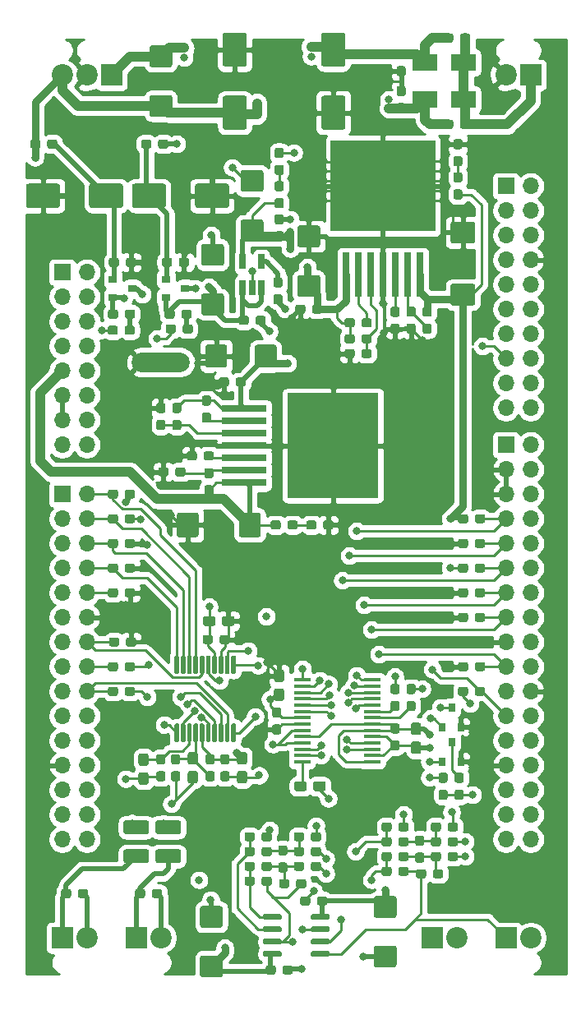
<source format=gbr>
%TF.GenerationSoftware,KiCad,Pcbnew,5.1.6-c6e7f7d~87~ubuntu18.04.1*%
%TF.CreationDate,2020-10-10T13:50:57+08:00*%
%TF.ProjectId,Arduino_codec,41726475-696e-46f5-9f63-6f6465632e6b,A*%
%TF.SameCoordinates,Original*%
%TF.FileFunction,Copper,L1,Top*%
%TF.FilePolarity,Positive*%
%FSLAX46Y46*%
G04 Gerber Fmt 4.6, Leading zero omitted, Abs format (unit mm)*
G04 Created by KiCad (PCBNEW 5.1.6-c6e7f7d~87~ubuntu18.04.1) date 2020-10-10 13:50:57*
%MOMM*%
%LPD*%
G01*
G04 APERTURE LIST*
%TA.AperFunction,EtchedComponent*%
%ADD10C,0.100000*%
%TD*%
%TA.AperFunction,SMDPad,CuDef*%
%ADD11R,1.750000X0.450000*%
%TD*%
%TA.AperFunction,SMDPad,CuDef*%
%ADD12R,9.400000X10.800000*%
%TD*%
%TA.AperFunction,SMDPad,CuDef*%
%ADD13R,4.600000X0.800000*%
%TD*%
%TA.AperFunction,SMDPad,CuDef*%
%ADD14R,10.800000X9.400000*%
%TD*%
%TA.AperFunction,SMDPad,CuDef*%
%ADD15R,0.800000X4.600000*%
%TD*%
%TA.AperFunction,SMDPad,CuDef*%
%ADD16R,0.650000X1.560000*%
%TD*%
%TA.AperFunction,SMDPad,CuDef*%
%ADD17R,0.800000X0.900000*%
%TD*%
%TA.AperFunction,SMDPad,CuDef*%
%ADD18R,0.900000X0.800000*%
%TD*%
%TA.AperFunction,ComponentPad*%
%ADD19R,2.200000X2.200000*%
%TD*%
%TA.AperFunction,ComponentPad*%
%ADD20C,2.200000*%
%TD*%
%TA.AperFunction,ComponentPad*%
%ADD21O,1.700000X1.700000*%
%TD*%
%TA.AperFunction,ComponentPad*%
%ADD22R,1.700000X1.700000*%
%TD*%
%TA.AperFunction,SMDPad,CuDef*%
%ADD23R,2.500000X1.800000*%
%TD*%
%TA.AperFunction,Conductor*%
%ADD24C,2.000000*%
%TD*%
%TA.AperFunction,ViaPad*%
%ADD25C,0.800000*%
%TD*%
%TA.AperFunction,Conductor*%
%ADD26C,1.016000*%
%TD*%
%TA.AperFunction,Conductor*%
%ADD27C,0.762000*%
%TD*%
%TA.AperFunction,Conductor*%
%ADD28C,0.508000*%
%TD*%
%TA.AperFunction,Conductor*%
%ADD29C,0.254000*%
%TD*%
%TA.AperFunction,Conductor*%
%ADD30C,0.250000*%
%TD*%
G04 APERTURE END LIST*
D10*
%TO.C,NT1*%
G36*
X127540000Y-81931000D02*
G01*
X131540000Y-81931000D01*
X131540000Y-83931000D01*
X127540000Y-83931000D01*
X127540000Y-81931000D01*
G37*
%TD*%
D11*
%TO.P,U5,28*%
%TO.N,/DAC_FMT2*%
X151301000Y-115663000D03*
%TO.P,U5,27*%
%TO.N,/DAC_FMT1*%
X151301000Y-116313000D03*
%TO.P,U5,26*%
%TO.N,/DAC_FMT0*%
X151301000Y-116963000D03*
%TO.P,U5,25*%
%TO.N,/DEMP1*%
X151301000Y-117613000D03*
%TO.P,U5,24*%
%TO.N,/DEMP0*%
X151301000Y-118263000D03*
%TO.P,U5,23*%
%TO.N,Net-(R34-Pad1)*%
X151301000Y-118913000D03*
%TO.P,U5,22*%
%TO.N,Net-(R33-Pad1)*%
X151301000Y-119563000D03*
%TO.P,U5,21*%
%TO.N,+5VA*%
X151301000Y-120213000D03*
%TO.P,U5,20*%
X151301000Y-120863000D03*
%TO.P,U5,19*%
%TO.N,AGND*%
X151301000Y-121513000D03*
%TO.P,U5,18*%
%TO.N,/VoutL-*%
X151301000Y-122163000D03*
%TO.P,U5,17*%
%TO.N,/VoutL+*%
X151301000Y-122813000D03*
%TO.P,U5,16*%
%TO.N,AGND*%
X151301000Y-123463000D03*
%TO.P,U5,15*%
%TO.N,+5VA*%
X151301000Y-124113000D03*
%TO.P,U5,14*%
%TO.N,Net-(C47-Pad1)*%
X144101000Y-124113000D03*
%TO.P,U5,13*%
%TO.N,/VoutR+*%
X144101000Y-123463000D03*
%TO.P,U5,12*%
%TO.N,/VoutR-*%
X144101000Y-122813000D03*
%TO.P,U5,11*%
%TO.N,AGND*%
X144101000Y-122163000D03*
%TO.P,U5,10*%
%TO.N,+5VA*%
X144101000Y-121513000D03*
%TO.P,U5,9*%
%TO.N,AGND*%
X144101000Y-120863000D03*
%TO.P,U5,8*%
%TO.N,GND*%
X144101000Y-120213000D03*
%TO.P,U5,7*%
%TO.N,+3V3*%
X144101000Y-119563000D03*
%TO.P,U5,6*%
%TO.N,/~DAC_RST*%
X144101000Y-118913000D03*
%TO.P,U5,5*%
%TO.N,/DAC_MCK*%
X144101000Y-118263000D03*
%TO.P,U5,4*%
%TO.N,/MUTE*%
X144101000Y-117613000D03*
%TO.P,U5,3*%
%TO.N,/DAC_SD*%
X144101000Y-116963000D03*
%TO.P,U5,2*%
%TO.N,/DAC_BCK*%
X144101000Y-116313000D03*
%TO.P,U5,1*%
%TO.N,/DAC_WS*%
X144101000Y-115663000D03*
%TD*%
%TO.P,C47,2*%
%TO.N,AGND*%
%TA.AperFunction,SMDPad,CuDef*%
G36*
G01*
X145232000Y-126894001D02*
X145232000Y-126343999D01*
G75*
G02*
X145481999Y-126094000I249999J0D01*
G01*
X146282001Y-126094000D01*
G75*
G02*
X146532000Y-126343999I0J-249999D01*
G01*
X146532000Y-126894001D01*
G75*
G02*
X146282001Y-127144000I-249999J0D01*
G01*
X145481999Y-127144000D01*
G75*
G02*
X145232000Y-126894001I0J249999D01*
G01*
G37*
%TD.AperFunction*%
%TO.P,C47,1*%
%TO.N,Net-(C47-Pad1)*%
%TA.AperFunction,SMDPad,CuDef*%
G36*
G01*
X143282000Y-126894001D02*
X143282000Y-126343999D01*
G75*
G02*
X143531999Y-126094000I249999J0D01*
G01*
X144332001Y-126094000D01*
G75*
G02*
X144582000Y-126343999I0J-249999D01*
G01*
X144582000Y-126894001D01*
G75*
G02*
X144332001Y-127144000I-249999J0D01*
G01*
X143531999Y-127144000D01*
G75*
G02*
X143282000Y-126894001I0J249999D01*
G01*
G37*
%TD.AperFunction*%
%TD*%
%TO.P,C45,2*%
%TO.N,GND*%
%TA.AperFunction,SMDPad,CuDef*%
G36*
G01*
X142007001Y-115880000D02*
X141456999Y-115880000D01*
G75*
G02*
X141207000Y-115630001I0J249999D01*
G01*
X141207000Y-114829999D01*
G75*
G02*
X141456999Y-114580000I249999J0D01*
G01*
X142007001Y-114580000D01*
G75*
G02*
X142257000Y-114829999I0J-249999D01*
G01*
X142257000Y-115630001D01*
G75*
G02*
X142007001Y-115880000I-249999J0D01*
G01*
G37*
%TD.AperFunction*%
%TO.P,C45,1*%
%TO.N,+3V3*%
%TA.AperFunction,SMDPad,CuDef*%
G36*
G01*
X142007001Y-117830000D02*
X141456999Y-117830000D01*
G75*
G02*
X141207000Y-117580001I0J249999D01*
G01*
X141207000Y-116779999D01*
G75*
G02*
X141456999Y-116530000I249999J0D01*
G01*
X142007001Y-116530000D01*
G75*
G02*
X142257000Y-116779999I0J-249999D01*
G01*
X142257000Y-117580001D01*
G75*
G02*
X142007001Y-117830000I-249999J0D01*
G01*
G37*
%TD.AperFunction*%
%TD*%
%TO.P,C48,2*%
%TO.N,GND*%
%TA.AperFunction,SMDPad,CuDef*%
G36*
G01*
X133434000Y-98669999D02*
X133434000Y-100720001D01*
G75*
G02*
X133184001Y-100970000I-249999J0D01*
G01*
X131433999Y-100970000D01*
G75*
G02*
X131184000Y-100720001I0J249999D01*
G01*
X131184000Y-98669999D01*
G75*
G02*
X131433999Y-98420000I249999J0D01*
G01*
X133184001Y-98420000D01*
G75*
G02*
X133434000Y-98669999I0J-249999D01*
G01*
G37*
%TD.AperFunction*%
%TO.P,C48,1*%
%TO.N,+5VD*%
%TA.AperFunction,SMDPad,CuDef*%
G36*
G01*
X139834000Y-98669999D02*
X139834000Y-100720001D01*
G75*
G02*
X139584001Y-100970000I-249999J0D01*
G01*
X137833999Y-100970000D01*
G75*
G02*
X137584000Y-100720001I0J249999D01*
G01*
X137584000Y-98669999D01*
G75*
G02*
X137833999Y-98420000I249999J0D01*
G01*
X139584001Y-98420000D01*
G75*
G02*
X139834000Y-98669999I0J-249999D01*
G01*
G37*
%TD.AperFunction*%
%TD*%
%TO.P,C15,2*%
%TO.N,GND*%
%TA.AperFunction,SMDPad,CuDef*%
G36*
G01*
X161680001Y-70696000D02*
X159629999Y-70696000D01*
G75*
G02*
X159380000Y-70446001I0J249999D01*
G01*
X159380000Y-68695999D01*
G75*
G02*
X159629999Y-68446000I249999J0D01*
G01*
X161680001Y-68446000D01*
G75*
G02*
X161930000Y-68695999I0J-249999D01*
G01*
X161930000Y-70446001D01*
G75*
G02*
X161680001Y-70696000I-249999J0D01*
G01*
G37*
%TD.AperFunction*%
%TO.P,C15,1*%
%TO.N,+3V3*%
%TA.AperFunction,SMDPad,CuDef*%
G36*
G01*
X161680001Y-77096000D02*
X159629999Y-77096000D01*
G75*
G02*
X159380000Y-76846001I0J249999D01*
G01*
X159380000Y-75095999D01*
G75*
G02*
X159629999Y-74846000I249999J0D01*
G01*
X161680001Y-74846000D01*
G75*
G02*
X161930000Y-75095999I0J-249999D01*
G01*
X161930000Y-76846001D01*
G75*
G02*
X161680001Y-77096000I-249999J0D01*
G01*
G37*
%TD.AperFunction*%
%TD*%
D12*
%TO.P,U2,4*%
%TO.N,GND*%
X147279000Y-91526000D03*
D13*
%TO.P,U2,7*%
%TO.N,+5VD*%
X138129000Y-95336000D03*
%TO.P,U2,6*%
%TO.N,Net-(R46-Pad1)*%
X138129000Y-94066000D03*
%TO.P,U2,5*%
%TO.N,Net-(C49-Pad1)*%
X138129000Y-92796000D03*
%TO.P,U2,4*%
%TO.N,GND*%
X138129000Y-91526000D03*
%TO.P,U2,3*%
%TO.N,Net-(R47-Pad1)*%
X138129000Y-90256000D03*
%TO.P,U2,2*%
%TO.N,Net-(R45-Pad2)*%
X138129000Y-88986000D03*
%TO.P,U2,1*%
%TO.N,+VDC*%
X138129000Y-87716000D03*
%TD*%
D14*
%TO.P,U1,4*%
%TO.N,GND*%
X152419000Y-64782000D03*
D15*
%TO.P,U1,7*%
%TO.N,+3V3*%
X156229000Y-73932000D03*
%TO.P,U1,6*%
%TO.N,Net-(R41-Pad1)*%
X154959000Y-73932000D03*
%TO.P,U1,5*%
%TO.N,Net-(C13-Pad1)*%
X153689000Y-73932000D03*
%TO.P,U1,4*%
%TO.N,GND*%
X152419000Y-73932000D03*
%TO.P,U1,3*%
%TO.N,Net-(R42-Pad1)*%
X151149000Y-73932000D03*
%TO.P,U1,2*%
%TO.N,Net-(R40-Pad2)*%
X149879000Y-73932000D03*
%TO.P,U1,1*%
%TO.N,+VDC*%
X148609000Y-73932000D03*
%TD*%
%TO.P,R49,2*%
%TO.N,Net-(R47-Pad1)*%
%TA.AperFunction,SMDPad,CuDef*%
G36*
G01*
X129302500Y-88869000D02*
X129777500Y-88869000D01*
G75*
G02*
X130015000Y-89106500I0J-237500D01*
G01*
X130015000Y-89681500D01*
G75*
G02*
X129777500Y-89919000I-237500J0D01*
G01*
X129302500Y-89919000D01*
G75*
G02*
X129065000Y-89681500I0J237500D01*
G01*
X129065000Y-89106500D01*
G75*
G02*
X129302500Y-88869000I237500J0D01*
G01*
G37*
%TD.AperFunction*%
%TO.P,R49,1*%
%TO.N,GND*%
%TA.AperFunction,SMDPad,CuDef*%
G36*
G01*
X129302500Y-87119000D02*
X129777500Y-87119000D01*
G75*
G02*
X130015000Y-87356500I0J-237500D01*
G01*
X130015000Y-87931500D01*
G75*
G02*
X129777500Y-88169000I-237500J0D01*
G01*
X129302500Y-88169000D01*
G75*
G02*
X129065000Y-87931500I0J237500D01*
G01*
X129065000Y-87356500D01*
G75*
G02*
X129302500Y-87119000I237500J0D01*
G01*
G37*
%TD.AperFunction*%
%TD*%
%TO.P,R48,2*%
%TO.N,Net-(R46-Pad1)*%
%TA.AperFunction,SMDPad,CuDef*%
G36*
G01*
X131033000Y-94471500D02*
X131033000Y-93996500D01*
G75*
G02*
X131270500Y-93759000I237500J0D01*
G01*
X131845500Y-93759000D01*
G75*
G02*
X132083000Y-93996500I0J-237500D01*
G01*
X132083000Y-94471500D01*
G75*
G02*
X131845500Y-94709000I-237500J0D01*
G01*
X131270500Y-94709000D01*
G75*
G02*
X131033000Y-94471500I0J237500D01*
G01*
G37*
%TD.AperFunction*%
%TO.P,R48,1*%
%TO.N,GND*%
%TA.AperFunction,SMDPad,CuDef*%
G36*
G01*
X129283000Y-94471500D02*
X129283000Y-93996500D01*
G75*
G02*
X129520500Y-93759000I237500J0D01*
G01*
X130095500Y-93759000D01*
G75*
G02*
X130333000Y-93996500I0J-237500D01*
G01*
X130333000Y-94471500D01*
G75*
G02*
X130095500Y-94709000I-237500J0D01*
G01*
X129520500Y-94709000D01*
G75*
G02*
X129283000Y-94471500I0J237500D01*
G01*
G37*
%TD.AperFunction*%
%TD*%
%TO.P,R47,2*%
%TO.N,+VDC*%
%TA.AperFunction,SMDPad,CuDef*%
G36*
G01*
X131428500Y-88169000D02*
X130953500Y-88169000D01*
G75*
G02*
X130716000Y-87931500I0J237500D01*
G01*
X130716000Y-87356500D01*
G75*
G02*
X130953500Y-87119000I237500J0D01*
G01*
X131428500Y-87119000D01*
G75*
G02*
X131666000Y-87356500I0J-237500D01*
G01*
X131666000Y-87931500D01*
G75*
G02*
X131428500Y-88169000I-237500J0D01*
G01*
G37*
%TD.AperFunction*%
%TO.P,R47,1*%
%TO.N,Net-(R47-Pad1)*%
%TA.AperFunction,SMDPad,CuDef*%
G36*
G01*
X131428500Y-89919000D02*
X130953500Y-89919000D01*
G75*
G02*
X130716000Y-89681500I0J237500D01*
G01*
X130716000Y-89106500D01*
G75*
G02*
X130953500Y-88869000I237500J0D01*
G01*
X131428500Y-88869000D01*
G75*
G02*
X131666000Y-89106500I0J-237500D01*
G01*
X131666000Y-89681500D01*
G75*
G02*
X131428500Y-89919000I-237500J0D01*
G01*
G37*
%TD.AperFunction*%
%TD*%
%TO.P,R46,2*%
%TO.N,+5VD*%
%TA.AperFunction,SMDPad,CuDef*%
G36*
G01*
X134255500Y-95600000D02*
X134730500Y-95600000D01*
G75*
G02*
X134968000Y-95837500I0J-237500D01*
G01*
X134968000Y-96412500D01*
G75*
G02*
X134730500Y-96650000I-237500J0D01*
G01*
X134255500Y-96650000D01*
G75*
G02*
X134018000Y-96412500I0J237500D01*
G01*
X134018000Y-95837500D01*
G75*
G02*
X134255500Y-95600000I237500J0D01*
G01*
G37*
%TD.AperFunction*%
%TO.P,R46,1*%
%TO.N,Net-(R46-Pad1)*%
%TA.AperFunction,SMDPad,CuDef*%
G36*
G01*
X134255500Y-93850000D02*
X134730500Y-93850000D01*
G75*
G02*
X134968000Y-94087500I0J-237500D01*
G01*
X134968000Y-94662500D01*
G75*
G02*
X134730500Y-94900000I-237500J0D01*
G01*
X134255500Y-94900000D01*
G75*
G02*
X134018000Y-94662500I0J237500D01*
G01*
X134018000Y-94087500D01*
G75*
G02*
X134255500Y-93850000I237500J0D01*
G01*
G37*
%TD.AperFunction*%
%TD*%
%TO.P,R45,2*%
%TO.N,Net-(R45-Pad2)*%
%TA.AperFunction,SMDPad,CuDef*%
G36*
G01*
X134001500Y-88107000D02*
X134476500Y-88107000D01*
G75*
G02*
X134714000Y-88344500I0J-237500D01*
G01*
X134714000Y-88919500D01*
G75*
G02*
X134476500Y-89157000I-237500J0D01*
G01*
X134001500Y-89157000D01*
G75*
G02*
X133764000Y-88919500I0J237500D01*
G01*
X133764000Y-88344500D01*
G75*
G02*
X134001500Y-88107000I237500J0D01*
G01*
G37*
%TD.AperFunction*%
%TO.P,R45,1*%
%TO.N,+VDC*%
%TA.AperFunction,SMDPad,CuDef*%
G36*
G01*
X134001500Y-86357000D02*
X134476500Y-86357000D01*
G75*
G02*
X134714000Y-86594500I0J-237500D01*
G01*
X134714000Y-87169500D01*
G75*
G02*
X134476500Y-87407000I-237500J0D01*
G01*
X134001500Y-87407000D01*
G75*
G02*
X133764000Y-87169500I0J237500D01*
G01*
X133764000Y-86594500D01*
G75*
G02*
X134001500Y-86357000I237500J0D01*
G01*
G37*
%TD.AperFunction*%
%TD*%
%TO.P,R44,1*%
%TO.N,GND*%
%TA.AperFunction,SMDPad,CuDef*%
G36*
G01*
X148460000Y-82279500D02*
X148460000Y-81804500D01*
G75*
G02*
X148697500Y-81567000I237500J0D01*
G01*
X149272500Y-81567000D01*
G75*
G02*
X149510000Y-81804500I0J-237500D01*
G01*
X149510000Y-82279500D01*
G75*
G02*
X149272500Y-82517000I-237500J0D01*
G01*
X148697500Y-82517000D01*
G75*
G02*
X148460000Y-82279500I0J237500D01*
G01*
G37*
%TD.AperFunction*%
%TO.P,R44,2*%
%TO.N,Net-(R42-Pad1)*%
%TA.AperFunction,SMDPad,CuDef*%
G36*
G01*
X150210000Y-82279500D02*
X150210000Y-81804500D01*
G75*
G02*
X150447500Y-81567000I237500J0D01*
G01*
X151022500Y-81567000D01*
G75*
G02*
X151260000Y-81804500I0J-237500D01*
G01*
X151260000Y-82279500D01*
G75*
G02*
X151022500Y-82517000I-237500J0D01*
G01*
X150447500Y-82517000D01*
G75*
G02*
X150210000Y-82279500I0J237500D01*
G01*
G37*
%TD.AperFunction*%
%TD*%
%TO.P,R43,2*%
%TO.N,Net-(R41-Pad1)*%
%TA.AperFunction,SMDPad,CuDef*%
G36*
G01*
X155558500Y-78249000D02*
X155083500Y-78249000D01*
G75*
G02*
X154846000Y-78011500I0J237500D01*
G01*
X154846000Y-77436500D01*
G75*
G02*
X155083500Y-77199000I237500J0D01*
G01*
X155558500Y-77199000D01*
G75*
G02*
X155796000Y-77436500I0J-237500D01*
G01*
X155796000Y-78011500D01*
G75*
G02*
X155558500Y-78249000I-237500J0D01*
G01*
G37*
%TD.AperFunction*%
%TO.P,R43,1*%
%TO.N,GND*%
%TA.AperFunction,SMDPad,CuDef*%
G36*
G01*
X155558500Y-79999000D02*
X155083500Y-79999000D01*
G75*
G02*
X154846000Y-79761500I0J237500D01*
G01*
X154846000Y-79186500D01*
G75*
G02*
X155083500Y-78949000I237500J0D01*
G01*
X155558500Y-78949000D01*
G75*
G02*
X155796000Y-79186500I0J-237500D01*
G01*
X155796000Y-79761500D01*
G75*
G02*
X155558500Y-79999000I-237500J0D01*
G01*
G37*
%TD.AperFunction*%
%TD*%
%TO.P,R42,1*%
%TO.N,Net-(R42-Pad1)*%
%TA.AperFunction,SMDPad,CuDef*%
G36*
G01*
X151274000Y-80280500D02*
X151274000Y-80755500D01*
G75*
G02*
X151036500Y-80993000I-237500J0D01*
G01*
X150461500Y-80993000D01*
G75*
G02*
X150224000Y-80755500I0J237500D01*
G01*
X150224000Y-80280500D01*
G75*
G02*
X150461500Y-80043000I237500J0D01*
G01*
X151036500Y-80043000D01*
G75*
G02*
X151274000Y-80280500I0J-237500D01*
G01*
G37*
%TD.AperFunction*%
%TO.P,R42,2*%
%TO.N,+VDC*%
%TA.AperFunction,SMDPad,CuDef*%
G36*
G01*
X149524000Y-80280500D02*
X149524000Y-80755500D01*
G75*
G02*
X149286500Y-80993000I-237500J0D01*
G01*
X148711500Y-80993000D01*
G75*
G02*
X148474000Y-80755500I0J237500D01*
G01*
X148474000Y-80280500D01*
G75*
G02*
X148711500Y-80043000I237500J0D01*
G01*
X149286500Y-80043000D01*
G75*
G02*
X149524000Y-80280500I0J-237500D01*
G01*
G37*
%TD.AperFunction*%
%TD*%
%TO.P,R41,2*%
%TO.N,+3V3*%
%TA.AperFunction,SMDPad,CuDef*%
G36*
G01*
X157209500Y-78249000D02*
X156734500Y-78249000D01*
G75*
G02*
X156497000Y-78011500I0J237500D01*
G01*
X156497000Y-77436500D01*
G75*
G02*
X156734500Y-77199000I237500J0D01*
G01*
X157209500Y-77199000D01*
G75*
G02*
X157447000Y-77436500I0J-237500D01*
G01*
X157447000Y-78011500D01*
G75*
G02*
X157209500Y-78249000I-237500J0D01*
G01*
G37*
%TD.AperFunction*%
%TO.P,R41,1*%
%TO.N,Net-(R41-Pad1)*%
%TA.AperFunction,SMDPad,CuDef*%
G36*
G01*
X157209500Y-79999000D02*
X156734500Y-79999000D01*
G75*
G02*
X156497000Y-79761500I0J237500D01*
G01*
X156497000Y-79186500D01*
G75*
G02*
X156734500Y-78949000I237500J0D01*
G01*
X157209500Y-78949000D01*
G75*
G02*
X157447000Y-79186500I0J-237500D01*
G01*
X157447000Y-79761500D01*
G75*
G02*
X157209500Y-79999000I-237500J0D01*
G01*
G37*
%TD.AperFunction*%
%TD*%
%TO.P,R40,1*%
%TO.N,+VDC*%
%TA.AperFunction,SMDPad,CuDef*%
G36*
G01*
X148474000Y-79104500D02*
X148474000Y-78629500D01*
G75*
G02*
X148711500Y-78392000I237500J0D01*
G01*
X149286500Y-78392000D01*
G75*
G02*
X149524000Y-78629500I0J-237500D01*
G01*
X149524000Y-79104500D01*
G75*
G02*
X149286500Y-79342000I-237500J0D01*
G01*
X148711500Y-79342000D01*
G75*
G02*
X148474000Y-79104500I0J237500D01*
G01*
G37*
%TD.AperFunction*%
%TO.P,R40,2*%
%TO.N,Net-(R40-Pad2)*%
%TA.AperFunction,SMDPad,CuDef*%
G36*
G01*
X150224000Y-79104500D02*
X150224000Y-78629500D01*
G75*
G02*
X150461500Y-78392000I237500J0D01*
G01*
X151036500Y-78392000D01*
G75*
G02*
X151274000Y-78629500I0J-237500D01*
G01*
X151274000Y-79104500D01*
G75*
G02*
X151036500Y-79342000I-237500J0D01*
G01*
X150461500Y-79342000D01*
G75*
G02*
X150224000Y-79104500I0J237500D01*
G01*
G37*
%TD.AperFunction*%
%TD*%
%TO.P,C49,2*%
%TO.N,GND*%
%TA.AperFunction,SMDPad,CuDef*%
G36*
G01*
X133254000Y-92345500D02*
X133254000Y-92820500D01*
G75*
G02*
X133016500Y-93058000I-237500J0D01*
G01*
X132441500Y-93058000D01*
G75*
G02*
X132204000Y-92820500I0J237500D01*
G01*
X132204000Y-92345500D01*
G75*
G02*
X132441500Y-92108000I237500J0D01*
G01*
X133016500Y-92108000D01*
G75*
G02*
X133254000Y-92345500I0J-237500D01*
G01*
G37*
%TD.AperFunction*%
%TO.P,C49,1*%
%TO.N,Net-(C49-Pad1)*%
%TA.AperFunction,SMDPad,CuDef*%
G36*
G01*
X135004000Y-92345500D02*
X135004000Y-92820500D01*
G75*
G02*
X134766500Y-93058000I-237500J0D01*
G01*
X134191500Y-93058000D01*
G75*
G02*
X133954000Y-92820500I0J237500D01*
G01*
X133954000Y-92345500D01*
G75*
G02*
X134191500Y-92108000I237500J0D01*
G01*
X134766500Y-92108000D01*
G75*
G02*
X135004000Y-92345500I0J-237500D01*
G01*
G37*
%TD.AperFunction*%
%TD*%
%TO.P,C17,2*%
%TO.N,GND*%
%TA.AperFunction,SMDPad,CuDef*%
G36*
G01*
X136556000Y-84725500D02*
X136556000Y-85200500D01*
G75*
G02*
X136318500Y-85438000I-237500J0D01*
G01*
X135743500Y-85438000D01*
G75*
G02*
X135506000Y-85200500I0J237500D01*
G01*
X135506000Y-84725500D01*
G75*
G02*
X135743500Y-84488000I237500J0D01*
G01*
X136318500Y-84488000D01*
G75*
G02*
X136556000Y-84725500I0J-237500D01*
G01*
G37*
%TD.AperFunction*%
%TO.P,C17,1*%
%TO.N,+VDC*%
%TA.AperFunction,SMDPad,CuDef*%
G36*
G01*
X138306000Y-84725500D02*
X138306000Y-85200500D01*
G75*
G02*
X138068500Y-85438000I-237500J0D01*
G01*
X137493500Y-85438000D01*
G75*
G02*
X137256000Y-85200500I0J237500D01*
G01*
X137256000Y-84725500D01*
G75*
G02*
X137493500Y-84488000I237500J0D01*
G01*
X138068500Y-84488000D01*
G75*
G02*
X138306000Y-84725500I0J-237500D01*
G01*
G37*
%TD.AperFunction*%
%TD*%
%TO.P,C14,2*%
%TO.N,GND*%
%TA.AperFunction,SMDPad,CuDef*%
G36*
G01*
X136370000Y-81370999D02*
X136370000Y-83221001D01*
G75*
G02*
X136120001Y-83471000I-249999J0D01*
G01*
X134369999Y-83471000D01*
G75*
G02*
X134120000Y-83221001I0J249999D01*
G01*
X134120000Y-81370999D01*
G75*
G02*
X134369999Y-81121000I249999J0D01*
G01*
X136120001Y-81121000D01*
G75*
G02*
X136370000Y-81370999I0J-249999D01*
G01*
G37*
%TD.AperFunction*%
%TO.P,C14,1*%
%TO.N,+VDC*%
%TA.AperFunction,SMDPad,CuDef*%
G36*
G01*
X141470000Y-81370999D02*
X141470000Y-83221001D01*
G75*
G02*
X141220001Y-83471000I-249999J0D01*
G01*
X139469999Y-83471000D01*
G75*
G02*
X139220000Y-83221001I0J249999D01*
G01*
X139220000Y-81370999D01*
G75*
G02*
X139469999Y-81121000I249999J0D01*
G01*
X141220001Y-81121000D01*
G75*
G02*
X141470000Y-81370999I0J-249999D01*
G01*
G37*
%TD.AperFunction*%
%TD*%
%TO.P,C13,2*%
%TO.N,GND*%
%TA.AperFunction,SMDPad,CuDef*%
G36*
G01*
X153432500Y-78963000D02*
X153907500Y-78963000D01*
G75*
G02*
X154145000Y-79200500I0J-237500D01*
G01*
X154145000Y-79775500D01*
G75*
G02*
X153907500Y-80013000I-237500J0D01*
G01*
X153432500Y-80013000D01*
G75*
G02*
X153195000Y-79775500I0J237500D01*
G01*
X153195000Y-79200500D01*
G75*
G02*
X153432500Y-78963000I237500J0D01*
G01*
G37*
%TD.AperFunction*%
%TO.P,C13,1*%
%TO.N,Net-(C13-Pad1)*%
%TA.AperFunction,SMDPad,CuDef*%
G36*
G01*
X153432500Y-77213000D02*
X153907500Y-77213000D01*
G75*
G02*
X154145000Y-77450500I0J-237500D01*
G01*
X154145000Y-78025500D01*
G75*
G02*
X153907500Y-78263000I-237500J0D01*
G01*
X153432500Y-78263000D01*
G75*
G02*
X153195000Y-78025500I0J237500D01*
G01*
X153195000Y-77450500D01*
G75*
G02*
X153432500Y-77213000I237500J0D01*
G01*
G37*
%TD.AperFunction*%
%TD*%
%TO.P,C12,2*%
%TO.N,GND*%
%TA.AperFunction,SMDPad,CuDef*%
G36*
G01*
X145705001Y-71092000D02*
X143854999Y-71092000D01*
G75*
G02*
X143605000Y-70842001I0J249999D01*
G01*
X143605000Y-69091999D01*
G75*
G02*
X143854999Y-68842000I249999J0D01*
G01*
X145705001Y-68842000D01*
G75*
G02*
X145955000Y-69091999I0J-249999D01*
G01*
X145955000Y-70842001D01*
G75*
G02*
X145705001Y-71092000I-249999J0D01*
G01*
G37*
%TD.AperFunction*%
%TO.P,C12,1*%
%TO.N,+VDC*%
%TA.AperFunction,SMDPad,CuDef*%
G36*
G01*
X145705001Y-76192000D02*
X143854999Y-76192000D01*
G75*
G02*
X143605000Y-75942001I0J249999D01*
G01*
X143605000Y-74191999D01*
G75*
G02*
X143854999Y-73942000I249999J0D01*
G01*
X145705001Y-73942000D01*
G75*
G02*
X145955000Y-74191999I0J-249999D01*
G01*
X145955000Y-75942001D01*
G75*
G02*
X145705001Y-76192000I-249999J0D01*
G01*
G37*
%TD.AperFunction*%
%TD*%
%TO.P,C41,2*%
%TO.N,GND*%
%TA.AperFunction,SMDPad,CuDef*%
G36*
G01*
X135834000Y-109876001D02*
X135834000Y-109325999D01*
G75*
G02*
X136083999Y-109076000I249999J0D01*
G01*
X136884001Y-109076000D01*
G75*
G02*
X137134000Y-109325999I0J-249999D01*
G01*
X137134000Y-109876001D01*
G75*
G02*
X136884001Y-110126000I-249999J0D01*
G01*
X136083999Y-110126000D01*
G75*
G02*
X135834000Y-109876001I0J249999D01*
G01*
G37*
%TD.AperFunction*%
%TO.P,C41,1*%
%TO.N,+3V3*%
%TA.AperFunction,SMDPad,CuDef*%
G36*
G01*
X133884000Y-109876001D02*
X133884000Y-109325999D01*
G75*
G02*
X134133999Y-109076000I249999J0D01*
G01*
X134934001Y-109076000D01*
G75*
G02*
X135184000Y-109325999I0J-249999D01*
G01*
X135184000Y-109876001D01*
G75*
G02*
X134934001Y-110126000I-249999J0D01*
G01*
X134133999Y-110126000D01*
G75*
G02*
X133884000Y-109876001I0J249999D01*
G01*
G37*
%TD.AperFunction*%
%TD*%
%TO.P,C37,2*%
%TO.N,AGND*%
%TA.AperFunction,SMDPad,CuDef*%
G36*
G01*
X137646999Y-125039000D02*
X138197001Y-125039000D01*
G75*
G02*
X138447000Y-125288999I0J-249999D01*
G01*
X138447000Y-126089001D01*
G75*
G02*
X138197001Y-126339000I-249999J0D01*
G01*
X137646999Y-126339000D01*
G75*
G02*
X137397000Y-126089001I0J249999D01*
G01*
X137397000Y-125288999D01*
G75*
G02*
X137646999Y-125039000I249999J0D01*
G01*
G37*
%TD.AperFunction*%
%TO.P,C37,1*%
%TO.N,+5VA*%
%TA.AperFunction,SMDPad,CuDef*%
G36*
G01*
X137646999Y-123089000D02*
X138197001Y-123089000D01*
G75*
G02*
X138447000Y-123338999I0J-249999D01*
G01*
X138447000Y-124139001D01*
G75*
G02*
X138197001Y-124389000I-249999J0D01*
G01*
X137646999Y-124389000D01*
G75*
G02*
X137397000Y-124139001I0J249999D01*
G01*
X137397000Y-123338999D01*
G75*
G02*
X137646999Y-123089000I249999J0D01*
G01*
G37*
%TD.AperFunction*%
%TD*%
%TO.P,C35,2*%
%TO.N,AGND*%
%TA.AperFunction,SMDPad,CuDef*%
G36*
G01*
X132566999Y-125039000D02*
X133117001Y-125039000D01*
G75*
G02*
X133367000Y-125288999I0J-249999D01*
G01*
X133367000Y-126089001D01*
G75*
G02*
X133117001Y-126339000I-249999J0D01*
G01*
X132566999Y-126339000D01*
G75*
G02*
X132317000Y-126089001I0J249999D01*
G01*
X132317000Y-125288999D01*
G75*
G02*
X132566999Y-125039000I249999J0D01*
G01*
G37*
%TD.AperFunction*%
%TO.P,C35,1*%
%TO.N,/Vref2*%
%TA.AperFunction,SMDPad,CuDef*%
G36*
G01*
X132566999Y-123089000D02*
X133117001Y-123089000D01*
G75*
G02*
X133367000Y-123338999I0J-249999D01*
G01*
X133367000Y-124139001D01*
G75*
G02*
X133117001Y-124389000I-249999J0D01*
G01*
X132566999Y-124389000D01*
G75*
G02*
X132317000Y-124139001I0J249999D01*
G01*
X132317000Y-123338999D01*
G75*
G02*
X132566999Y-123089000I249999J0D01*
G01*
G37*
%TD.AperFunction*%
%TD*%
%TO.P,C33,2*%
%TO.N,AGND*%
%TA.AperFunction,SMDPad,CuDef*%
G36*
G01*
X127486999Y-125166000D02*
X128037001Y-125166000D01*
G75*
G02*
X128287000Y-125415999I0J-249999D01*
G01*
X128287000Y-126216001D01*
G75*
G02*
X128037001Y-126466000I-249999J0D01*
G01*
X127486999Y-126466000D01*
G75*
G02*
X127237000Y-126216001I0J249999D01*
G01*
X127237000Y-125415999D01*
G75*
G02*
X127486999Y-125166000I249999J0D01*
G01*
G37*
%TD.AperFunction*%
%TO.P,C33,1*%
%TO.N,/Vref1*%
%TA.AperFunction,SMDPad,CuDef*%
G36*
G01*
X127486999Y-123216000D02*
X128037001Y-123216000D01*
G75*
G02*
X128287000Y-123465999I0J-249999D01*
G01*
X128287000Y-124266001D01*
G75*
G02*
X128037001Y-124516000I-249999J0D01*
G01*
X127486999Y-124516000D01*
G75*
G02*
X127237000Y-124266001I0J249999D01*
G01*
X127237000Y-123465999D01*
G75*
G02*
X127486999Y-123216000I249999J0D01*
G01*
G37*
%TD.AperFunction*%
%TD*%
%TO.P,C20,2*%
%TO.N,VSSA*%
%TA.AperFunction,SMDPad,CuDef*%
G36*
G01*
X153579001Y-140180000D02*
X151728999Y-140180000D01*
G75*
G02*
X151479000Y-139930001I0J249999D01*
G01*
X151479000Y-138179999D01*
G75*
G02*
X151728999Y-137930000I249999J0D01*
G01*
X153579001Y-137930000D01*
G75*
G02*
X153829000Y-138179999I0J-249999D01*
G01*
X153829000Y-139930001D01*
G75*
G02*
X153579001Y-140180000I-249999J0D01*
G01*
G37*
%TD.AperFunction*%
%TO.P,C20,1*%
%TO.N,AGND*%
%TA.AperFunction,SMDPad,CuDef*%
G36*
G01*
X153579001Y-145280000D02*
X151728999Y-145280000D01*
G75*
G02*
X151479000Y-145030001I0J249999D01*
G01*
X151479000Y-143279999D01*
G75*
G02*
X151728999Y-143030000I249999J0D01*
G01*
X153579001Y-143030000D01*
G75*
G02*
X153829000Y-143279999I0J-249999D01*
G01*
X153829000Y-145030001D01*
G75*
G02*
X153579001Y-145280000I-249999J0D01*
G01*
G37*
%TD.AperFunction*%
%TD*%
%TO.P,C18,2*%
%TO.N,AGND*%
%TA.AperFunction,SMDPad,CuDef*%
G36*
G01*
X135672001Y-141196000D02*
X133821999Y-141196000D01*
G75*
G02*
X133572000Y-140946001I0J249999D01*
G01*
X133572000Y-139195999D01*
G75*
G02*
X133821999Y-138946000I249999J0D01*
G01*
X135672001Y-138946000D01*
G75*
G02*
X135922000Y-139195999I0J-249999D01*
G01*
X135922000Y-140946001D01*
G75*
G02*
X135672001Y-141196000I-249999J0D01*
G01*
G37*
%TD.AperFunction*%
%TO.P,C18,1*%
%TO.N,VDDA*%
%TA.AperFunction,SMDPad,CuDef*%
G36*
G01*
X135672001Y-146296000D02*
X133821999Y-146296000D01*
G75*
G02*
X133572000Y-146046001I0J249999D01*
G01*
X133572000Y-144295999D01*
G75*
G02*
X133821999Y-144046000I249999J0D01*
G01*
X135672001Y-144046000D01*
G75*
G02*
X135922000Y-144295999I0J-249999D01*
G01*
X135922000Y-146046001D01*
G75*
G02*
X135672001Y-146296000I-249999J0D01*
G01*
G37*
%TD.AperFunction*%
%TD*%
%TO.P,U6,20*%
%TO.N,/MODE1*%
%TA.AperFunction,SMDPad,CuDef*%
G36*
G01*
X131312000Y-115052000D02*
X131062000Y-115052000D01*
G75*
G02*
X130937000Y-114927000I0J125000D01*
G01*
X130937000Y-113277000D01*
G75*
G02*
X131062000Y-113152000I125000J0D01*
G01*
X131312000Y-113152000D01*
G75*
G02*
X131437000Y-113277000I0J-125000D01*
G01*
X131437000Y-114927000D01*
G75*
G02*
X131312000Y-115052000I-125000J0D01*
G01*
G37*
%TD.AperFunction*%
%TO.P,U6,19*%
%TO.N,/MODE0*%
%TA.AperFunction,SMDPad,CuDef*%
G36*
G01*
X131962000Y-115052000D02*
X131712000Y-115052000D01*
G75*
G02*
X131587000Y-114927000I0J125000D01*
G01*
X131587000Y-113277000D01*
G75*
G02*
X131712000Y-113152000I125000J0D01*
G01*
X131962000Y-113152000D01*
G75*
G02*
X132087000Y-113277000I0J-125000D01*
G01*
X132087000Y-114927000D01*
G75*
G02*
X131962000Y-115052000I-125000J0D01*
G01*
G37*
%TD.AperFunction*%
%TO.P,U6,18*%
%TO.N,/ADC_FMT1*%
%TA.AperFunction,SMDPad,CuDef*%
G36*
G01*
X132612000Y-115052000D02*
X132362000Y-115052000D01*
G75*
G02*
X132237000Y-114927000I0J125000D01*
G01*
X132237000Y-113277000D01*
G75*
G02*
X132362000Y-113152000I125000J0D01*
G01*
X132612000Y-113152000D01*
G75*
G02*
X132737000Y-113277000I0J-125000D01*
G01*
X132737000Y-114927000D01*
G75*
G02*
X132612000Y-115052000I-125000J0D01*
G01*
G37*
%TD.AperFunction*%
%TO.P,U6,17*%
%TO.N,/ADC_FMT0*%
%TA.AperFunction,SMDPad,CuDef*%
G36*
G01*
X133262000Y-115052000D02*
X133012000Y-115052000D01*
G75*
G02*
X132887000Y-114927000I0J125000D01*
G01*
X132887000Y-113277000D01*
G75*
G02*
X133012000Y-113152000I125000J0D01*
G01*
X133262000Y-113152000D01*
G75*
G02*
X133387000Y-113277000I0J-125000D01*
G01*
X133387000Y-114927000D01*
G75*
G02*
X133262000Y-115052000I-125000J0D01*
G01*
G37*
%TD.AperFunction*%
%TO.P,U6,16*%
%TO.N,/OSR*%
%TA.AperFunction,SMDPad,CuDef*%
G36*
G01*
X133912000Y-115052000D02*
X133662000Y-115052000D01*
G75*
G02*
X133537000Y-114927000I0J125000D01*
G01*
X133537000Y-113277000D01*
G75*
G02*
X133662000Y-113152000I125000J0D01*
G01*
X133912000Y-113152000D01*
G75*
G02*
X134037000Y-113277000I0J-125000D01*
G01*
X134037000Y-114927000D01*
G75*
G02*
X133912000Y-115052000I-125000J0D01*
G01*
G37*
%TD.AperFunction*%
%TO.P,U6,15*%
%TO.N,/ADC_MCK*%
%TA.AperFunction,SMDPad,CuDef*%
G36*
G01*
X134562000Y-115052000D02*
X134312000Y-115052000D01*
G75*
G02*
X134187000Y-114927000I0J125000D01*
G01*
X134187000Y-113277000D01*
G75*
G02*
X134312000Y-113152000I125000J0D01*
G01*
X134562000Y-113152000D01*
G75*
G02*
X134687000Y-113277000I0J-125000D01*
G01*
X134687000Y-114927000D01*
G75*
G02*
X134562000Y-115052000I-125000J0D01*
G01*
G37*
%TD.AperFunction*%
%TO.P,U6,14*%
%TO.N,+3V3*%
%TA.AperFunction,SMDPad,CuDef*%
G36*
G01*
X135212000Y-115052000D02*
X134962000Y-115052000D01*
G75*
G02*
X134837000Y-114927000I0J125000D01*
G01*
X134837000Y-113277000D01*
G75*
G02*
X134962000Y-113152000I125000J0D01*
G01*
X135212000Y-113152000D01*
G75*
G02*
X135337000Y-113277000I0J-125000D01*
G01*
X135337000Y-114927000D01*
G75*
G02*
X135212000Y-115052000I-125000J0D01*
G01*
G37*
%TD.AperFunction*%
%TO.P,U6,13*%
%TO.N,GND*%
%TA.AperFunction,SMDPad,CuDef*%
G36*
G01*
X135862000Y-115052000D02*
X135612000Y-115052000D01*
G75*
G02*
X135487000Y-114927000I0J125000D01*
G01*
X135487000Y-113277000D01*
G75*
G02*
X135612000Y-113152000I125000J0D01*
G01*
X135862000Y-113152000D01*
G75*
G02*
X135987000Y-113277000I0J-125000D01*
G01*
X135987000Y-114927000D01*
G75*
G02*
X135862000Y-115052000I-125000J0D01*
G01*
G37*
%TD.AperFunction*%
%TO.P,U6,12*%
%TO.N,/ADC_SD*%
%TA.AperFunction,SMDPad,CuDef*%
G36*
G01*
X136512000Y-115052000D02*
X136262000Y-115052000D01*
G75*
G02*
X136137000Y-114927000I0J125000D01*
G01*
X136137000Y-113277000D01*
G75*
G02*
X136262000Y-113152000I125000J0D01*
G01*
X136512000Y-113152000D01*
G75*
G02*
X136637000Y-113277000I0J-125000D01*
G01*
X136637000Y-114927000D01*
G75*
G02*
X136512000Y-115052000I-125000J0D01*
G01*
G37*
%TD.AperFunction*%
%TO.P,U6,11*%
%TO.N,/ADC_BCK*%
%TA.AperFunction,SMDPad,CuDef*%
G36*
G01*
X137162000Y-115052000D02*
X136912000Y-115052000D01*
G75*
G02*
X136787000Y-114927000I0J125000D01*
G01*
X136787000Y-113277000D01*
G75*
G02*
X136912000Y-113152000I125000J0D01*
G01*
X137162000Y-113152000D01*
G75*
G02*
X137287000Y-113277000I0J-125000D01*
G01*
X137287000Y-114927000D01*
G75*
G02*
X137162000Y-115052000I-125000J0D01*
G01*
G37*
%TD.AperFunction*%
%TO.P,U6,10*%
%TO.N,/ADC_WS*%
%TA.AperFunction,SMDPad,CuDef*%
G36*
G01*
X137162000Y-122052000D02*
X136912000Y-122052000D01*
G75*
G02*
X136787000Y-121927000I0J125000D01*
G01*
X136787000Y-120277000D01*
G75*
G02*
X136912000Y-120152000I125000J0D01*
G01*
X137162000Y-120152000D01*
G75*
G02*
X137287000Y-120277000I0J-125000D01*
G01*
X137287000Y-121927000D01*
G75*
G02*
X137162000Y-122052000I-125000J0D01*
G01*
G37*
%TD.AperFunction*%
%TO.P,U6,9*%
%TO.N,/FSYNC*%
%TA.AperFunction,SMDPad,CuDef*%
G36*
G01*
X136512000Y-122052000D02*
X136262000Y-122052000D01*
G75*
G02*
X136137000Y-121927000I0J125000D01*
G01*
X136137000Y-120277000D01*
G75*
G02*
X136262000Y-120152000I125000J0D01*
G01*
X136512000Y-120152000D01*
G75*
G02*
X136637000Y-120277000I0J-125000D01*
G01*
X136637000Y-121927000D01*
G75*
G02*
X136512000Y-122052000I-125000J0D01*
G01*
G37*
%TD.AperFunction*%
%TO.P,U6,8*%
%TO.N,/BYPAS*%
%TA.AperFunction,SMDPad,CuDef*%
G36*
G01*
X135862000Y-122052000D02*
X135612000Y-122052000D01*
G75*
G02*
X135487000Y-121927000I0J125000D01*
G01*
X135487000Y-120277000D01*
G75*
G02*
X135612000Y-120152000I125000J0D01*
G01*
X135862000Y-120152000D01*
G75*
G02*
X135987000Y-120277000I0J-125000D01*
G01*
X135987000Y-121927000D01*
G75*
G02*
X135862000Y-122052000I-125000J0D01*
G01*
G37*
%TD.AperFunction*%
%TO.P,U6,7*%
%TO.N,/~ADC_PWDN*%
%TA.AperFunction,SMDPad,CuDef*%
G36*
G01*
X135212000Y-122052000D02*
X134962000Y-122052000D01*
G75*
G02*
X134837000Y-121927000I0J125000D01*
G01*
X134837000Y-120277000D01*
G75*
G02*
X134962000Y-120152000I125000J0D01*
G01*
X135212000Y-120152000D01*
G75*
G02*
X135337000Y-120277000I0J-125000D01*
G01*
X135337000Y-121927000D01*
G75*
G02*
X135212000Y-122052000I-125000J0D01*
G01*
G37*
%TD.AperFunction*%
%TO.P,U6,6*%
%TO.N,AGND*%
%TA.AperFunction,SMDPad,CuDef*%
G36*
G01*
X134562000Y-122052000D02*
X134312000Y-122052000D01*
G75*
G02*
X134187000Y-121927000I0J125000D01*
G01*
X134187000Y-120277000D01*
G75*
G02*
X134312000Y-120152000I125000J0D01*
G01*
X134562000Y-120152000D01*
G75*
G02*
X134687000Y-120277000I0J-125000D01*
G01*
X134687000Y-121927000D01*
G75*
G02*
X134562000Y-122052000I-125000J0D01*
G01*
G37*
%TD.AperFunction*%
%TO.P,U6,5*%
%TO.N,+5VA*%
%TA.AperFunction,SMDPad,CuDef*%
G36*
G01*
X133912000Y-122052000D02*
X133662000Y-122052000D01*
G75*
G02*
X133537000Y-121927000I0J125000D01*
G01*
X133537000Y-120277000D01*
G75*
G02*
X133662000Y-120152000I125000J0D01*
G01*
X133912000Y-120152000D01*
G75*
G02*
X134037000Y-120277000I0J-125000D01*
G01*
X134037000Y-121927000D01*
G75*
G02*
X133912000Y-122052000I-125000J0D01*
G01*
G37*
%TD.AperFunction*%
%TO.P,U6,4*%
%TO.N,/Vref2*%
%TA.AperFunction,SMDPad,CuDef*%
G36*
G01*
X133262000Y-122052000D02*
X133012000Y-122052000D01*
G75*
G02*
X132887000Y-121927000I0J125000D01*
G01*
X132887000Y-120277000D01*
G75*
G02*
X133012000Y-120152000I125000J0D01*
G01*
X133262000Y-120152000D01*
G75*
G02*
X133387000Y-120277000I0J-125000D01*
G01*
X133387000Y-121927000D01*
G75*
G02*
X133262000Y-122052000I-125000J0D01*
G01*
G37*
%TD.AperFunction*%
%TO.P,U6,3*%
%TO.N,/Vref1*%
%TA.AperFunction,SMDPad,CuDef*%
G36*
G01*
X132612000Y-122052000D02*
X132362000Y-122052000D01*
G75*
G02*
X132237000Y-121927000I0J125000D01*
G01*
X132237000Y-120277000D01*
G75*
G02*
X132362000Y-120152000I125000J0D01*
G01*
X132612000Y-120152000D01*
G75*
G02*
X132737000Y-120277000I0J-125000D01*
G01*
X132737000Y-121927000D01*
G75*
G02*
X132612000Y-122052000I-125000J0D01*
G01*
G37*
%TD.AperFunction*%
%TO.P,U6,2*%
%TO.N,/Vin_R*%
%TA.AperFunction,SMDPad,CuDef*%
G36*
G01*
X131962000Y-122052000D02*
X131712000Y-122052000D01*
G75*
G02*
X131587000Y-121927000I0J125000D01*
G01*
X131587000Y-120277000D01*
G75*
G02*
X131712000Y-120152000I125000J0D01*
G01*
X131962000Y-120152000D01*
G75*
G02*
X132087000Y-120277000I0J-125000D01*
G01*
X132087000Y-121927000D01*
G75*
G02*
X131962000Y-122052000I-125000J0D01*
G01*
G37*
%TD.AperFunction*%
%TO.P,U6,1*%
%TO.N,/Vin_L*%
%TA.AperFunction,SMDPad,CuDef*%
G36*
G01*
X131312000Y-122052000D02*
X131062000Y-122052000D01*
G75*
G02*
X130937000Y-121927000I0J125000D01*
G01*
X130937000Y-120277000D01*
G75*
G02*
X131062000Y-120152000I125000J0D01*
G01*
X131312000Y-120152000D01*
G75*
G02*
X131437000Y-120277000I0J-125000D01*
G01*
X131437000Y-121927000D01*
G75*
G02*
X131312000Y-122052000I-125000J0D01*
G01*
G37*
%TD.AperFunction*%
%TD*%
D16*
%TO.P,U4,5*%
%TO.N,+5VA*%
X137988000Y-72564000D03*
%TO.P,U4,4*%
%TO.N,Net-(C26-Pad1)*%
X139888000Y-72564000D03*
%TO.P,U4,3*%
%TO.N,VDDA*%
X139888000Y-75264000D03*
%TO.P,U4,2*%
%TO.N,AGND*%
X138938000Y-75264000D03*
%TO.P,U4,1*%
%TO.N,VDDA*%
X137988000Y-75264000D03*
%TD*%
%TO.P,U3,8*%
%TO.N,VDDA*%
%TA.AperFunction,SMDPad,CuDef*%
G36*
G01*
X142010000Y-143741000D02*
X142010000Y-144041000D01*
G75*
G02*
X141860000Y-144191000I-150000J0D01*
G01*
X140210000Y-144191000D01*
G75*
G02*
X140060000Y-144041000I0J150000D01*
G01*
X140060000Y-143741000D01*
G75*
G02*
X140210000Y-143591000I150000J0D01*
G01*
X141860000Y-143591000D01*
G75*
G02*
X142010000Y-143741000I0J-150000D01*
G01*
G37*
%TD.AperFunction*%
%TO.P,U3,7*%
%TO.N,/Vout_R*%
%TA.AperFunction,SMDPad,CuDef*%
G36*
G01*
X142010000Y-142471000D02*
X142010000Y-142771000D01*
G75*
G02*
X141860000Y-142921000I-150000J0D01*
G01*
X140210000Y-142921000D01*
G75*
G02*
X140060000Y-142771000I0J150000D01*
G01*
X140060000Y-142471000D01*
G75*
G02*
X140210000Y-142321000I150000J0D01*
G01*
X141860000Y-142321000D01*
G75*
G02*
X142010000Y-142471000I0J-150000D01*
G01*
G37*
%TD.AperFunction*%
%TO.P,U3,6*%
%TO.N,Net-(C32-Pad2)*%
%TA.AperFunction,SMDPad,CuDef*%
G36*
G01*
X142010000Y-141201000D02*
X142010000Y-141501000D01*
G75*
G02*
X141860000Y-141651000I-150000J0D01*
G01*
X140210000Y-141651000D01*
G75*
G02*
X140060000Y-141501000I0J150000D01*
G01*
X140060000Y-141201000D01*
G75*
G02*
X140210000Y-141051000I150000J0D01*
G01*
X141860000Y-141051000D01*
G75*
G02*
X142010000Y-141201000I0J-150000D01*
G01*
G37*
%TD.AperFunction*%
%TO.P,U3,5*%
%TO.N,Net-(C28-Pad2)*%
%TA.AperFunction,SMDPad,CuDef*%
G36*
G01*
X142010000Y-139931000D02*
X142010000Y-140231000D01*
G75*
G02*
X141860000Y-140381000I-150000J0D01*
G01*
X140210000Y-140381000D01*
G75*
G02*
X140060000Y-140231000I0J150000D01*
G01*
X140060000Y-139931000D01*
G75*
G02*
X140210000Y-139781000I150000J0D01*
G01*
X141860000Y-139781000D01*
G75*
G02*
X142010000Y-139931000I0J-150000D01*
G01*
G37*
%TD.AperFunction*%
%TO.P,U3,4*%
%TO.N,VSSA*%
%TA.AperFunction,SMDPad,CuDef*%
G36*
G01*
X146960000Y-139931000D02*
X146960000Y-140231000D01*
G75*
G02*
X146810000Y-140381000I-150000J0D01*
G01*
X145160000Y-140381000D01*
G75*
G02*
X145010000Y-140231000I0J150000D01*
G01*
X145010000Y-139931000D01*
G75*
G02*
X145160000Y-139781000I150000J0D01*
G01*
X146810000Y-139781000D01*
G75*
G02*
X146960000Y-139931000I0J-150000D01*
G01*
G37*
%TD.AperFunction*%
%TO.P,U3,3*%
%TO.N,Net-(C27-Pad2)*%
%TA.AperFunction,SMDPad,CuDef*%
G36*
G01*
X146960000Y-141201000D02*
X146960000Y-141501000D01*
G75*
G02*
X146810000Y-141651000I-150000J0D01*
G01*
X145160000Y-141651000D01*
G75*
G02*
X145010000Y-141501000I0J150000D01*
G01*
X145010000Y-141201000D01*
G75*
G02*
X145160000Y-141051000I150000J0D01*
G01*
X146810000Y-141051000D01*
G75*
G02*
X146960000Y-141201000I0J-150000D01*
G01*
G37*
%TD.AperFunction*%
%TO.P,U3,2*%
%TO.N,Net-(C31-Pad2)*%
%TA.AperFunction,SMDPad,CuDef*%
G36*
G01*
X146960000Y-142471000D02*
X146960000Y-142771000D01*
G75*
G02*
X146810000Y-142921000I-150000J0D01*
G01*
X145160000Y-142921000D01*
G75*
G02*
X145010000Y-142771000I0J150000D01*
G01*
X145010000Y-142471000D01*
G75*
G02*
X145160000Y-142321000I150000J0D01*
G01*
X146810000Y-142321000D01*
G75*
G02*
X146960000Y-142471000I0J-150000D01*
G01*
G37*
%TD.AperFunction*%
%TO.P,U3,1*%
%TO.N,/Vout_L*%
%TA.AperFunction,SMDPad,CuDef*%
G36*
G01*
X146960000Y-143741000D02*
X146960000Y-144041000D01*
G75*
G02*
X146810000Y-144191000I-150000J0D01*
G01*
X145160000Y-144191000D01*
G75*
G02*
X145010000Y-144041000I0J150000D01*
G01*
X145010000Y-143741000D01*
G75*
G02*
X145160000Y-143591000I150000J0D01*
G01*
X146810000Y-143591000D01*
G75*
G02*
X146960000Y-143741000I0J-150000D01*
G01*
G37*
%TD.AperFunction*%
%TD*%
%TO.P,R39,2*%
%TO.N,Net-(D11-Pad1)*%
%TA.AperFunction,SMDPad,CuDef*%
G36*
G01*
X125840000Y-78215500D02*
X125840000Y-77740500D01*
G75*
G02*
X126077500Y-77503000I237500J0D01*
G01*
X126652500Y-77503000D01*
G75*
G02*
X126890000Y-77740500I0J-237500D01*
G01*
X126890000Y-78215500D01*
G75*
G02*
X126652500Y-78453000I-237500J0D01*
G01*
X126077500Y-78453000D01*
G75*
G02*
X125840000Y-78215500I0J237500D01*
G01*
G37*
%TD.AperFunction*%
%TO.P,R39,1*%
%TO.N,VSSA*%
%TA.AperFunction,SMDPad,CuDef*%
G36*
G01*
X124090000Y-78215500D02*
X124090000Y-77740500D01*
G75*
G02*
X124327500Y-77503000I237500J0D01*
G01*
X124902500Y-77503000D01*
G75*
G02*
X125140000Y-77740500I0J-237500D01*
G01*
X125140000Y-78215500D01*
G75*
G02*
X124902500Y-78453000I-237500J0D01*
G01*
X124327500Y-78453000D01*
G75*
G02*
X124090000Y-78215500I0J237500D01*
G01*
G37*
%TD.AperFunction*%
%TD*%
%TO.P,R38,2*%
%TO.N,+3V3*%
%TA.AperFunction,SMDPad,CuDef*%
G36*
G01*
X159909500Y-65120000D02*
X160384500Y-65120000D01*
G75*
G02*
X160622000Y-65357500I0J-237500D01*
G01*
X160622000Y-65932500D01*
G75*
G02*
X160384500Y-66170000I-237500J0D01*
G01*
X159909500Y-66170000D01*
G75*
G02*
X159672000Y-65932500I0J237500D01*
G01*
X159672000Y-65357500D01*
G75*
G02*
X159909500Y-65120000I237500J0D01*
G01*
G37*
%TD.AperFunction*%
%TO.P,R38,1*%
%TO.N,Net-(D10-Pad2)*%
%TA.AperFunction,SMDPad,CuDef*%
G36*
G01*
X159909500Y-63370000D02*
X160384500Y-63370000D01*
G75*
G02*
X160622000Y-63607500I0J-237500D01*
G01*
X160622000Y-64182500D01*
G75*
G02*
X160384500Y-64420000I-237500J0D01*
G01*
X159909500Y-64420000D01*
G75*
G02*
X159672000Y-64182500I0J237500D01*
G01*
X159672000Y-63607500D01*
G75*
G02*
X159909500Y-63370000I237500J0D01*
G01*
G37*
%TD.AperFunction*%
%TD*%
%TO.P,R37,2*%
%TO.N,+5VA*%
%TA.AperFunction,SMDPad,CuDef*%
G36*
G01*
X141494500Y-66023000D02*
X141969500Y-66023000D01*
G75*
G02*
X142207000Y-66260500I0J-237500D01*
G01*
X142207000Y-66835500D01*
G75*
G02*
X141969500Y-67073000I-237500J0D01*
G01*
X141494500Y-67073000D01*
G75*
G02*
X141257000Y-66835500I0J237500D01*
G01*
X141257000Y-66260500D01*
G75*
G02*
X141494500Y-66023000I237500J0D01*
G01*
G37*
%TD.AperFunction*%
%TO.P,R37,1*%
%TO.N,Net-(D9-Pad2)*%
%TA.AperFunction,SMDPad,CuDef*%
G36*
G01*
X141494500Y-64273000D02*
X141969500Y-64273000D01*
G75*
G02*
X142207000Y-64510500I0J-237500D01*
G01*
X142207000Y-65085500D01*
G75*
G02*
X141969500Y-65323000I-237500J0D01*
G01*
X141494500Y-65323000D01*
G75*
G02*
X141257000Y-65085500I0J237500D01*
G01*
X141257000Y-64510500D01*
G75*
G02*
X141494500Y-64273000I237500J0D01*
G01*
G37*
%TD.AperFunction*%
%TD*%
%TO.P,R36,2*%
%TO.N,+5VD*%
%TA.AperFunction,SMDPad,CuDef*%
G36*
G01*
X141890000Y-99457500D02*
X141890000Y-99932500D01*
G75*
G02*
X141652500Y-100170000I-237500J0D01*
G01*
X141077500Y-100170000D01*
G75*
G02*
X140840000Y-99932500I0J237500D01*
G01*
X140840000Y-99457500D01*
G75*
G02*
X141077500Y-99220000I237500J0D01*
G01*
X141652500Y-99220000D01*
G75*
G02*
X141890000Y-99457500I0J-237500D01*
G01*
G37*
%TD.AperFunction*%
%TO.P,R36,1*%
%TO.N,Net-(D8-Pad2)*%
%TA.AperFunction,SMDPad,CuDef*%
G36*
G01*
X143640000Y-99457500D02*
X143640000Y-99932500D01*
G75*
G02*
X143402500Y-100170000I-237500J0D01*
G01*
X142827500Y-100170000D01*
G75*
G02*
X142590000Y-99932500I0J237500D01*
G01*
X142590000Y-99457500D01*
G75*
G02*
X142827500Y-99220000I237500J0D01*
G01*
X143402500Y-99220000D01*
G75*
G02*
X143640000Y-99457500I0J-237500D01*
G01*
G37*
%TD.AperFunction*%
%TD*%
%TO.P,R35,2*%
%TO.N,VDDA*%
%TA.AperFunction,SMDPad,CuDef*%
G36*
G01*
X130968000Y-77740500D02*
X130968000Y-78215500D01*
G75*
G02*
X130730500Y-78453000I-237500J0D01*
G01*
X130155500Y-78453000D01*
G75*
G02*
X129918000Y-78215500I0J237500D01*
G01*
X129918000Y-77740500D01*
G75*
G02*
X130155500Y-77503000I237500J0D01*
G01*
X130730500Y-77503000D01*
G75*
G02*
X130968000Y-77740500I0J-237500D01*
G01*
G37*
%TD.AperFunction*%
%TO.P,R35,1*%
%TO.N,Net-(D7-Pad2)*%
%TA.AperFunction,SMDPad,CuDef*%
G36*
G01*
X132718000Y-77740500D02*
X132718000Y-78215500D01*
G75*
G02*
X132480500Y-78453000I-237500J0D01*
G01*
X131905500Y-78453000D01*
G75*
G02*
X131668000Y-78215500I0J237500D01*
G01*
X131668000Y-77740500D01*
G75*
G02*
X131905500Y-77503000I237500J0D01*
G01*
X132480500Y-77503000D01*
G75*
G02*
X132718000Y-77740500I0J-237500D01*
G01*
G37*
%TD.AperFunction*%
%TD*%
%TO.P,R34,2*%
%TO.N,/ZEROL*%
%TA.AperFunction,SMDPad,CuDef*%
G36*
G01*
X153907500Y-117125000D02*
X153432500Y-117125000D01*
G75*
G02*
X153195000Y-116887500I0J237500D01*
G01*
X153195000Y-116312500D01*
G75*
G02*
X153432500Y-116075000I237500J0D01*
G01*
X153907500Y-116075000D01*
G75*
G02*
X154145000Y-116312500I0J-237500D01*
G01*
X154145000Y-116887500D01*
G75*
G02*
X153907500Y-117125000I-237500J0D01*
G01*
G37*
%TD.AperFunction*%
%TO.P,R34,1*%
%TO.N,Net-(R34-Pad1)*%
%TA.AperFunction,SMDPad,CuDef*%
G36*
G01*
X153907500Y-118875000D02*
X153432500Y-118875000D01*
G75*
G02*
X153195000Y-118637500I0J237500D01*
G01*
X153195000Y-118062500D01*
G75*
G02*
X153432500Y-117825000I237500J0D01*
G01*
X153907500Y-117825000D01*
G75*
G02*
X154145000Y-118062500I0J-237500D01*
G01*
X154145000Y-118637500D01*
G75*
G02*
X153907500Y-118875000I-237500J0D01*
G01*
G37*
%TD.AperFunction*%
%TD*%
%TO.P,R33,2*%
%TO.N,/ZEROR*%
%TA.AperFunction,SMDPad,CuDef*%
G36*
G01*
X155558500Y-117125000D02*
X155083500Y-117125000D01*
G75*
G02*
X154846000Y-116887500I0J237500D01*
G01*
X154846000Y-116312500D01*
G75*
G02*
X155083500Y-116075000I237500J0D01*
G01*
X155558500Y-116075000D01*
G75*
G02*
X155796000Y-116312500I0J-237500D01*
G01*
X155796000Y-116887500D01*
G75*
G02*
X155558500Y-117125000I-237500J0D01*
G01*
G37*
%TD.AperFunction*%
%TO.P,R33,1*%
%TO.N,Net-(R33-Pad1)*%
%TA.AperFunction,SMDPad,CuDef*%
G36*
G01*
X155558500Y-118875000D02*
X155083500Y-118875000D01*
G75*
G02*
X154846000Y-118637500I0J237500D01*
G01*
X154846000Y-118062500D01*
G75*
G02*
X155083500Y-117825000I237500J0D01*
G01*
X155558500Y-117825000D01*
G75*
G02*
X155796000Y-118062500I0J-237500D01*
G01*
X155796000Y-118637500D01*
G75*
G02*
X155558500Y-118875000I-237500J0D01*
G01*
G37*
%TD.AperFunction*%
%TD*%
%TO.P,R32,2*%
%TO.N,GND*%
%TA.AperFunction,SMDPad,CuDef*%
G36*
G01*
X161194000Y-106442500D02*
X161194000Y-106917500D01*
G75*
G02*
X160956500Y-107155000I-237500J0D01*
G01*
X160381500Y-107155000D01*
G75*
G02*
X160144000Y-106917500I0J237500D01*
G01*
X160144000Y-106442500D01*
G75*
G02*
X160381500Y-106205000I237500J0D01*
G01*
X160956500Y-106205000D01*
G75*
G02*
X161194000Y-106442500I0J-237500D01*
G01*
G37*
%TD.AperFunction*%
%TO.P,R32,1*%
%TO.N,/DEMP1*%
%TA.AperFunction,SMDPad,CuDef*%
G36*
G01*
X162944000Y-106442500D02*
X162944000Y-106917500D01*
G75*
G02*
X162706500Y-107155000I-237500J0D01*
G01*
X162131500Y-107155000D01*
G75*
G02*
X161894000Y-106917500I0J237500D01*
G01*
X161894000Y-106442500D01*
G75*
G02*
X162131500Y-106205000I237500J0D01*
G01*
X162706500Y-106205000D01*
G75*
G02*
X162944000Y-106442500I0J-237500D01*
G01*
G37*
%TD.AperFunction*%
%TD*%
%TO.P,R31,2*%
%TO.N,GND*%
%TA.AperFunction,SMDPad,CuDef*%
G36*
G01*
X161194000Y-108982500D02*
X161194000Y-109457500D01*
G75*
G02*
X160956500Y-109695000I-237500J0D01*
G01*
X160381500Y-109695000D01*
G75*
G02*
X160144000Y-109457500I0J237500D01*
G01*
X160144000Y-108982500D01*
G75*
G02*
X160381500Y-108745000I237500J0D01*
G01*
X160956500Y-108745000D01*
G75*
G02*
X161194000Y-108982500I0J-237500D01*
G01*
G37*
%TD.AperFunction*%
%TO.P,R31,1*%
%TO.N,/DEMP0*%
%TA.AperFunction,SMDPad,CuDef*%
G36*
G01*
X162944000Y-108982500D02*
X162944000Y-109457500D01*
G75*
G02*
X162706500Y-109695000I-237500J0D01*
G01*
X162131500Y-109695000D01*
G75*
G02*
X161894000Y-109457500I0J237500D01*
G01*
X161894000Y-108982500D01*
G75*
G02*
X162131500Y-108745000I237500J0D01*
G01*
X162706500Y-108745000D01*
G75*
G02*
X162944000Y-108982500I0J-237500D01*
G01*
G37*
%TD.AperFunction*%
%TD*%
%TO.P,R30,2*%
%TO.N,GND*%
%TA.AperFunction,SMDPad,CuDef*%
G36*
G01*
X161208000Y-114062500D02*
X161208000Y-114537500D01*
G75*
G02*
X160970500Y-114775000I-237500J0D01*
G01*
X160395500Y-114775000D01*
G75*
G02*
X160158000Y-114537500I0J237500D01*
G01*
X160158000Y-114062500D01*
G75*
G02*
X160395500Y-113825000I237500J0D01*
G01*
X160970500Y-113825000D01*
G75*
G02*
X161208000Y-114062500I0J-237500D01*
G01*
G37*
%TD.AperFunction*%
%TO.P,R30,1*%
%TO.N,/MUTE*%
%TA.AperFunction,SMDPad,CuDef*%
G36*
G01*
X162958000Y-114062500D02*
X162958000Y-114537500D01*
G75*
G02*
X162720500Y-114775000I-237500J0D01*
G01*
X162145500Y-114775000D01*
G75*
G02*
X161908000Y-114537500I0J237500D01*
G01*
X161908000Y-114062500D01*
G75*
G02*
X162145500Y-113825000I237500J0D01*
G01*
X162720500Y-113825000D01*
G75*
G02*
X162958000Y-114062500I0J-237500D01*
G01*
G37*
%TD.AperFunction*%
%TD*%
%TO.P,R29,2*%
%TO.N,GND*%
%TA.AperFunction,SMDPad,CuDef*%
G36*
G01*
X161194000Y-101362500D02*
X161194000Y-101837500D01*
G75*
G02*
X160956500Y-102075000I-237500J0D01*
G01*
X160381500Y-102075000D01*
G75*
G02*
X160144000Y-101837500I0J237500D01*
G01*
X160144000Y-101362500D01*
G75*
G02*
X160381500Y-101125000I237500J0D01*
G01*
X160956500Y-101125000D01*
G75*
G02*
X161194000Y-101362500I0J-237500D01*
G01*
G37*
%TD.AperFunction*%
%TO.P,R29,1*%
%TO.N,/DAC_FMT1*%
%TA.AperFunction,SMDPad,CuDef*%
G36*
G01*
X162944000Y-101362500D02*
X162944000Y-101837500D01*
G75*
G02*
X162706500Y-102075000I-237500J0D01*
G01*
X162131500Y-102075000D01*
G75*
G02*
X161894000Y-101837500I0J237500D01*
G01*
X161894000Y-101362500D01*
G75*
G02*
X162131500Y-101125000I237500J0D01*
G01*
X162706500Y-101125000D01*
G75*
G02*
X162944000Y-101362500I0J-237500D01*
G01*
G37*
%TD.AperFunction*%
%TD*%
%TO.P,R28,2*%
%TO.N,/DAC_FMT0*%
%TA.AperFunction,SMDPad,CuDef*%
G36*
G01*
X161894000Y-104377500D02*
X161894000Y-103902500D01*
G75*
G02*
X162131500Y-103665000I237500J0D01*
G01*
X162706500Y-103665000D01*
G75*
G02*
X162944000Y-103902500I0J-237500D01*
G01*
X162944000Y-104377500D01*
G75*
G02*
X162706500Y-104615000I-237500J0D01*
G01*
X162131500Y-104615000D01*
G75*
G02*
X161894000Y-104377500I0J237500D01*
G01*
G37*
%TD.AperFunction*%
%TO.P,R28,1*%
%TO.N,+3V3*%
%TA.AperFunction,SMDPad,CuDef*%
G36*
G01*
X160144000Y-104377500D02*
X160144000Y-103902500D01*
G75*
G02*
X160381500Y-103665000I237500J0D01*
G01*
X160956500Y-103665000D01*
G75*
G02*
X161194000Y-103902500I0J-237500D01*
G01*
X161194000Y-104377500D01*
G75*
G02*
X160956500Y-104615000I-237500J0D01*
G01*
X160381500Y-104615000D01*
G75*
G02*
X160144000Y-104377500I0J237500D01*
G01*
G37*
%TD.AperFunction*%
%TD*%
%TO.P,R27,2*%
%TO.N,/DAC_FMT2*%
%TA.AperFunction,SMDPad,CuDef*%
G36*
G01*
X161908000Y-99297500D02*
X161908000Y-98822500D01*
G75*
G02*
X162145500Y-98585000I237500J0D01*
G01*
X162720500Y-98585000D01*
G75*
G02*
X162958000Y-98822500I0J-237500D01*
G01*
X162958000Y-99297500D01*
G75*
G02*
X162720500Y-99535000I-237500J0D01*
G01*
X162145500Y-99535000D01*
G75*
G02*
X161908000Y-99297500I0J237500D01*
G01*
G37*
%TD.AperFunction*%
%TO.P,R27,1*%
%TO.N,+3V3*%
%TA.AperFunction,SMDPad,CuDef*%
G36*
G01*
X160158000Y-99297500D02*
X160158000Y-98822500D01*
G75*
G02*
X160395500Y-98585000I237500J0D01*
G01*
X160970500Y-98585000D01*
G75*
G02*
X161208000Y-98822500I0J-237500D01*
G01*
X161208000Y-99297500D01*
G75*
G02*
X160970500Y-99535000I-237500J0D01*
G01*
X160395500Y-99535000D01*
G75*
G02*
X160158000Y-99297500I0J237500D01*
G01*
G37*
%TD.AperFunction*%
%TD*%
%TO.P,R26,2*%
%TO.N,/~DAC_RST*%
%TA.AperFunction,SMDPad,CuDef*%
G36*
G01*
X161894000Y-117077500D02*
X161894000Y-116602500D01*
G75*
G02*
X162131500Y-116365000I237500J0D01*
G01*
X162706500Y-116365000D01*
G75*
G02*
X162944000Y-116602500I0J-237500D01*
G01*
X162944000Y-117077500D01*
G75*
G02*
X162706500Y-117315000I-237500J0D01*
G01*
X162131500Y-117315000D01*
G75*
G02*
X161894000Y-117077500I0J237500D01*
G01*
G37*
%TD.AperFunction*%
%TO.P,R26,1*%
%TO.N,+3V3*%
%TA.AperFunction,SMDPad,CuDef*%
G36*
G01*
X160144000Y-117077500D02*
X160144000Y-116602500D01*
G75*
G02*
X160381500Y-116365000I237500J0D01*
G01*
X160956500Y-116365000D01*
G75*
G02*
X161194000Y-116602500I0J-237500D01*
G01*
X161194000Y-117077500D01*
G75*
G02*
X160956500Y-117315000I-237500J0D01*
G01*
X160381500Y-117315000D01*
G75*
G02*
X160144000Y-117077500I0J237500D01*
G01*
G37*
%TD.AperFunction*%
%TD*%
%TO.P,R25,2*%
%TO.N,GND*%
%TA.AperFunction,SMDPad,CuDef*%
G36*
G01*
X125826000Y-104377500D02*
X125826000Y-103902500D01*
G75*
G02*
X126063500Y-103665000I237500J0D01*
G01*
X126638500Y-103665000D01*
G75*
G02*
X126876000Y-103902500I0J-237500D01*
G01*
X126876000Y-104377500D01*
G75*
G02*
X126638500Y-104615000I-237500J0D01*
G01*
X126063500Y-104615000D01*
G75*
G02*
X125826000Y-104377500I0J237500D01*
G01*
G37*
%TD.AperFunction*%
%TO.P,R25,1*%
%TO.N,/MODE1*%
%TA.AperFunction,SMDPad,CuDef*%
G36*
G01*
X124076000Y-104377500D02*
X124076000Y-103902500D01*
G75*
G02*
X124313500Y-103665000I237500J0D01*
G01*
X124888500Y-103665000D01*
G75*
G02*
X125126000Y-103902500I0J-237500D01*
G01*
X125126000Y-104377500D01*
G75*
G02*
X124888500Y-104615000I-237500J0D01*
G01*
X124313500Y-104615000D01*
G75*
G02*
X124076000Y-104377500I0J237500D01*
G01*
G37*
%TD.AperFunction*%
%TD*%
%TO.P,R24,2*%
%TO.N,GND*%
%TA.AperFunction,SMDPad,CuDef*%
G36*
G01*
X125826000Y-101837500D02*
X125826000Y-101362500D01*
G75*
G02*
X126063500Y-101125000I237500J0D01*
G01*
X126638500Y-101125000D01*
G75*
G02*
X126876000Y-101362500I0J-237500D01*
G01*
X126876000Y-101837500D01*
G75*
G02*
X126638500Y-102075000I-237500J0D01*
G01*
X126063500Y-102075000D01*
G75*
G02*
X125826000Y-101837500I0J237500D01*
G01*
G37*
%TD.AperFunction*%
%TO.P,R24,1*%
%TO.N,/MODE0*%
%TA.AperFunction,SMDPad,CuDef*%
G36*
G01*
X124076000Y-101837500D02*
X124076000Y-101362500D01*
G75*
G02*
X124313500Y-101125000I237500J0D01*
G01*
X124888500Y-101125000D01*
G75*
G02*
X125126000Y-101362500I0J-237500D01*
G01*
X125126000Y-101837500D01*
G75*
G02*
X124888500Y-102075000I-237500J0D01*
G01*
X124313500Y-102075000D01*
G75*
G02*
X124076000Y-101837500I0J237500D01*
G01*
G37*
%TD.AperFunction*%
%TD*%
%TO.P,R23,2*%
%TO.N,GND*%
%TA.AperFunction,SMDPad,CuDef*%
G36*
G01*
X125826000Y-106917500D02*
X125826000Y-106442500D01*
G75*
G02*
X126063500Y-106205000I237500J0D01*
G01*
X126638500Y-106205000D01*
G75*
G02*
X126876000Y-106442500I0J-237500D01*
G01*
X126876000Y-106917500D01*
G75*
G02*
X126638500Y-107155000I-237500J0D01*
G01*
X126063500Y-107155000D01*
G75*
G02*
X125826000Y-106917500I0J237500D01*
G01*
G37*
%TD.AperFunction*%
%TO.P,R23,1*%
%TO.N,/BYPAS*%
%TA.AperFunction,SMDPad,CuDef*%
G36*
G01*
X124076000Y-106917500D02*
X124076000Y-106442500D01*
G75*
G02*
X124313500Y-106205000I237500J0D01*
G01*
X124888500Y-106205000D01*
G75*
G02*
X125126000Y-106442500I0J-237500D01*
G01*
X125126000Y-106917500D01*
G75*
G02*
X124888500Y-107155000I-237500J0D01*
G01*
X124313500Y-107155000D01*
G75*
G02*
X124076000Y-106917500I0J237500D01*
G01*
G37*
%TD.AperFunction*%
%TD*%
%TO.P,R22,2*%
%TO.N,GND*%
%TA.AperFunction,SMDPad,CuDef*%
G36*
G01*
X125826000Y-99297500D02*
X125826000Y-98822500D01*
G75*
G02*
X126063500Y-98585000I237500J0D01*
G01*
X126638500Y-98585000D01*
G75*
G02*
X126876000Y-98822500I0J-237500D01*
G01*
X126876000Y-99297500D01*
G75*
G02*
X126638500Y-99535000I-237500J0D01*
G01*
X126063500Y-99535000D01*
G75*
G02*
X125826000Y-99297500I0J237500D01*
G01*
G37*
%TD.AperFunction*%
%TO.P,R22,1*%
%TO.N,/ADC_FMT1*%
%TA.AperFunction,SMDPad,CuDef*%
G36*
G01*
X124076000Y-99297500D02*
X124076000Y-98822500D01*
G75*
G02*
X124313500Y-98585000I237500J0D01*
G01*
X124888500Y-98585000D01*
G75*
G02*
X125126000Y-98822500I0J-237500D01*
G01*
X125126000Y-99297500D01*
G75*
G02*
X124888500Y-99535000I-237500J0D01*
G01*
X124313500Y-99535000D01*
G75*
G02*
X124076000Y-99297500I0J237500D01*
G01*
G37*
%TD.AperFunction*%
%TD*%
%TO.P,R21,2*%
%TO.N,GND*%
%TA.AperFunction,SMDPad,CuDef*%
G36*
G01*
X125953000Y-111997500D02*
X125953000Y-111522500D01*
G75*
G02*
X126190500Y-111285000I237500J0D01*
G01*
X126765500Y-111285000D01*
G75*
G02*
X127003000Y-111522500I0J-237500D01*
G01*
X127003000Y-111997500D01*
G75*
G02*
X126765500Y-112235000I-237500J0D01*
G01*
X126190500Y-112235000D01*
G75*
G02*
X125953000Y-111997500I0J237500D01*
G01*
G37*
%TD.AperFunction*%
%TO.P,R21,1*%
%TO.N,/OSR*%
%TA.AperFunction,SMDPad,CuDef*%
G36*
G01*
X124203000Y-111997500D02*
X124203000Y-111522500D01*
G75*
G02*
X124440500Y-111285000I237500J0D01*
G01*
X125015500Y-111285000D01*
G75*
G02*
X125253000Y-111522500I0J-237500D01*
G01*
X125253000Y-111997500D01*
G75*
G02*
X125015500Y-112235000I-237500J0D01*
G01*
X124440500Y-112235000D01*
G75*
G02*
X124203000Y-111997500I0J237500D01*
G01*
G37*
%TD.AperFunction*%
%TD*%
%TO.P,R20,2*%
%TO.N,/FSYNC*%
%TA.AperFunction,SMDPad,CuDef*%
G36*
G01*
X125126000Y-116602500D02*
X125126000Y-117077500D01*
G75*
G02*
X124888500Y-117315000I-237500J0D01*
G01*
X124313500Y-117315000D01*
G75*
G02*
X124076000Y-117077500I0J237500D01*
G01*
X124076000Y-116602500D01*
G75*
G02*
X124313500Y-116365000I237500J0D01*
G01*
X124888500Y-116365000D01*
G75*
G02*
X125126000Y-116602500I0J-237500D01*
G01*
G37*
%TD.AperFunction*%
%TO.P,R20,1*%
%TO.N,+3V3*%
%TA.AperFunction,SMDPad,CuDef*%
G36*
G01*
X126876000Y-116602500D02*
X126876000Y-117077500D01*
G75*
G02*
X126638500Y-117315000I-237500J0D01*
G01*
X126063500Y-117315000D01*
G75*
G02*
X125826000Y-117077500I0J237500D01*
G01*
X125826000Y-116602500D01*
G75*
G02*
X126063500Y-116365000I237500J0D01*
G01*
X126638500Y-116365000D01*
G75*
G02*
X126876000Y-116602500I0J-237500D01*
G01*
G37*
%TD.AperFunction*%
%TD*%
%TO.P,R19,2*%
%TO.N,/~ADC_PWDN*%
%TA.AperFunction,SMDPad,CuDef*%
G36*
G01*
X125126000Y-114062500D02*
X125126000Y-114537500D01*
G75*
G02*
X124888500Y-114775000I-237500J0D01*
G01*
X124313500Y-114775000D01*
G75*
G02*
X124076000Y-114537500I0J237500D01*
G01*
X124076000Y-114062500D01*
G75*
G02*
X124313500Y-113825000I237500J0D01*
G01*
X124888500Y-113825000D01*
G75*
G02*
X125126000Y-114062500I0J-237500D01*
G01*
G37*
%TD.AperFunction*%
%TO.P,R19,1*%
%TO.N,+3V3*%
%TA.AperFunction,SMDPad,CuDef*%
G36*
G01*
X126876000Y-114062500D02*
X126876000Y-114537500D01*
G75*
G02*
X126638500Y-114775000I-237500J0D01*
G01*
X126063500Y-114775000D01*
G75*
G02*
X125826000Y-114537500I0J237500D01*
G01*
X125826000Y-114062500D01*
G75*
G02*
X126063500Y-113825000I237500J0D01*
G01*
X126638500Y-113825000D01*
G75*
G02*
X126876000Y-114062500I0J-237500D01*
G01*
G37*
%TD.AperFunction*%
%TD*%
%TO.P,R18,2*%
%TO.N,/ADC_FMT0*%
%TA.AperFunction,SMDPad,CuDef*%
G36*
G01*
X125126000Y-96282500D02*
X125126000Y-96757500D01*
G75*
G02*
X124888500Y-96995000I-237500J0D01*
G01*
X124313500Y-96995000D01*
G75*
G02*
X124076000Y-96757500I0J237500D01*
G01*
X124076000Y-96282500D01*
G75*
G02*
X124313500Y-96045000I237500J0D01*
G01*
X124888500Y-96045000D01*
G75*
G02*
X125126000Y-96282500I0J-237500D01*
G01*
G37*
%TD.AperFunction*%
%TO.P,R18,1*%
%TO.N,+3V3*%
%TA.AperFunction,SMDPad,CuDef*%
G36*
G01*
X126876000Y-96282500D02*
X126876000Y-96757500D01*
G75*
G02*
X126638500Y-96995000I-237500J0D01*
G01*
X126063500Y-96995000D01*
G75*
G02*
X125826000Y-96757500I0J237500D01*
G01*
X125826000Y-96282500D01*
G75*
G02*
X126063500Y-96045000I237500J0D01*
G01*
X126638500Y-96045000D01*
G75*
G02*
X126876000Y-96282500I0J-237500D01*
G01*
G37*
%TD.AperFunction*%
%TD*%
%TO.P,R17,2*%
%TO.N,+5VA*%
%TA.AperFunction,SMDPad,CuDef*%
G36*
G01*
X134857500Y-124364000D02*
X134382500Y-124364000D01*
G75*
G02*
X134145000Y-124126500I0J237500D01*
G01*
X134145000Y-123551500D01*
G75*
G02*
X134382500Y-123314000I237500J0D01*
G01*
X134857500Y-123314000D01*
G75*
G02*
X135095000Y-123551500I0J-237500D01*
G01*
X135095000Y-124126500D01*
G75*
G02*
X134857500Y-124364000I-237500J0D01*
G01*
G37*
%TD.AperFunction*%
%TO.P,R17,1*%
%TO.N,/Vref2*%
%TA.AperFunction,SMDPad,CuDef*%
G36*
G01*
X134857500Y-126114000D02*
X134382500Y-126114000D01*
G75*
G02*
X134145000Y-125876500I0J237500D01*
G01*
X134145000Y-125301500D01*
G75*
G02*
X134382500Y-125064000I237500J0D01*
G01*
X134857500Y-125064000D01*
G75*
G02*
X135095000Y-125301500I0J-237500D01*
G01*
X135095000Y-125876500D01*
G75*
G02*
X134857500Y-126114000I-237500J0D01*
G01*
G37*
%TD.AperFunction*%
%TD*%
%TO.P,R16,2*%
%TO.N,AGND*%
%TA.AperFunction,SMDPad,CuDef*%
G36*
G01*
X121000000Y-137905500D02*
X121000000Y-137430500D01*
G75*
G02*
X121237500Y-137193000I237500J0D01*
G01*
X121812500Y-137193000D01*
G75*
G02*
X122050000Y-137430500I0J-237500D01*
G01*
X122050000Y-137905500D01*
G75*
G02*
X121812500Y-138143000I-237500J0D01*
G01*
X121237500Y-138143000D01*
G75*
G02*
X121000000Y-137905500I0J237500D01*
G01*
G37*
%TD.AperFunction*%
%TO.P,R16,1*%
%TO.N,Net-(C40-Pad2)*%
%TA.AperFunction,SMDPad,CuDef*%
G36*
G01*
X119250000Y-137905500D02*
X119250000Y-137430500D01*
G75*
G02*
X119487500Y-137193000I237500J0D01*
G01*
X120062500Y-137193000D01*
G75*
G02*
X120300000Y-137430500I0J-237500D01*
G01*
X120300000Y-137905500D01*
G75*
G02*
X120062500Y-138143000I-237500J0D01*
G01*
X119487500Y-138143000D01*
G75*
G02*
X119250000Y-137905500I0J237500D01*
G01*
G37*
%TD.AperFunction*%
%TD*%
%TO.P,R15,2*%
%TO.N,Net-(C30-Pad1)*%
%TA.AperFunction,SMDPad,CuDef*%
G36*
G01*
X144303000Y-131588500D02*
X144303000Y-132063500D01*
G75*
G02*
X144065500Y-132301000I-237500J0D01*
G01*
X143490500Y-132301000D01*
G75*
G02*
X143253000Y-132063500I0J237500D01*
G01*
X143253000Y-131588500D01*
G75*
G02*
X143490500Y-131351000I237500J0D01*
G01*
X144065500Y-131351000D01*
G75*
G02*
X144303000Y-131588500I0J-237500D01*
G01*
G37*
%TD.AperFunction*%
%TO.P,R15,1*%
%TO.N,AGND*%
%TA.AperFunction,SMDPad,CuDef*%
G36*
G01*
X146053000Y-131588500D02*
X146053000Y-132063500D01*
G75*
G02*
X145815500Y-132301000I-237500J0D01*
G01*
X145240500Y-132301000D01*
G75*
G02*
X145003000Y-132063500I0J237500D01*
G01*
X145003000Y-131588500D01*
G75*
G02*
X145240500Y-131351000I237500J0D01*
G01*
X145815500Y-131351000D01*
G75*
G02*
X146053000Y-131588500I0J-237500D01*
G01*
G37*
%TD.AperFunction*%
%TD*%
%TO.P,R14,2*%
%TO.N,Net-(C29-Pad1)*%
%TA.AperFunction,SMDPad,CuDef*%
G36*
G01*
X158400000Y-130572500D02*
X158400000Y-131047500D01*
G75*
G02*
X158162500Y-131285000I-237500J0D01*
G01*
X157587500Y-131285000D01*
G75*
G02*
X157350000Y-131047500I0J237500D01*
G01*
X157350000Y-130572500D01*
G75*
G02*
X157587500Y-130335000I237500J0D01*
G01*
X158162500Y-130335000D01*
G75*
G02*
X158400000Y-130572500I0J-237500D01*
G01*
G37*
%TD.AperFunction*%
%TO.P,R14,1*%
%TO.N,AGND*%
%TA.AperFunction,SMDPad,CuDef*%
G36*
G01*
X160150000Y-130572500D02*
X160150000Y-131047500D01*
G75*
G02*
X159912500Y-131285000I-237500J0D01*
G01*
X159337500Y-131285000D01*
G75*
G02*
X159100000Y-131047500I0J237500D01*
G01*
X159100000Y-130572500D01*
G75*
G02*
X159337500Y-130335000I237500J0D01*
G01*
X159912500Y-130335000D01*
G75*
G02*
X160150000Y-130572500I0J-237500D01*
G01*
G37*
%TD.AperFunction*%
%TD*%
%TO.P,R13,2*%
%TO.N,AGND*%
%TA.AperFunction,SMDPad,CuDef*%
G36*
G01*
X128620000Y-137905500D02*
X128620000Y-137430500D01*
G75*
G02*
X128857500Y-137193000I237500J0D01*
G01*
X129432500Y-137193000D01*
G75*
G02*
X129670000Y-137430500I0J-237500D01*
G01*
X129670000Y-137905500D01*
G75*
G02*
X129432500Y-138143000I-237500J0D01*
G01*
X128857500Y-138143000D01*
G75*
G02*
X128620000Y-137905500I0J237500D01*
G01*
G37*
%TD.AperFunction*%
%TO.P,R13,1*%
%TO.N,Net-(C39-Pad2)*%
%TA.AperFunction,SMDPad,CuDef*%
G36*
G01*
X126870000Y-137905500D02*
X126870000Y-137430500D01*
G75*
G02*
X127107500Y-137193000I237500J0D01*
G01*
X127682500Y-137193000D01*
G75*
G02*
X127920000Y-137430500I0J-237500D01*
G01*
X127920000Y-137905500D01*
G75*
G02*
X127682500Y-138143000I-237500J0D01*
G01*
X127107500Y-138143000D01*
G75*
G02*
X126870000Y-137905500I0J237500D01*
G01*
G37*
%TD.AperFunction*%
%TD*%
%TO.P,R12,2*%
%TO.N,Net-(C30-Pad1)*%
%TA.AperFunction,SMDPad,CuDef*%
G36*
G01*
X139923000Y-133587500D02*
X139923000Y-133112500D01*
G75*
G02*
X140160500Y-132875000I237500J0D01*
G01*
X140735500Y-132875000D01*
G75*
G02*
X140973000Y-133112500I0J-237500D01*
G01*
X140973000Y-133587500D01*
G75*
G02*
X140735500Y-133825000I-237500J0D01*
G01*
X140160500Y-133825000D01*
G75*
G02*
X139923000Y-133587500I0J237500D01*
G01*
G37*
%TD.AperFunction*%
%TO.P,R12,1*%
%TO.N,Net-(C32-Pad2)*%
%TA.AperFunction,SMDPad,CuDef*%
G36*
G01*
X138173000Y-133587500D02*
X138173000Y-133112500D01*
G75*
G02*
X138410500Y-132875000I237500J0D01*
G01*
X138985500Y-132875000D01*
G75*
G02*
X139223000Y-133112500I0J-237500D01*
G01*
X139223000Y-133587500D01*
G75*
G02*
X138985500Y-133825000I-237500J0D01*
G01*
X138410500Y-133825000D01*
G75*
G02*
X138173000Y-133587500I0J237500D01*
G01*
G37*
%TD.AperFunction*%
%TD*%
%TO.P,R11,2*%
%TO.N,/VoutR-*%
%TA.AperFunction,SMDPad,CuDef*%
G36*
G01*
X145003000Y-133587500D02*
X145003000Y-133112500D01*
G75*
G02*
X145240500Y-132875000I237500J0D01*
G01*
X145815500Y-132875000D01*
G75*
G02*
X146053000Y-133112500I0J-237500D01*
G01*
X146053000Y-133587500D01*
G75*
G02*
X145815500Y-133825000I-237500J0D01*
G01*
X145240500Y-133825000D01*
G75*
G02*
X145003000Y-133587500I0J237500D01*
G01*
G37*
%TD.AperFunction*%
%TO.P,R11,1*%
%TO.N,Net-(C30-Pad1)*%
%TA.AperFunction,SMDPad,CuDef*%
G36*
G01*
X143253000Y-133587500D02*
X143253000Y-133112500D01*
G75*
G02*
X143490500Y-132875000I237500J0D01*
G01*
X144065500Y-132875000D01*
G75*
G02*
X144303000Y-133112500I0J-237500D01*
G01*
X144303000Y-133587500D01*
G75*
G02*
X144065500Y-133825000I-237500J0D01*
G01*
X143490500Y-133825000D01*
G75*
G02*
X143253000Y-133587500I0J237500D01*
G01*
G37*
%TD.AperFunction*%
%TD*%
%TO.P,R10,2*%
%TO.N,Net-(C29-Pad1)*%
%TA.AperFunction,SMDPad,CuDef*%
G36*
G01*
X154020000Y-132571500D02*
X154020000Y-132096500D01*
G75*
G02*
X154257500Y-131859000I237500J0D01*
G01*
X154832500Y-131859000D01*
G75*
G02*
X155070000Y-132096500I0J-237500D01*
G01*
X155070000Y-132571500D01*
G75*
G02*
X154832500Y-132809000I-237500J0D01*
G01*
X154257500Y-132809000D01*
G75*
G02*
X154020000Y-132571500I0J237500D01*
G01*
G37*
%TD.AperFunction*%
%TO.P,R10,1*%
%TO.N,Net-(C31-Pad2)*%
%TA.AperFunction,SMDPad,CuDef*%
G36*
G01*
X152270000Y-132571500D02*
X152270000Y-132096500D01*
G75*
G02*
X152507500Y-131859000I237500J0D01*
G01*
X153082500Y-131859000D01*
G75*
G02*
X153320000Y-132096500I0J-237500D01*
G01*
X153320000Y-132571500D01*
G75*
G02*
X153082500Y-132809000I-237500J0D01*
G01*
X152507500Y-132809000D01*
G75*
G02*
X152270000Y-132571500I0J237500D01*
G01*
G37*
%TD.AperFunction*%
%TD*%
%TO.P,R9,2*%
%TO.N,/VoutL-*%
%TA.AperFunction,SMDPad,CuDef*%
G36*
G01*
X159100000Y-132571500D02*
X159100000Y-132096500D01*
G75*
G02*
X159337500Y-131859000I237500J0D01*
G01*
X159912500Y-131859000D01*
G75*
G02*
X160150000Y-132096500I0J-237500D01*
G01*
X160150000Y-132571500D01*
G75*
G02*
X159912500Y-132809000I-237500J0D01*
G01*
X159337500Y-132809000D01*
G75*
G02*
X159100000Y-132571500I0J237500D01*
G01*
G37*
%TD.AperFunction*%
%TO.P,R9,1*%
%TO.N,Net-(C29-Pad1)*%
%TA.AperFunction,SMDPad,CuDef*%
G36*
G01*
X157350000Y-132571500D02*
X157350000Y-132096500D01*
G75*
G02*
X157587500Y-131859000I237500J0D01*
G01*
X158162500Y-131859000D01*
G75*
G02*
X158400000Y-132096500I0J-237500D01*
G01*
X158400000Y-132571500D01*
G75*
G02*
X158162500Y-132809000I-237500J0D01*
G01*
X157587500Y-132809000D01*
G75*
G02*
X157350000Y-132571500I0J237500D01*
G01*
G37*
%TD.AperFunction*%
%TD*%
%TO.P,R8,2*%
%TO.N,/VoutR+*%
%TA.AperFunction,SMDPad,CuDef*%
G36*
G01*
X145003000Y-135111500D02*
X145003000Y-134636500D01*
G75*
G02*
X145240500Y-134399000I237500J0D01*
G01*
X145815500Y-134399000D01*
G75*
G02*
X146053000Y-134636500I0J-237500D01*
G01*
X146053000Y-135111500D01*
G75*
G02*
X145815500Y-135349000I-237500J0D01*
G01*
X145240500Y-135349000D01*
G75*
G02*
X145003000Y-135111500I0J237500D01*
G01*
G37*
%TD.AperFunction*%
%TO.P,R8,1*%
%TO.N,Net-(C30-Pad2)*%
%TA.AperFunction,SMDPad,CuDef*%
G36*
G01*
X143253000Y-135111500D02*
X143253000Y-134636500D01*
G75*
G02*
X143490500Y-134399000I237500J0D01*
G01*
X144065500Y-134399000D01*
G75*
G02*
X144303000Y-134636500I0J-237500D01*
G01*
X144303000Y-135111500D01*
G75*
G02*
X144065500Y-135349000I-237500J0D01*
G01*
X143490500Y-135349000D01*
G75*
G02*
X143253000Y-135111500I0J237500D01*
G01*
G37*
%TD.AperFunction*%
%TD*%
%TO.P,R7,2*%
%TO.N,/VoutL+*%
%TA.AperFunction,SMDPad,CuDef*%
G36*
G01*
X159100000Y-134095500D02*
X159100000Y-133620500D01*
G75*
G02*
X159337500Y-133383000I237500J0D01*
G01*
X159912500Y-133383000D01*
G75*
G02*
X160150000Y-133620500I0J-237500D01*
G01*
X160150000Y-134095500D01*
G75*
G02*
X159912500Y-134333000I-237500J0D01*
G01*
X159337500Y-134333000D01*
G75*
G02*
X159100000Y-134095500I0J237500D01*
G01*
G37*
%TD.AperFunction*%
%TO.P,R7,1*%
%TO.N,Net-(C29-Pad2)*%
%TA.AperFunction,SMDPad,CuDef*%
G36*
G01*
X157350000Y-134095500D02*
X157350000Y-133620500D01*
G75*
G02*
X157587500Y-133383000I237500J0D01*
G01*
X158162500Y-133383000D01*
G75*
G02*
X158400000Y-133620500I0J-237500D01*
G01*
X158400000Y-134095500D01*
G75*
G02*
X158162500Y-134333000I-237500J0D01*
G01*
X157587500Y-134333000D01*
G75*
G02*
X157350000Y-134095500I0J237500D01*
G01*
G37*
%TD.AperFunction*%
%TD*%
%TO.P,R6,2*%
%TO.N,Net-(C30-Pad2)*%
%TA.AperFunction,SMDPad,CuDef*%
G36*
G01*
X139923000Y-135111500D02*
X139923000Y-134636500D01*
G75*
G02*
X140160500Y-134399000I237500J0D01*
G01*
X140735500Y-134399000D01*
G75*
G02*
X140973000Y-134636500I0J-237500D01*
G01*
X140973000Y-135111500D01*
G75*
G02*
X140735500Y-135349000I-237500J0D01*
G01*
X140160500Y-135349000D01*
G75*
G02*
X139923000Y-135111500I0J237500D01*
G01*
G37*
%TD.AperFunction*%
%TO.P,R6,1*%
%TO.N,Net-(C28-Pad2)*%
%TA.AperFunction,SMDPad,CuDef*%
G36*
G01*
X138173000Y-135111500D02*
X138173000Y-134636500D01*
G75*
G02*
X138410500Y-134399000I237500J0D01*
G01*
X138985500Y-134399000D01*
G75*
G02*
X139223000Y-134636500I0J-237500D01*
G01*
X139223000Y-135111500D01*
G75*
G02*
X138985500Y-135349000I-237500J0D01*
G01*
X138410500Y-135349000D01*
G75*
G02*
X138173000Y-135111500I0J237500D01*
G01*
G37*
%TD.AperFunction*%
%TD*%
%TO.P,R5,2*%
%TO.N,Net-(C29-Pad2)*%
%TA.AperFunction,SMDPad,CuDef*%
G36*
G01*
X154020000Y-134095500D02*
X154020000Y-133620500D01*
G75*
G02*
X154257500Y-133383000I237500J0D01*
G01*
X154832500Y-133383000D01*
G75*
G02*
X155070000Y-133620500I0J-237500D01*
G01*
X155070000Y-134095500D01*
G75*
G02*
X154832500Y-134333000I-237500J0D01*
G01*
X154257500Y-134333000D01*
G75*
G02*
X154020000Y-134095500I0J237500D01*
G01*
G37*
%TD.AperFunction*%
%TO.P,R5,1*%
%TO.N,Net-(C27-Pad2)*%
%TA.AperFunction,SMDPad,CuDef*%
G36*
G01*
X152270000Y-134095500D02*
X152270000Y-133620500D01*
G75*
G02*
X152507500Y-133383000I237500J0D01*
G01*
X153082500Y-133383000D01*
G75*
G02*
X153320000Y-133620500I0J-237500D01*
G01*
X153320000Y-134095500D01*
G75*
G02*
X153082500Y-134333000I-237500J0D01*
G01*
X152507500Y-134333000D01*
G75*
G02*
X152270000Y-134095500I0J237500D01*
G01*
G37*
%TD.AperFunction*%
%TD*%
%TO.P,R4,2*%
%TO.N,Net-(C30-Pad2)*%
%TA.AperFunction,SMDPad,CuDef*%
G36*
G01*
X142779000Y-136414500D02*
X142779000Y-136889500D01*
G75*
G02*
X142541500Y-137127000I-237500J0D01*
G01*
X141966500Y-137127000D01*
G75*
G02*
X141729000Y-136889500I0J237500D01*
G01*
X141729000Y-136414500D01*
G75*
G02*
X141966500Y-136177000I237500J0D01*
G01*
X142541500Y-136177000D01*
G75*
G02*
X142779000Y-136414500I0J-237500D01*
G01*
G37*
%TD.AperFunction*%
%TO.P,R4,1*%
%TO.N,/Vout_R*%
%TA.AperFunction,SMDPad,CuDef*%
G36*
G01*
X144529000Y-136414500D02*
X144529000Y-136889500D01*
G75*
G02*
X144291500Y-137127000I-237500J0D01*
G01*
X143716500Y-137127000D01*
G75*
G02*
X143479000Y-136889500I0J237500D01*
G01*
X143479000Y-136414500D01*
G75*
G02*
X143716500Y-136177000I237500J0D01*
G01*
X144291500Y-136177000D01*
G75*
G02*
X144529000Y-136414500I0J-237500D01*
G01*
G37*
%TD.AperFunction*%
%TD*%
%TO.P,R3,2*%
%TO.N,Net-(C29-Pad2)*%
%TA.AperFunction,SMDPad,CuDef*%
G36*
G01*
X157576000Y-135873500D02*
X157576000Y-135398500D01*
G75*
G02*
X157813500Y-135161000I237500J0D01*
G01*
X158388500Y-135161000D01*
G75*
G02*
X158626000Y-135398500I0J-237500D01*
G01*
X158626000Y-135873500D01*
G75*
G02*
X158388500Y-136111000I-237500J0D01*
G01*
X157813500Y-136111000D01*
G75*
G02*
X157576000Y-135873500I0J237500D01*
G01*
G37*
%TD.AperFunction*%
%TO.P,R3,1*%
%TO.N,/Vout_L*%
%TA.AperFunction,SMDPad,CuDef*%
G36*
G01*
X155826000Y-135873500D02*
X155826000Y-135398500D01*
G75*
G02*
X156063500Y-135161000I237500J0D01*
G01*
X156638500Y-135161000D01*
G75*
G02*
X156876000Y-135398500I0J-237500D01*
G01*
X156876000Y-135873500D01*
G75*
G02*
X156638500Y-136111000I-237500J0D01*
G01*
X156063500Y-136111000D01*
G75*
G02*
X155826000Y-135873500I0J237500D01*
G01*
G37*
%TD.AperFunction*%
%TD*%
%TO.P,R2,2*%
%TO.N,Net-(C10-Pad2)*%
%TA.AperFunction,SMDPad,CuDef*%
G36*
G01*
X117839000Y-60689500D02*
X117839000Y-60214500D01*
G75*
G02*
X118076500Y-59977000I237500J0D01*
G01*
X118651500Y-59977000D01*
G75*
G02*
X118889000Y-60214500I0J-237500D01*
G01*
X118889000Y-60689500D01*
G75*
G02*
X118651500Y-60927000I-237500J0D01*
G01*
X118076500Y-60927000D01*
G75*
G02*
X117839000Y-60689500I0J237500D01*
G01*
G37*
%TD.AperFunction*%
%TO.P,R2,1*%
%TO.N,-VDC*%
%TA.AperFunction,SMDPad,CuDef*%
G36*
G01*
X116089000Y-60689500D02*
X116089000Y-60214500D01*
G75*
G02*
X116326500Y-59977000I237500J0D01*
G01*
X116901500Y-59977000D01*
G75*
G02*
X117139000Y-60214500I0J-237500D01*
G01*
X117139000Y-60689500D01*
G75*
G02*
X116901500Y-60927000I-237500J0D01*
G01*
X116326500Y-60927000D01*
G75*
G02*
X116089000Y-60689500I0J237500D01*
G01*
G37*
%TD.AperFunction*%
%TD*%
%TO.P,R1,2*%
%TO.N,+VDC*%
%TA.AperFunction,SMDPad,CuDef*%
G36*
G01*
X129269000Y-60689500D02*
X129269000Y-60214500D01*
G75*
G02*
X129506500Y-59977000I237500J0D01*
G01*
X130081500Y-59977000D01*
G75*
G02*
X130319000Y-60214500I0J-237500D01*
G01*
X130319000Y-60689500D01*
G75*
G02*
X130081500Y-60927000I-237500J0D01*
G01*
X129506500Y-60927000D01*
G75*
G02*
X129269000Y-60689500I0J237500D01*
G01*
G37*
%TD.AperFunction*%
%TO.P,R1,1*%
%TO.N,Net-(C8-Pad1)*%
%TA.AperFunction,SMDPad,CuDef*%
G36*
G01*
X127519000Y-60689500D02*
X127519000Y-60214500D01*
G75*
G02*
X127756500Y-59977000I237500J0D01*
G01*
X128331500Y-59977000D01*
G75*
G02*
X128569000Y-60214500I0J-237500D01*
G01*
X128569000Y-60689500D01*
G75*
G02*
X128331500Y-60927000I-237500J0D01*
G01*
X127756500Y-60927000D01*
G75*
G02*
X127519000Y-60689500I0J237500D01*
G01*
G37*
%TD.AperFunction*%
%TD*%
D17*
%TO.P,Q4,3*%
%TO.N,Net-(D6-Pad1)*%
X159512000Y-118507000D03*
%TO.P,Q4,2*%
%TO.N,GND*%
X160462000Y-120507000D03*
%TO.P,Q4,1*%
%TO.N,/ZEROL*%
X158562000Y-120507000D03*
%TD*%
%TO.P,Q3,3*%
%TO.N,Net-(D5-Pad1)*%
X159512000Y-122063000D03*
%TO.P,Q3,2*%
%TO.N,GND*%
X160462000Y-124063000D03*
%TO.P,Q3,1*%
%TO.N,/ZEROR*%
X158562000Y-124063000D03*
%TD*%
D18*
%TO.P,Q2,3*%
%TO.N,-VDC*%
X126603000Y-75311000D03*
%TO.P,Q2,2*%
%TO.N,VSSA*%
X124603000Y-76261000D03*
%TO.P,Q2,1*%
%TO.N,Net-(C10-Pad2)*%
X124603000Y-74361000D03*
%TD*%
%TO.P,Q1,3*%
%TO.N,+VDC*%
X132064000Y-75311000D03*
%TO.P,Q1,2*%
%TO.N,VDDA*%
X130064000Y-76261000D03*
%TO.P,Q1,1*%
%TO.N,Net-(C8-Pad1)*%
X130064000Y-74361000D03*
%TD*%
D19*
%TO.P,J10,1*%
%TO.N,Net-(C40-Pad2)*%
X119380000Y-142240000D03*
D20*
%TO.P,J10,2*%
%TO.N,AGND*%
X121920000Y-142240000D03*
%TD*%
D19*
%TO.P,J9,1*%
%TO.N,Net-(C39-Pad2)*%
X127000000Y-142240000D03*
D20*
%TO.P,J9,2*%
%TO.N,AGND*%
X129540000Y-142240000D03*
%TD*%
D19*
%TO.P,J8,1*%
%TO.N,/Vout_R*%
X157480000Y-142240000D03*
D20*
%TO.P,J8,2*%
%TO.N,AGND*%
X160020000Y-142240000D03*
%TD*%
D19*
%TO.P,J7,1*%
%TO.N,/Vout_L*%
X165100000Y-142240000D03*
D20*
%TO.P,J7,2*%
%TO.N,AGND*%
X167640000Y-142240000D03*
%TD*%
D21*
%TO.P,J6,34*%
%TO.N,/PB11*%
X167640000Y-132080000D03*
%TO.P,J6,33*%
%TO.N,Net-(J6-Pad33)*%
X165100000Y-132080000D03*
%TO.P,J6,32*%
%TO.N,/ADC_BCK*%
X167640000Y-129540000D03*
%TO.P,J6,31*%
%TO.N,Net-(J6-Pad31)*%
X165100000Y-129540000D03*
%TO.P,J6,30*%
%TO.N,/PE15*%
X167640000Y-127000000D03*
%TO.P,J6,29*%
%TO.N,Net-(J6-Pad29)*%
X165100000Y-127000000D03*
%TO.P,J6,28*%
%TO.N,/PE14*%
X167640000Y-124460000D03*
%TO.P,J6,27*%
%TO.N,GND*%
X165100000Y-124460000D03*
%TO.P,J6,26*%
%TO.N,/PE12*%
X167640000Y-121920000D03*
%TO.P,J6,25*%
%TO.N,Net-(J6-Pad25)*%
X165100000Y-121920000D03*
%TO.P,J6,24*%
%TO.N,/PE10*%
X167640000Y-119380000D03*
%TO.P,J6,23*%
%TO.N,/~DAC_RST*%
X165100000Y-119380000D03*
%TO.P,J6,22*%
%TO.N,GND*%
X167640000Y-116840000D03*
%TO.P,J6,21*%
%TO.N,Net-(J6-Pad21)*%
X165100000Y-116840000D03*
%TO.P,J6,20*%
%TO.N,/PE7*%
X167640000Y-114300000D03*
%TO.P,J6,19*%
%TO.N,/MUTE*%
X165100000Y-114300000D03*
%TO.P,J6,18*%
%TO.N,/PE8*%
X167640000Y-111760000D03*
%TO.P,J6,17*%
%TO.N,GND*%
X165100000Y-111760000D03*
%TO.P,J6,16*%
%TO.N,/PG9*%
X167640000Y-109220000D03*
%TO.P,J6,15*%
%TO.N,/DEMP0*%
X165100000Y-109220000D03*
%TO.P,J6,14*%
%TO.N,/PG14*%
X167640000Y-106680000D03*
%TO.P,J6,13*%
%TO.N,/DEMP1*%
X165100000Y-106680000D03*
%TO.P,J6,12*%
%TO.N,/PF15*%
X167640000Y-104140000D03*
%TO.P,J6,11*%
%TO.N,/DAC_FMT0*%
X165100000Y-104140000D03*
%TO.P,J6,10*%
%TO.N,/PE13*%
X167640000Y-101600000D03*
%TO.P,J6,9*%
%TO.N,/DAC_FMT1*%
X165100000Y-101600000D03*
%TO.P,J6,8*%
%TO.N,/PF14*%
X167640000Y-99060000D03*
%TO.P,J6,7*%
%TO.N,/DAC_FMT2*%
X165100000Y-99060000D03*
%TO.P,J6,6*%
%TO.N,/PE11*%
X167640000Y-96520000D03*
%TO.P,J6,5*%
%TO.N,GND*%
X165100000Y-96520000D03*
%TO.P,J6,4*%
%TO.N,/PE9*%
X167640000Y-93980000D03*
%TO.P,J6,3*%
%TO.N,GND*%
X165100000Y-93980000D03*
%TO.P,J6,2*%
%TO.N,/PF13*%
X167640000Y-91440000D03*
D22*
%TO.P,J6,1*%
%TO.N,Net-(J6-Pad1)*%
X165100000Y-91440000D03*
%TD*%
D21*
%TO.P,J5,30*%
%TO.N,/PG1*%
X121920000Y-132080000D03*
%TO.P,J5,29*%
%TO.N,/PG0*%
X119380000Y-132080000D03*
%TO.P,J5,28*%
%TO.N,/PF9*%
X121920000Y-129540000D03*
%TO.P,J5,27*%
%TO.N,/PD1*%
X119380000Y-129540000D03*
%TO.P,J5,26*%
%TO.N,/PF7*%
X121920000Y-127000000D03*
%TO.P,J5,25*%
%TO.N,/PD0*%
X119380000Y-127000000D03*
%TO.P,J5,24*%
%TO.N,/PF8*%
X121920000Y-124460000D03*
%TO.P,J5,23*%
%TO.N,GND*%
X119380000Y-124460000D03*
%TO.P,J5,22*%
%TO.N,/PE3*%
X121920000Y-121920000D03*
%TO.P,J5,21*%
%TO.N,/PF0*%
X119380000Y-121920000D03*
%TO.P,J5,20*%
%TO.N,/PE6*%
X121920000Y-119380000D03*
%TO.P,J5,19*%
%TO.N,/PF1*%
X119380000Y-119380000D03*
%TO.P,J5,18*%
%TO.N,/FSYNC*%
X121920000Y-116840000D03*
%TO.P,J5,17*%
%TO.N,/PF2*%
X119380000Y-116840000D03*
%TO.P,J5,16*%
%TO.N,/~ADC_PWDN*%
X121920000Y-114300000D03*
%TO.P,J5,15*%
%TO.N,Net-(J5-Pad15)*%
X119380000Y-114300000D03*
%TO.P,J5,14*%
%TO.N,/OSR*%
X121920000Y-111760000D03*
%TO.P,J5,13*%
%TO.N,Net-(J5-Pad13)*%
X119380000Y-111760000D03*
%TO.P,J5,12*%
%TO.N,GND*%
X121920000Y-109220000D03*
%TO.P,J5,11*%
%TO.N,/PF10*%
X119380000Y-109220000D03*
%TO.P,J5,10*%
%TO.N,/BYPAS*%
X121920000Y-106680000D03*
%TO.P,J5,9*%
%TO.N,/PF5*%
X119380000Y-106680000D03*
%TO.P,J5,8*%
%TO.N,/MODE1*%
X121920000Y-104140000D03*
%TO.P,J5,7*%
%TO.N,/PF3*%
X119380000Y-104140000D03*
%TO.P,J5,6*%
%TO.N,/MODE0*%
X121920000Y-101600000D03*
%TO.P,J5,5*%
%TO.N,/PC3*%
X119380000Y-101600000D03*
%TO.P,J5,4*%
%TO.N,/ADC_FMT1*%
X121920000Y-99060000D03*
%TO.P,J5,3*%
%TO.N,/PC0*%
X119380000Y-99060000D03*
%TO.P,J5,2*%
%TO.N,/ADC_FMT0*%
X121920000Y-96520000D03*
D22*
%TO.P,J5,1*%
%TO.N,/PA3*%
X119380000Y-96520000D03*
%TD*%
D21*
%TO.P,J4,20*%
%TO.N,/PF12*%
X167640000Y-87630000D03*
%TO.P,J4,19*%
%TO.N,/PB4*%
X165100000Y-87630000D03*
%TO.P,J4,18*%
%TO.N,/PD15*%
X167640000Y-85090000D03*
%TO.P,J4,17*%
%TO.N,/PA4*%
X165100000Y-85090000D03*
%TO.P,J4,16*%
%TO.N,/PD14*%
X167640000Y-82550000D03*
%TO.P,J4,15*%
%TO.N,/DAC_BCK*%
X165100000Y-82550000D03*
%TO.P,J4,14*%
%TO.N,/PA7*%
X167640000Y-80010000D03*
%TO.P,J4,13*%
%TO.N,/DAC_SD*%
X165100000Y-80010000D03*
%TO.P,J4,12*%
%TO.N,/PA6*%
X167640000Y-77470000D03*
%TO.P,J4,11*%
%TO.N,/DAC_MCK*%
X165100000Y-77470000D03*
%TO.P,J4,10*%
%TO.N,/PA5*%
X167640000Y-74930000D03*
%TO.P,J4,9*%
%TO.N,/DAC_WS*%
X165100000Y-74930000D03*
%TO.P,J4,8*%
%TO.N,GND*%
X167640000Y-72390000D03*
%TO.P,J4,7*%
%TO.N,/ADC_WS*%
X165100000Y-72390000D03*
%TO.P,J4,6*%
%TO.N,Net-(J4-Pad6)*%
X167640000Y-69850000D03*
%TO.P,J4,5*%
%TO.N,/PB13*%
X165100000Y-69850000D03*
%TO.P,J4,4*%
%TO.N,/PB9*%
X167640000Y-67310000D03*
%TO.P,J4,3*%
%TO.N,/ADC_SD*%
X165100000Y-67310000D03*
%TO.P,J4,2*%
%TO.N,/PB8*%
X167640000Y-64770000D03*
D22*
%TO.P,J4,1*%
%TO.N,/ADC_MCK*%
X165100000Y-64770000D03*
%TD*%
D21*
%TO.P,J3,16*%
%TO.N,/PG3*%
X121920000Y-91440000D03*
%TO.P,J3,15*%
%TO.N,Net-(J3-Pad15)*%
X119380000Y-91440000D03*
%TO.P,J3,14*%
%TO.N,/PG2*%
X121920000Y-88900000D03*
%TO.P,J3,13*%
%TO.N,GND*%
X119380000Y-88900000D03*
%TO.P,J3,12*%
%TO.N,/PD2*%
X121920000Y-86360000D03*
%TO.P,J3,11*%
%TO.N,GND*%
X119380000Y-86360000D03*
%TO.P,J3,10*%
%TO.N,/PC12*%
X121920000Y-83820000D03*
%TO.P,J3,9*%
%TO.N,+5VD*%
X119380000Y-83820000D03*
%TO.P,J3,8*%
%TO.N,/PC11*%
X121920000Y-81280000D03*
%TO.P,J3,7*%
%TO.N,+3V3*%
X119380000Y-81280000D03*
%TO.P,J3,6*%
%TO.N,/PC10*%
X121920000Y-78740000D03*
%TO.P,J3,5*%
%TO.N,Net-(J3-Pad5)*%
X119380000Y-78740000D03*
%TO.P,J3,4*%
%TO.N,/PC9*%
X121920000Y-76200000D03*
%TO.P,J3,3*%
%TO.N,/IOREF*%
X119380000Y-76200000D03*
%TO.P,J3,2*%
%TO.N,/PC8*%
X121920000Y-73660000D03*
D22*
%TO.P,J3,1*%
%TO.N,Net-(J3-Pad1)*%
X119380000Y-73660000D03*
%TD*%
D20*
%TO.P,J2,3*%
%TO.N,-VDC*%
X119380000Y-53340000D03*
%TO.P,J2,2*%
%TO.N,GND*%
X121920000Y-53340000D03*
D19*
%TO.P,J2,1*%
%TO.N,+VDC*%
X124460000Y-53340000D03*
%TD*%
%TO.P,J1,1*%
%TO.N,Net-(C1-Pad2)*%
X167640000Y-53340000D03*
D20*
%TO.P,J1,2*%
%TO.N,GND*%
X165100000Y-53340000D03*
%TD*%
%TO.P,D11,2*%
%TO.N,AGND*%
%TA.AperFunction,SMDPad,CuDef*%
G36*
G01*
X125112000Y-79391500D02*
X125112000Y-79866500D01*
G75*
G02*
X124874500Y-80104000I-237500J0D01*
G01*
X124299500Y-80104000D01*
G75*
G02*
X124062000Y-79866500I0J237500D01*
G01*
X124062000Y-79391500D01*
G75*
G02*
X124299500Y-79154000I237500J0D01*
G01*
X124874500Y-79154000D01*
G75*
G02*
X125112000Y-79391500I0J-237500D01*
G01*
G37*
%TD.AperFunction*%
%TO.P,D11,1*%
%TO.N,Net-(D11-Pad1)*%
%TA.AperFunction,SMDPad,CuDef*%
G36*
G01*
X126862000Y-79391500D02*
X126862000Y-79866500D01*
G75*
G02*
X126624500Y-80104000I-237500J0D01*
G01*
X126049500Y-80104000D01*
G75*
G02*
X125812000Y-79866500I0J237500D01*
G01*
X125812000Y-79391500D01*
G75*
G02*
X126049500Y-79154000I237500J0D01*
G01*
X126624500Y-79154000D01*
G75*
G02*
X126862000Y-79391500I0J-237500D01*
G01*
G37*
%TD.AperFunction*%
%TD*%
%TO.P,D10,2*%
%TO.N,Net-(D10-Pad2)*%
%TA.AperFunction,SMDPad,CuDef*%
G36*
G01*
X159909500Y-61691000D02*
X160384500Y-61691000D01*
G75*
G02*
X160622000Y-61928500I0J-237500D01*
G01*
X160622000Y-62503500D01*
G75*
G02*
X160384500Y-62741000I-237500J0D01*
G01*
X159909500Y-62741000D01*
G75*
G02*
X159672000Y-62503500I0J237500D01*
G01*
X159672000Y-61928500D01*
G75*
G02*
X159909500Y-61691000I237500J0D01*
G01*
G37*
%TD.AperFunction*%
%TO.P,D10,1*%
%TO.N,GND*%
%TA.AperFunction,SMDPad,CuDef*%
G36*
G01*
X159909500Y-59941000D02*
X160384500Y-59941000D01*
G75*
G02*
X160622000Y-60178500I0J-237500D01*
G01*
X160622000Y-60753500D01*
G75*
G02*
X160384500Y-60991000I-237500J0D01*
G01*
X159909500Y-60991000D01*
G75*
G02*
X159672000Y-60753500I0J237500D01*
G01*
X159672000Y-60178500D01*
G75*
G02*
X159909500Y-59941000I237500J0D01*
G01*
G37*
%TD.AperFunction*%
%TD*%
%TO.P,D9,2*%
%TO.N,Net-(D9-Pad2)*%
%TA.AperFunction,SMDPad,CuDef*%
G36*
G01*
X141494500Y-62594000D02*
X141969500Y-62594000D01*
G75*
G02*
X142207000Y-62831500I0J-237500D01*
G01*
X142207000Y-63406500D01*
G75*
G02*
X141969500Y-63644000I-237500J0D01*
G01*
X141494500Y-63644000D01*
G75*
G02*
X141257000Y-63406500I0J237500D01*
G01*
X141257000Y-62831500D01*
G75*
G02*
X141494500Y-62594000I237500J0D01*
G01*
G37*
%TD.AperFunction*%
%TO.P,D9,1*%
%TO.N,AGND*%
%TA.AperFunction,SMDPad,CuDef*%
G36*
G01*
X141494500Y-60844000D02*
X141969500Y-60844000D01*
G75*
G02*
X142207000Y-61081500I0J-237500D01*
G01*
X142207000Y-61656500D01*
G75*
G02*
X141969500Y-61894000I-237500J0D01*
G01*
X141494500Y-61894000D01*
G75*
G02*
X141257000Y-61656500I0J237500D01*
G01*
X141257000Y-61081500D01*
G75*
G02*
X141494500Y-60844000I237500J0D01*
G01*
G37*
%TD.AperFunction*%
%TD*%
%TO.P,D8,2*%
%TO.N,Net-(D8-Pad2)*%
%TA.AperFunction,SMDPad,CuDef*%
G36*
G01*
X145573000Y-99457500D02*
X145573000Y-99932500D01*
G75*
G02*
X145335500Y-100170000I-237500J0D01*
G01*
X144760500Y-100170000D01*
G75*
G02*
X144523000Y-99932500I0J237500D01*
G01*
X144523000Y-99457500D01*
G75*
G02*
X144760500Y-99220000I237500J0D01*
G01*
X145335500Y-99220000D01*
G75*
G02*
X145573000Y-99457500I0J-237500D01*
G01*
G37*
%TD.AperFunction*%
%TO.P,D8,1*%
%TO.N,GND*%
%TA.AperFunction,SMDPad,CuDef*%
G36*
G01*
X147323000Y-99457500D02*
X147323000Y-99932500D01*
G75*
G02*
X147085500Y-100170000I-237500J0D01*
G01*
X146510500Y-100170000D01*
G75*
G02*
X146273000Y-99932500I0J237500D01*
G01*
X146273000Y-99457500D01*
G75*
G02*
X146510500Y-99220000I237500J0D01*
G01*
X147085500Y-99220000D01*
G75*
G02*
X147323000Y-99457500I0J-237500D01*
G01*
G37*
%TD.AperFunction*%
%TD*%
%TO.P,D7,2*%
%TO.N,Net-(D7-Pad2)*%
%TA.AperFunction,SMDPad,CuDef*%
G36*
G01*
X131795000Y-79739500D02*
X131795000Y-79264500D01*
G75*
G02*
X132032500Y-79027000I237500J0D01*
G01*
X132607500Y-79027000D01*
G75*
G02*
X132845000Y-79264500I0J-237500D01*
G01*
X132845000Y-79739500D01*
G75*
G02*
X132607500Y-79977000I-237500J0D01*
G01*
X132032500Y-79977000D01*
G75*
G02*
X131795000Y-79739500I0J237500D01*
G01*
G37*
%TD.AperFunction*%
%TO.P,D7,1*%
%TO.N,AGND*%
%TA.AperFunction,SMDPad,CuDef*%
G36*
G01*
X130045000Y-79739500D02*
X130045000Y-79264500D01*
G75*
G02*
X130282500Y-79027000I237500J0D01*
G01*
X130857500Y-79027000D01*
G75*
G02*
X131095000Y-79264500I0J-237500D01*
G01*
X131095000Y-79739500D01*
G75*
G02*
X130857500Y-79977000I-237500J0D01*
G01*
X130282500Y-79977000D01*
G75*
G02*
X130045000Y-79739500I0J237500D01*
G01*
G37*
%TD.AperFunction*%
%TD*%
%TO.P,D6,2*%
%TO.N,+3V3*%
%TA.AperFunction,SMDPad,CuDef*%
G36*
G01*
X158385500Y-126969000D02*
X158860500Y-126969000D01*
G75*
G02*
X159098000Y-127206500I0J-237500D01*
G01*
X159098000Y-127781500D01*
G75*
G02*
X158860500Y-128019000I-237500J0D01*
G01*
X158385500Y-128019000D01*
G75*
G02*
X158148000Y-127781500I0J237500D01*
G01*
X158148000Y-127206500D01*
G75*
G02*
X158385500Y-126969000I237500J0D01*
G01*
G37*
%TD.AperFunction*%
%TO.P,D6,1*%
%TO.N,Net-(D6-Pad1)*%
%TA.AperFunction,SMDPad,CuDef*%
G36*
G01*
X158385500Y-125219000D02*
X158860500Y-125219000D01*
G75*
G02*
X159098000Y-125456500I0J-237500D01*
G01*
X159098000Y-126031500D01*
G75*
G02*
X158860500Y-126269000I-237500J0D01*
G01*
X158385500Y-126269000D01*
G75*
G02*
X158148000Y-126031500I0J237500D01*
G01*
X158148000Y-125456500D01*
G75*
G02*
X158385500Y-125219000I237500J0D01*
G01*
G37*
%TD.AperFunction*%
%TD*%
%TO.P,D5,2*%
%TO.N,+3V3*%
%TA.AperFunction,SMDPad,CuDef*%
G36*
G01*
X160036500Y-126969000D02*
X160511500Y-126969000D01*
G75*
G02*
X160749000Y-127206500I0J-237500D01*
G01*
X160749000Y-127781500D01*
G75*
G02*
X160511500Y-128019000I-237500J0D01*
G01*
X160036500Y-128019000D01*
G75*
G02*
X159799000Y-127781500I0J237500D01*
G01*
X159799000Y-127206500D01*
G75*
G02*
X160036500Y-126969000I237500J0D01*
G01*
G37*
%TD.AperFunction*%
%TO.P,D5,1*%
%TO.N,Net-(D5-Pad1)*%
%TA.AperFunction,SMDPad,CuDef*%
G36*
G01*
X160036500Y-125219000D02*
X160511500Y-125219000D01*
G75*
G02*
X160749000Y-125456500I0J-237500D01*
G01*
X160749000Y-126031500D01*
G75*
G02*
X160511500Y-126269000I-237500J0D01*
G01*
X160036500Y-126269000D01*
G75*
G02*
X159799000Y-126031500I0J237500D01*
G01*
X159799000Y-125456500D01*
G75*
G02*
X160036500Y-125219000I237500J0D01*
G01*
G37*
%TD.AperFunction*%
%TD*%
D23*
%TO.P,D2,2*%
%TO.N,-VDC*%
X156750000Y-55880000D03*
%TO.P,D2,1*%
%TO.N,Net-(C1-Pad2)*%
X160750000Y-55880000D03*
%TD*%
%TO.P,D1,2*%
%TO.N,Net-(C1-Pad2)*%
X160750000Y-52070000D03*
%TO.P,D1,1*%
%TO.N,+VDC*%
X156750000Y-52070000D03*
%TD*%
%TO.P,C46,2*%
%TO.N,GND*%
%TA.AperFunction,SMDPad,CuDef*%
G36*
G01*
X141240500Y-120238000D02*
X141715500Y-120238000D01*
G75*
G02*
X141953000Y-120475500I0J-237500D01*
G01*
X141953000Y-121050500D01*
G75*
G02*
X141715500Y-121288000I-237500J0D01*
G01*
X141240500Y-121288000D01*
G75*
G02*
X141003000Y-121050500I0J237500D01*
G01*
X141003000Y-120475500D01*
G75*
G02*
X141240500Y-120238000I237500J0D01*
G01*
G37*
%TD.AperFunction*%
%TO.P,C46,1*%
%TO.N,+3V3*%
%TA.AperFunction,SMDPad,CuDef*%
G36*
G01*
X141240500Y-118488000D02*
X141715500Y-118488000D01*
G75*
G02*
X141953000Y-118725500I0J-237500D01*
G01*
X141953000Y-119300500D01*
G75*
G02*
X141715500Y-119538000I-237500J0D01*
G01*
X141240500Y-119538000D01*
G75*
G02*
X141003000Y-119300500I0J237500D01*
G01*
X141003000Y-118725500D01*
G75*
G02*
X141240500Y-118488000I237500J0D01*
G01*
G37*
%TD.AperFunction*%
%TD*%
%TO.P,C44,2*%
%TO.N,AGND*%
%TA.AperFunction,SMDPad,CuDef*%
G36*
G01*
X153432500Y-121889000D02*
X153907500Y-121889000D01*
G75*
G02*
X154145000Y-122126500I0J-237500D01*
G01*
X154145000Y-122701500D01*
G75*
G02*
X153907500Y-122939000I-237500J0D01*
G01*
X153432500Y-122939000D01*
G75*
G02*
X153195000Y-122701500I0J237500D01*
G01*
X153195000Y-122126500D01*
G75*
G02*
X153432500Y-121889000I237500J0D01*
G01*
G37*
%TD.AperFunction*%
%TO.P,C44,1*%
%TO.N,+5VA*%
%TA.AperFunction,SMDPad,CuDef*%
G36*
G01*
X153432500Y-120139000D02*
X153907500Y-120139000D01*
G75*
G02*
X154145000Y-120376500I0J-237500D01*
G01*
X154145000Y-120951500D01*
G75*
G02*
X153907500Y-121189000I-237500J0D01*
G01*
X153432500Y-121189000D01*
G75*
G02*
X153195000Y-120951500I0J237500D01*
G01*
X153195000Y-120376500D01*
G75*
G02*
X153432500Y-120139000I237500J0D01*
G01*
G37*
%TD.AperFunction*%
%TD*%
%TO.P,C42,2*%
%TO.N,GND*%
%TA.AperFunction,SMDPad,CuDef*%
G36*
G01*
X135605000Y-111743500D02*
X135605000Y-111268500D01*
G75*
G02*
X135842500Y-111031000I237500J0D01*
G01*
X136417500Y-111031000D01*
G75*
G02*
X136655000Y-111268500I0J-237500D01*
G01*
X136655000Y-111743500D01*
G75*
G02*
X136417500Y-111981000I-237500J0D01*
G01*
X135842500Y-111981000D01*
G75*
G02*
X135605000Y-111743500I0J237500D01*
G01*
G37*
%TD.AperFunction*%
%TO.P,C42,1*%
%TO.N,+3V3*%
%TA.AperFunction,SMDPad,CuDef*%
G36*
G01*
X133855000Y-111743500D02*
X133855000Y-111268500D01*
G75*
G02*
X134092500Y-111031000I237500J0D01*
G01*
X134667500Y-111031000D01*
G75*
G02*
X134905000Y-111268500I0J-237500D01*
G01*
X134905000Y-111743500D01*
G75*
G02*
X134667500Y-111981000I-237500J0D01*
G01*
X134092500Y-111981000D01*
G75*
G02*
X133855000Y-111743500I0J237500D01*
G01*
G37*
%TD.AperFunction*%
%TD*%
%TO.P,C40,2*%
%TO.N,Net-(C40-Pad2)*%
%TA.AperFunction,SMDPad,CuDef*%
G36*
G01*
X125925000Y-133109000D02*
X128075000Y-133109000D01*
G75*
G02*
X128325000Y-133359000I0J-250000D01*
G01*
X128325000Y-134284000D01*
G75*
G02*
X128075000Y-134534000I-250000J0D01*
G01*
X125925000Y-134534000D01*
G75*
G02*
X125675000Y-134284000I0J250000D01*
G01*
X125675000Y-133359000D01*
G75*
G02*
X125925000Y-133109000I250000J0D01*
G01*
G37*
%TD.AperFunction*%
%TO.P,C40,1*%
%TO.N,/Vin_R*%
%TA.AperFunction,SMDPad,CuDef*%
G36*
G01*
X125925000Y-130134000D02*
X128075000Y-130134000D01*
G75*
G02*
X128325000Y-130384000I0J-250000D01*
G01*
X128325000Y-131309000D01*
G75*
G02*
X128075000Y-131559000I-250000J0D01*
G01*
X125925000Y-131559000D01*
G75*
G02*
X125675000Y-131309000I0J250000D01*
G01*
X125675000Y-130384000D01*
G75*
G02*
X125925000Y-130134000I250000J0D01*
G01*
G37*
%TD.AperFunction*%
%TD*%
%TO.P,C39,2*%
%TO.N,Net-(C39-Pad2)*%
%TA.AperFunction,SMDPad,CuDef*%
G36*
G01*
X129227000Y-133109000D02*
X131377000Y-133109000D01*
G75*
G02*
X131627000Y-133359000I0J-250000D01*
G01*
X131627000Y-134284000D01*
G75*
G02*
X131377000Y-134534000I-250000J0D01*
G01*
X129227000Y-134534000D01*
G75*
G02*
X128977000Y-134284000I0J250000D01*
G01*
X128977000Y-133359000D01*
G75*
G02*
X129227000Y-133109000I250000J0D01*
G01*
G37*
%TD.AperFunction*%
%TO.P,C39,1*%
%TO.N,/Vin_L*%
%TA.AperFunction,SMDPad,CuDef*%
G36*
G01*
X129227000Y-130134000D02*
X131377000Y-130134000D01*
G75*
G02*
X131627000Y-130384000I0J-250000D01*
G01*
X131627000Y-131309000D01*
G75*
G02*
X131377000Y-131559000I-250000J0D01*
G01*
X129227000Y-131559000D01*
G75*
G02*
X128977000Y-131309000I0J250000D01*
G01*
X128977000Y-130384000D01*
G75*
G02*
X129227000Y-130134000I250000J0D01*
G01*
G37*
%TD.AperFunction*%
%TD*%
%TO.P,C38,2*%
%TO.N,AGND*%
%TA.AperFunction,SMDPad,CuDef*%
G36*
G01*
X135906500Y-125064000D02*
X136381500Y-125064000D01*
G75*
G02*
X136619000Y-125301500I0J-237500D01*
G01*
X136619000Y-125876500D01*
G75*
G02*
X136381500Y-126114000I-237500J0D01*
G01*
X135906500Y-126114000D01*
G75*
G02*
X135669000Y-125876500I0J237500D01*
G01*
X135669000Y-125301500D01*
G75*
G02*
X135906500Y-125064000I237500J0D01*
G01*
G37*
%TD.AperFunction*%
%TO.P,C38,1*%
%TO.N,+5VA*%
%TA.AperFunction,SMDPad,CuDef*%
G36*
G01*
X135906500Y-123314000D02*
X136381500Y-123314000D01*
G75*
G02*
X136619000Y-123551500I0J-237500D01*
G01*
X136619000Y-124126500D01*
G75*
G02*
X136381500Y-124364000I-237500J0D01*
G01*
X135906500Y-124364000D01*
G75*
G02*
X135669000Y-124126500I0J237500D01*
G01*
X135669000Y-123551500D01*
G75*
G02*
X135906500Y-123314000I237500J0D01*
G01*
G37*
%TD.AperFunction*%
%TD*%
%TO.P,C36,2*%
%TO.N,AGND*%
%TA.AperFunction,SMDPad,CuDef*%
G36*
G01*
X130826500Y-125064000D02*
X131301500Y-125064000D01*
G75*
G02*
X131539000Y-125301500I0J-237500D01*
G01*
X131539000Y-125876500D01*
G75*
G02*
X131301500Y-126114000I-237500J0D01*
G01*
X130826500Y-126114000D01*
G75*
G02*
X130589000Y-125876500I0J237500D01*
G01*
X130589000Y-125301500D01*
G75*
G02*
X130826500Y-125064000I237500J0D01*
G01*
G37*
%TD.AperFunction*%
%TO.P,C36,1*%
%TO.N,/Vref2*%
%TA.AperFunction,SMDPad,CuDef*%
G36*
G01*
X130826500Y-123314000D02*
X131301500Y-123314000D01*
G75*
G02*
X131539000Y-123551500I0J-237500D01*
G01*
X131539000Y-124126500D01*
G75*
G02*
X131301500Y-124364000I-237500J0D01*
G01*
X130826500Y-124364000D01*
G75*
G02*
X130589000Y-124126500I0J237500D01*
G01*
X130589000Y-123551500D01*
G75*
G02*
X130826500Y-123314000I237500J0D01*
G01*
G37*
%TD.AperFunction*%
%TD*%
%TO.P,C34,2*%
%TO.N,AGND*%
%TA.AperFunction,SMDPad,CuDef*%
G36*
G01*
X129302500Y-125064000D02*
X129777500Y-125064000D01*
G75*
G02*
X130015000Y-125301500I0J-237500D01*
G01*
X130015000Y-125876500D01*
G75*
G02*
X129777500Y-126114000I-237500J0D01*
G01*
X129302500Y-126114000D01*
G75*
G02*
X129065000Y-125876500I0J237500D01*
G01*
X129065000Y-125301500D01*
G75*
G02*
X129302500Y-125064000I237500J0D01*
G01*
G37*
%TD.AperFunction*%
%TO.P,C34,1*%
%TO.N,/Vref1*%
%TA.AperFunction,SMDPad,CuDef*%
G36*
G01*
X129302500Y-123314000D02*
X129777500Y-123314000D01*
G75*
G02*
X130015000Y-123551500I0J-237500D01*
G01*
X130015000Y-124126500D01*
G75*
G02*
X129777500Y-124364000I-237500J0D01*
G01*
X129302500Y-124364000D01*
G75*
G02*
X129065000Y-124126500I0J237500D01*
G01*
X129065000Y-123551500D01*
G75*
G02*
X129302500Y-123314000I237500J0D01*
G01*
G37*
%TD.AperFunction*%
%TD*%
%TO.P,C32,2*%
%TO.N,Net-(C32-Pad2)*%
%TA.AperFunction,SMDPad,CuDef*%
G36*
G01*
X139223000Y-131588500D02*
X139223000Y-132063500D01*
G75*
G02*
X138985500Y-132301000I-237500J0D01*
G01*
X138410500Y-132301000D01*
G75*
G02*
X138173000Y-132063500I0J237500D01*
G01*
X138173000Y-131588500D01*
G75*
G02*
X138410500Y-131351000I237500J0D01*
G01*
X138985500Y-131351000D01*
G75*
G02*
X139223000Y-131588500I0J-237500D01*
G01*
G37*
%TD.AperFunction*%
%TO.P,C32,1*%
%TO.N,AGND*%
%TA.AperFunction,SMDPad,CuDef*%
G36*
G01*
X140973000Y-131588500D02*
X140973000Y-132063500D01*
G75*
G02*
X140735500Y-132301000I-237500J0D01*
G01*
X140160500Y-132301000D01*
G75*
G02*
X139923000Y-132063500I0J237500D01*
G01*
X139923000Y-131588500D01*
G75*
G02*
X140160500Y-131351000I237500J0D01*
G01*
X140735500Y-131351000D01*
G75*
G02*
X140973000Y-131588500I0J-237500D01*
G01*
G37*
%TD.AperFunction*%
%TD*%
%TO.P,C31,2*%
%TO.N,Net-(C31-Pad2)*%
%TA.AperFunction,SMDPad,CuDef*%
G36*
G01*
X153320000Y-130572500D02*
X153320000Y-131047500D01*
G75*
G02*
X153082500Y-131285000I-237500J0D01*
G01*
X152507500Y-131285000D01*
G75*
G02*
X152270000Y-131047500I0J237500D01*
G01*
X152270000Y-130572500D01*
G75*
G02*
X152507500Y-130335000I237500J0D01*
G01*
X153082500Y-130335000D01*
G75*
G02*
X153320000Y-130572500I0J-237500D01*
G01*
G37*
%TD.AperFunction*%
%TO.P,C31,1*%
%TO.N,AGND*%
%TA.AperFunction,SMDPad,CuDef*%
G36*
G01*
X155070000Y-130572500D02*
X155070000Y-131047500D01*
G75*
G02*
X154832500Y-131285000I-237500J0D01*
G01*
X154257500Y-131285000D01*
G75*
G02*
X154020000Y-131047500I0J237500D01*
G01*
X154020000Y-130572500D01*
G75*
G02*
X154257500Y-130335000I237500J0D01*
G01*
X154832500Y-130335000D01*
G75*
G02*
X155070000Y-130572500I0J-237500D01*
G01*
G37*
%TD.AperFunction*%
%TD*%
%TO.P,C30,2*%
%TO.N,Net-(C30-Pad2)*%
%TA.AperFunction,SMDPad,CuDef*%
G36*
G01*
X141875500Y-134462000D02*
X142350500Y-134462000D01*
G75*
G02*
X142588000Y-134699500I0J-237500D01*
G01*
X142588000Y-135274500D01*
G75*
G02*
X142350500Y-135512000I-237500J0D01*
G01*
X141875500Y-135512000D01*
G75*
G02*
X141638000Y-135274500I0J237500D01*
G01*
X141638000Y-134699500D01*
G75*
G02*
X141875500Y-134462000I237500J0D01*
G01*
G37*
%TD.AperFunction*%
%TO.P,C30,1*%
%TO.N,Net-(C30-Pad1)*%
%TA.AperFunction,SMDPad,CuDef*%
G36*
G01*
X141875500Y-132712000D02*
X142350500Y-132712000D01*
G75*
G02*
X142588000Y-132949500I0J-237500D01*
G01*
X142588000Y-133524500D01*
G75*
G02*
X142350500Y-133762000I-237500J0D01*
G01*
X141875500Y-133762000D01*
G75*
G02*
X141638000Y-133524500I0J237500D01*
G01*
X141638000Y-132949500D01*
G75*
G02*
X141875500Y-132712000I237500J0D01*
G01*
G37*
%TD.AperFunction*%
%TD*%
%TO.P,C29,2*%
%TO.N,Net-(C29-Pad2)*%
%TA.AperFunction,SMDPad,CuDef*%
G36*
G01*
X155972500Y-133446000D02*
X156447500Y-133446000D01*
G75*
G02*
X156685000Y-133683500I0J-237500D01*
G01*
X156685000Y-134258500D01*
G75*
G02*
X156447500Y-134496000I-237500J0D01*
G01*
X155972500Y-134496000D01*
G75*
G02*
X155735000Y-134258500I0J237500D01*
G01*
X155735000Y-133683500D01*
G75*
G02*
X155972500Y-133446000I237500J0D01*
G01*
G37*
%TD.AperFunction*%
%TO.P,C29,1*%
%TO.N,Net-(C29-Pad1)*%
%TA.AperFunction,SMDPad,CuDef*%
G36*
G01*
X155972500Y-131696000D02*
X156447500Y-131696000D01*
G75*
G02*
X156685000Y-131933500I0J-237500D01*
G01*
X156685000Y-132508500D01*
G75*
G02*
X156447500Y-132746000I-237500J0D01*
G01*
X155972500Y-132746000D01*
G75*
G02*
X155735000Y-132508500I0J237500D01*
G01*
X155735000Y-131933500D01*
G75*
G02*
X155972500Y-131696000I237500J0D01*
G01*
G37*
%TD.AperFunction*%
%TD*%
%TO.P,C28,2*%
%TO.N,Net-(C28-Pad2)*%
%TA.AperFunction,SMDPad,CuDef*%
G36*
G01*
X139223000Y-136160500D02*
X139223000Y-136635500D01*
G75*
G02*
X138985500Y-136873000I-237500J0D01*
G01*
X138410500Y-136873000D01*
G75*
G02*
X138173000Y-136635500I0J237500D01*
G01*
X138173000Y-136160500D01*
G75*
G02*
X138410500Y-135923000I237500J0D01*
G01*
X138985500Y-135923000D01*
G75*
G02*
X139223000Y-136160500I0J-237500D01*
G01*
G37*
%TD.AperFunction*%
%TO.P,C28,1*%
%TO.N,/Vout_R*%
%TA.AperFunction,SMDPad,CuDef*%
G36*
G01*
X140973000Y-136160500D02*
X140973000Y-136635500D01*
G75*
G02*
X140735500Y-136873000I-237500J0D01*
G01*
X140160500Y-136873000D01*
G75*
G02*
X139923000Y-136635500I0J237500D01*
G01*
X139923000Y-136160500D01*
G75*
G02*
X140160500Y-135923000I237500J0D01*
G01*
X140735500Y-135923000D01*
G75*
G02*
X140973000Y-136160500I0J-237500D01*
G01*
G37*
%TD.AperFunction*%
%TD*%
%TO.P,C27,2*%
%TO.N,Net-(C27-Pad2)*%
%TA.AperFunction,SMDPad,CuDef*%
G36*
G01*
X153320000Y-135144500D02*
X153320000Y-135619500D01*
G75*
G02*
X153082500Y-135857000I-237500J0D01*
G01*
X152507500Y-135857000D01*
G75*
G02*
X152270000Y-135619500I0J237500D01*
G01*
X152270000Y-135144500D01*
G75*
G02*
X152507500Y-134907000I237500J0D01*
G01*
X153082500Y-134907000D01*
G75*
G02*
X153320000Y-135144500I0J-237500D01*
G01*
G37*
%TD.AperFunction*%
%TO.P,C27,1*%
%TO.N,/Vout_L*%
%TA.AperFunction,SMDPad,CuDef*%
G36*
G01*
X155070000Y-135144500D02*
X155070000Y-135619500D01*
G75*
G02*
X154832500Y-135857000I-237500J0D01*
G01*
X154257500Y-135857000D01*
G75*
G02*
X154020000Y-135619500I0J237500D01*
G01*
X154020000Y-135144500D01*
G75*
G02*
X154257500Y-134907000I237500J0D01*
G01*
X154832500Y-134907000D01*
G75*
G02*
X155070000Y-135144500I0J-237500D01*
G01*
G37*
%TD.AperFunction*%
%TD*%
%TO.P,C26,2*%
%TO.N,AGND*%
%TA.AperFunction,SMDPad,CuDef*%
G36*
G01*
X141367500Y-75929000D02*
X141842500Y-75929000D01*
G75*
G02*
X142080000Y-76166500I0J-237500D01*
G01*
X142080000Y-76741500D01*
G75*
G02*
X141842500Y-76979000I-237500J0D01*
G01*
X141367500Y-76979000D01*
G75*
G02*
X141130000Y-76741500I0J237500D01*
G01*
X141130000Y-76166500D01*
G75*
G02*
X141367500Y-75929000I237500J0D01*
G01*
G37*
%TD.AperFunction*%
%TO.P,C26,1*%
%TO.N,Net-(C26-Pad1)*%
%TA.AperFunction,SMDPad,CuDef*%
G36*
G01*
X141367500Y-74179000D02*
X141842500Y-74179000D01*
G75*
G02*
X142080000Y-74416500I0J-237500D01*
G01*
X142080000Y-74991500D01*
G75*
G02*
X141842500Y-75229000I-237500J0D01*
G01*
X141367500Y-75229000D01*
G75*
G02*
X141130000Y-74991500I0J237500D01*
G01*
X141130000Y-74416500D01*
G75*
G02*
X141367500Y-74179000I237500J0D01*
G01*
G37*
%TD.AperFunction*%
%TD*%
%TO.P,C25,2*%
%TO.N,AGND*%
%TA.AperFunction,SMDPad,CuDef*%
G36*
G01*
X139302000Y-78850500D02*
X139302000Y-78375500D01*
G75*
G02*
X139539500Y-78138000I237500J0D01*
G01*
X140114500Y-78138000D01*
G75*
G02*
X140352000Y-78375500I0J-237500D01*
G01*
X140352000Y-78850500D01*
G75*
G02*
X140114500Y-79088000I-237500J0D01*
G01*
X139539500Y-79088000D01*
G75*
G02*
X139302000Y-78850500I0J237500D01*
G01*
G37*
%TD.AperFunction*%
%TO.P,C25,1*%
%TO.N,VDDA*%
%TA.AperFunction,SMDPad,CuDef*%
G36*
G01*
X137552000Y-78850500D02*
X137552000Y-78375500D01*
G75*
G02*
X137789500Y-78138000I237500J0D01*
G01*
X138364500Y-78138000D01*
G75*
G02*
X138602000Y-78375500I0J-237500D01*
G01*
X138602000Y-78850500D01*
G75*
G02*
X138364500Y-79088000I-237500J0D01*
G01*
X137789500Y-79088000D01*
G75*
G02*
X137552000Y-78850500I0J237500D01*
G01*
G37*
%TD.AperFunction*%
%TD*%
%TO.P,C24,2*%
%TO.N,AGND*%
%TA.AperFunction,SMDPad,CuDef*%
G36*
G01*
X135799001Y-72997000D02*
X133948999Y-72997000D01*
G75*
G02*
X133699000Y-72747001I0J249999D01*
G01*
X133699000Y-70996999D01*
G75*
G02*
X133948999Y-70747000I249999J0D01*
G01*
X135799001Y-70747000D01*
G75*
G02*
X136049000Y-70996999I0J-249999D01*
G01*
X136049000Y-72747001D01*
G75*
G02*
X135799001Y-72997000I-249999J0D01*
G01*
G37*
%TD.AperFunction*%
%TO.P,C24,1*%
%TO.N,VDDA*%
%TA.AperFunction,SMDPad,CuDef*%
G36*
G01*
X135799001Y-78097000D02*
X133948999Y-78097000D01*
G75*
G02*
X133699000Y-77847001I0J249999D01*
G01*
X133699000Y-76096999D01*
G75*
G02*
X133948999Y-75847000I249999J0D01*
G01*
X135799001Y-75847000D01*
G75*
G02*
X136049000Y-76096999I0J-249999D01*
G01*
X136049000Y-77847001D01*
G75*
G02*
X135799001Y-78097000I-249999J0D01*
G01*
G37*
%TD.AperFunction*%
%TD*%
%TO.P,C23,2*%
%TO.N,AGND*%
%TA.AperFunction,SMDPad,CuDef*%
G36*
G01*
X141969500Y-68738000D02*
X141494500Y-68738000D01*
G75*
G02*
X141257000Y-68500500I0J237500D01*
G01*
X141257000Y-67925500D01*
G75*
G02*
X141494500Y-67688000I237500J0D01*
G01*
X141969500Y-67688000D01*
G75*
G02*
X142207000Y-67925500I0J-237500D01*
G01*
X142207000Y-68500500D01*
G75*
G02*
X141969500Y-68738000I-237500J0D01*
G01*
G37*
%TD.AperFunction*%
%TO.P,C23,1*%
%TO.N,+5VA*%
%TA.AperFunction,SMDPad,CuDef*%
G36*
G01*
X141969500Y-70488000D02*
X141494500Y-70488000D01*
G75*
G02*
X141257000Y-70250500I0J237500D01*
G01*
X141257000Y-69675500D01*
G75*
G02*
X141494500Y-69438000I237500J0D01*
G01*
X141969500Y-69438000D01*
G75*
G02*
X142207000Y-69675500I0J-237500D01*
G01*
X142207000Y-70250500D01*
G75*
G02*
X141969500Y-70488000I-237500J0D01*
G01*
G37*
%TD.AperFunction*%
%TD*%
%TO.P,C22,2*%
%TO.N,AGND*%
%TA.AperFunction,SMDPad,CuDef*%
G36*
G01*
X139863001Y-65377000D02*
X138012999Y-65377000D01*
G75*
G02*
X137763000Y-65127001I0J249999D01*
G01*
X137763000Y-63376999D01*
G75*
G02*
X138012999Y-63127000I249999J0D01*
G01*
X139863001Y-63127000D01*
G75*
G02*
X140113000Y-63376999I0J-249999D01*
G01*
X140113000Y-65127001D01*
G75*
G02*
X139863001Y-65377000I-249999J0D01*
G01*
G37*
%TD.AperFunction*%
%TO.P,C22,1*%
%TO.N,+5VA*%
%TA.AperFunction,SMDPad,CuDef*%
G36*
G01*
X139863001Y-70477000D02*
X138012999Y-70477000D01*
G75*
G02*
X137763000Y-70227001I0J249999D01*
G01*
X137763000Y-68476999D01*
G75*
G02*
X138012999Y-68227000I249999J0D01*
G01*
X139863001Y-68227000D01*
G75*
G02*
X140113000Y-68476999I0J-249999D01*
G01*
X140113000Y-70227001D01*
G75*
G02*
X139863001Y-70477000I-249999J0D01*
G01*
G37*
%TD.AperFunction*%
%TD*%
%TO.P,C21,2*%
%TO.N,VSSA*%
%TA.AperFunction,SMDPad,CuDef*%
G36*
G01*
X145638000Y-138667500D02*
X145638000Y-138192500D01*
G75*
G02*
X145875500Y-137955000I237500J0D01*
G01*
X146450500Y-137955000D01*
G75*
G02*
X146688000Y-138192500I0J-237500D01*
G01*
X146688000Y-138667500D01*
G75*
G02*
X146450500Y-138905000I-237500J0D01*
G01*
X145875500Y-138905000D01*
G75*
G02*
X145638000Y-138667500I0J237500D01*
G01*
G37*
%TD.AperFunction*%
%TO.P,C21,1*%
%TO.N,AGND*%
%TA.AperFunction,SMDPad,CuDef*%
G36*
G01*
X143888000Y-138667500D02*
X143888000Y-138192500D01*
G75*
G02*
X144125500Y-137955000I237500J0D01*
G01*
X144700500Y-137955000D01*
G75*
G02*
X144938000Y-138192500I0J-237500D01*
G01*
X144938000Y-138667500D01*
G75*
G02*
X144700500Y-138905000I-237500J0D01*
G01*
X144125500Y-138905000D01*
G75*
G02*
X143888000Y-138667500I0J237500D01*
G01*
G37*
%TD.AperFunction*%
%TD*%
%TO.P,C19,2*%
%TO.N,AGND*%
%TA.AperFunction,SMDPad,CuDef*%
G36*
G01*
X142082000Y-145779500D02*
X142082000Y-145304500D01*
G75*
G02*
X142319500Y-145067000I237500J0D01*
G01*
X142894500Y-145067000D01*
G75*
G02*
X143132000Y-145304500I0J-237500D01*
G01*
X143132000Y-145779500D01*
G75*
G02*
X142894500Y-146017000I-237500J0D01*
G01*
X142319500Y-146017000D01*
G75*
G02*
X142082000Y-145779500I0J237500D01*
G01*
G37*
%TD.AperFunction*%
%TO.P,C19,1*%
%TO.N,VDDA*%
%TA.AperFunction,SMDPad,CuDef*%
G36*
G01*
X140332000Y-145779500D02*
X140332000Y-145304500D01*
G75*
G02*
X140569500Y-145067000I237500J0D01*
G01*
X141144500Y-145067000D01*
G75*
G02*
X141382000Y-145304500I0J-237500D01*
G01*
X141382000Y-145779500D01*
G75*
G02*
X141144500Y-146017000I-237500J0D01*
G01*
X140569500Y-146017000D01*
G75*
G02*
X140332000Y-145779500I0J237500D01*
G01*
G37*
%TD.AperFunction*%
%TD*%
%TO.P,C16,1*%
%TO.N,+VDC*%
%TA.AperFunction,SMDPad,CuDef*%
G36*
G01*
X146180000Y-77232500D02*
X146180000Y-77707500D01*
G75*
G02*
X145942500Y-77945000I-237500J0D01*
G01*
X145367500Y-77945000D01*
G75*
G02*
X145130000Y-77707500I0J237500D01*
G01*
X145130000Y-77232500D01*
G75*
G02*
X145367500Y-76995000I237500J0D01*
G01*
X145942500Y-76995000D01*
G75*
G02*
X146180000Y-77232500I0J-237500D01*
G01*
G37*
%TD.AperFunction*%
%TO.P,C16,2*%
%TO.N,GND*%
%TA.AperFunction,SMDPad,CuDef*%
G36*
G01*
X144430000Y-77232500D02*
X144430000Y-77707500D01*
G75*
G02*
X144192500Y-77945000I-237500J0D01*
G01*
X143617500Y-77945000D01*
G75*
G02*
X143380000Y-77707500I0J237500D01*
G01*
X143380000Y-77232500D01*
G75*
G02*
X143617500Y-76995000I237500J0D01*
G01*
X144192500Y-76995000D01*
G75*
G02*
X144430000Y-77232500I0J-237500D01*
G01*
G37*
%TD.AperFunction*%
%TD*%
%TO.P,C11,2*%
%TO.N,Net-(C10-Pad2)*%
%TA.AperFunction,SMDPad,CuDef*%
G36*
G01*
X125239000Y-72406500D02*
X125239000Y-72881500D01*
G75*
G02*
X125001500Y-73119000I-237500J0D01*
G01*
X124426500Y-73119000D01*
G75*
G02*
X124189000Y-72881500I0J237500D01*
G01*
X124189000Y-72406500D01*
G75*
G02*
X124426500Y-72169000I237500J0D01*
G01*
X125001500Y-72169000D01*
G75*
G02*
X125239000Y-72406500I0J-237500D01*
G01*
G37*
%TD.AperFunction*%
%TO.P,C11,1*%
%TO.N,GND*%
%TA.AperFunction,SMDPad,CuDef*%
G36*
G01*
X126989000Y-72406500D02*
X126989000Y-72881500D01*
G75*
G02*
X126751500Y-73119000I-237500J0D01*
G01*
X126176500Y-73119000D01*
G75*
G02*
X125939000Y-72881500I0J237500D01*
G01*
X125939000Y-72406500D01*
G75*
G02*
X126176500Y-72169000I237500J0D01*
G01*
X126751500Y-72169000D01*
G75*
G02*
X126989000Y-72406500I0J-237500D01*
G01*
G37*
%TD.AperFunction*%
%TD*%
%TO.P,C10,2*%
%TO.N,Net-(C10-Pad2)*%
%TA.AperFunction,SMDPad,CuDef*%
G36*
G01*
X122150000Y-66786000D02*
X122150000Y-64786000D01*
G75*
G02*
X122400000Y-64536000I250000J0D01*
G01*
X125400000Y-64536000D01*
G75*
G02*
X125650000Y-64786000I0J-250000D01*
G01*
X125650000Y-66786000D01*
G75*
G02*
X125400000Y-67036000I-250000J0D01*
G01*
X122400000Y-67036000D01*
G75*
G02*
X122150000Y-66786000I0J250000D01*
G01*
G37*
%TD.AperFunction*%
%TO.P,C10,1*%
%TO.N,GND*%
%TA.AperFunction,SMDPad,CuDef*%
G36*
G01*
X115650000Y-66786000D02*
X115650000Y-64786000D01*
G75*
G02*
X115900000Y-64536000I250000J0D01*
G01*
X118900000Y-64536000D01*
G75*
G02*
X119150000Y-64786000I0J-250000D01*
G01*
X119150000Y-66786000D01*
G75*
G02*
X118900000Y-67036000I-250000J0D01*
G01*
X115900000Y-67036000D01*
G75*
G02*
X115650000Y-66786000I0J250000D01*
G01*
G37*
%TD.AperFunction*%
%TD*%
%TO.P,C9,2*%
%TO.N,GND*%
%TA.AperFunction,SMDPad,CuDef*%
G36*
G01*
X131400000Y-72881500D02*
X131400000Y-72406500D01*
G75*
G02*
X131637500Y-72169000I237500J0D01*
G01*
X132212500Y-72169000D01*
G75*
G02*
X132450000Y-72406500I0J-237500D01*
G01*
X132450000Y-72881500D01*
G75*
G02*
X132212500Y-73119000I-237500J0D01*
G01*
X131637500Y-73119000D01*
G75*
G02*
X131400000Y-72881500I0J237500D01*
G01*
G37*
%TD.AperFunction*%
%TO.P,C9,1*%
%TO.N,Net-(C8-Pad1)*%
%TA.AperFunction,SMDPad,CuDef*%
G36*
G01*
X129650000Y-72881500D02*
X129650000Y-72406500D01*
G75*
G02*
X129887500Y-72169000I237500J0D01*
G01*
X130462500Y-72169000D01*
G75*
G02*
X130700000Y-72406500I0J-237500D01*
G01*
X130700000Y-72881500D01*
G75*
G02*
X130462500Y-73119000I-237500J0D01*
G01*
X129887500Y-73119000D01*
G75*
G02*
X129650000Y-72881500I0J237500D01*
G01*
G37*
%TD.AperFunction*%
%TD*%
%TO.P,C8,2*%
%TO.N,GND*%
%TA.AperFunction,SMDPad,CuDef*%
G36*
G01*
X133072000Y-66786000D02*
X133072000Y-64786000D01*
G75*
G02*
X133322000Y-64536000I250000J0D01*
G01*
X136322000Y-64536000D01*
G75*
G02*
X136572000Y-64786000I0J-250000D01*
G01*
X136572000Y-66786000D01*
G75*
G02*
X136322000Y-67036000I-250000J0D01*
G01*
X133322000Y-67036000D01*
G75*
G02*
X133072000Y-66786000I0J250000D01*
G01*
G37*
%TD.AperFunction*%
%TO.P,C8,1*%
%TO.N,Net-(C8-Pad1)*%
%TA.AperFunction,SMDPad,CuDef*%
G36*
G01*
X126572000Y-66786000D02*
X126572000Y-64786000D01*
G75*
G02*
X126822000Y-64536000I250000J0D01*
G01*
X129822000Y-64536000D01*
G75*
G02*
X130072000Y-64786000I0J-250000D01*
G01*
X130072000Y-66786000D01*
G75*
G02*
X129822000Y-67036000I-250000J0D01*
G01*
X126822000Y-67036000D01*
G75*
G02*
X126572000Y-66786000I0J250000D01*
G01*
G37*
%TD.AperFunction*%
%TD*%
%TO.P,C7,2*%
%TO.N,-VDC*%
%TA.AperFunction,SMDPad,CuDef*%
G36*
G01*
X136160000Y-55475000D02*
X138160000Y-55475000D01*
G75*
G02*
X138410000Y-55725000I0J-250000D01*
G01*
X138410000Y-58725000D01*
G75*
G02*
X138160000Y-58975000I-250000J0D01*
G01*
X136160000Y-58975000D01*
G75*
G02*
X135910000Y-58725000I0J250000D01*
G01*
X135910000Y-55725000D01*
G75*
G02*
X136160000Y-55475000I250000J0D01*
G01*
G37*
%TD.AperFunction*%
%TO.P,C7,1*%
%TO.N,GND*%
%TA.AperFunction,SMDPad,CuDef*%
G36*
G01*
X136160000Y-48975000D02*
X138160000Y-48975000D01*
G75*
G02*
X138410000Y-49225000I0J-250000D01*
G01*
X138410000Y-52225000D01*
G75*
G02*
X138160000Y-52475000I-250000J0D01*
G01*
X136160000Y-52475000D01*
G75*
G02*
X135910000Y-52225000I0J250000D01*
G01*
X135910000Y-49225000D01*
G75*
G02*
X136160000Y-48975000I250000J0D01*
G01*
G37*
%TD.AperFunction*%
%TD*%
%TO.P,C6,2*%
%TO.N,-VDC*%
%TA.AperFunction,SMDPad,CuDef*%
G36*
G01*
X154067500Y-56230000D02*
X154542500Y-56230000D01*
G75*
G02*
X154780000Y-56467500I0J-237500D01*
G01*
X154780000Y-57042500D01*
G75*
G02*
X154542500Y-57280000I-237500J0D01*
G01*
X154067500Y-57280000D01*
G75*
G02*
X153830000Y-57042500I0J237500D01*
G01*
X153830000Y-56467500D01*
G75*
G02*
X154067500Y-56230000I237500J0D01*
G01*
G37*
%TD.AperFunction*%
%TO.P,C6,1*%
%TO.N,GND*%
%TA.AperFunction,SMDPad,CuDef*%
G36*
G01*
X154067500Y-54480000D02*
X154542500Y-54480000D01*
G75*
G02*
X154780000Y-54717500I0J-237500D01*
G01*
X154780000Y-55292500D01*
G75*
G02*
X154542500Y-55530000I-237500J0D01*
G01*
X154067500Y-55530000D01*
G75*
G02*
X153830000Y-55292500I0J237500D01*
G01*
X153830000Y-54717500D01*
G75*
G02*
X154067500Y-54480000I237500J0D01*
G01*
G37*
%TD.AperFunction*%
%TD*%
%TO.P,C5,2*%
%TO.N,Net-(C1-Pad2)*%
%TA.AperFunction,SMDPad,CuDef*%
G36*
G01*
X160370000Y-58657500D02*
X160370000Y-58182500D01*
G75*
G02*
X160607500Y-57945000I237500J0D01*
G01*
X161182500Y-57945000D01*
G75*
G02*
X161420000Y-58182500I0J-237500D01*
G01*
X161420000Y-58657500D01*
G75*
G02*
X161182500Y-58895000I-237500J0D01*
G01*
X160607500Y-58895000D01*
G75*
G02*
X160370000Y-58657500I0J237500D01*
G01*
G37*
%TD.AperFunction*%
%TO.P,C5,1*%
%TO.N,-VDC*%
%TA.AperFunction,SMDPad,CuDef*%
G36*
G01*
X158620000Y-58657500D02*
X158620000Y-58182500D01*
G75*
G02*
X158857500Y-57945000I237500J0D01*
G01*
X159432500Y-57945000D01*
G75*
G02*
X159670000Y-58182500I0J-237500D01*
G01*
X159670000Y-58657500D01*
G75*
G02*
X159432500Y-58895000I-237500J0D01*
G01*
X158857500Y-58895000D01*
G75*
G02*
X158620000Y-58657500I0J237500D01*
G01*
G37*
%TD.AperFunction*%
%TD*%
%TO.P,C4,2*%
%TO.N,-VDC*%
%TA.AperFunction,SMDPad,CuDef*%
G36*
G01*
X128614999Y-55400000D02*
X130465001Y-55400000D01*
G75*
G02*
X130715000Y-55649999I0J-249999D01*
G01*
X130715000Y-57400001D01*
G75*
G02*
X130465001Y-57650000I-249999J0D01*
G01*
X128614999Y-57650000D01*
G75*
G02*
X128365000Y-57400001I0J249999D01*
G01*
X128365000Y-55649999D01*
G75*
G02*
X128614999Y-55400000I249999J0D01*
G01*
G37*
%TD.AperFunction*%
%TO.P,C4,1*%
%TO.N,+VDC*%
%TA.AperFunction,SMDPad,CuDef*%
G36*
G01*
X128614999Y-50300000D02*
X130465001Y-50300000D01*
G75*
G02*
X130715000Y-50549999I0J-249999D01*
G01*
X130715000Y-52300001D01*
G75*
G02*
X130465001Y-52550000I-249999J0D01*
G01*
X128614999Y-52550000D01*
G75*
G02*
X128365000Y-52300001I0J249999D01*
G01*
X128365000Y-50549999D01*
G75*
G02*
X128614999Y-50300000I249999J0D01*
G01*
G37*
%TD.AperFunction*%
%TD*%
%TO.P,C3,2*%
%TO.N,GND*%
%TA.AperFunction,SMDPad,CuDef*%
G36*
G01*
X146320000Y-55475000D02*
X148320000Y-55475000D01*
G75*
G02*
X148570000Y-55725000I0J-250000D01*
G01*
X148570000Y-58725000D01*
G75*
G02*
X148320000Y-58975000I-250000J0D01*
G01*
X146320000Y-58975000D01*
G75*
G02*
X146070000Y-58725000I0J250000D01*
G01*
X146070000Y-55725000D01*
G75*
G02*
X146320000Y-55475000I250000J0D01*
G01*
G37*
%TD.AperFunction*%
%TO.P,C3,1*%
%TO.N,+VDC*%
%TA.AperFunction,SMDPad,CuDef*%
G36*
G01*
X146320000Y-48975000D02*
X148320000Y-48975000D01*
G75*
G02*
X148570000Y-49225000I0J-250000D01*
G01*
X148570000Y-52225000D01*
G75*
G02*
X148320000Y-52475000I-250000J0D01*
G01*
X146320000Y-52475000D01*
G75*
G02*
X146070000Y-52225000I0J250000D01*
G01*
X146070000Y-49225000D01*
G75*
G02*
X146320000Y-48975000I250000J0D01*
G01*
G37*
%TD.AperFunction*%
%TD*%
%TO.P,C2,2*%
%TO.N,GND*%
%TA.AperFunction,SMDPad,CuDef*%
G36*
G01*
X154067500Y-52420000D02*
X154542500Y-52420000D01*
G75*
G02*
X154780000Y-52657500I0J-237500D01*
G01*
X154780000Y-53232500D01*
G75*
G02*
X154542500Y-53470000I-237500J0D01*
G01*
X154067500Y-53470000D01*
G75*
G02*
X153830000Y-53232500I0J237500D01*
G01*
X153830000Y-52657500D01*
G75*
G02*
X154067500Y-52420000I237500J0D01*
G01*
G37*
%TD.AperFunction*%
%TO.P,C2,1*%
%TO.N,+VDC*%
%TA.AperFunction,SMDPad,CuDef*%
G36*
G01*
X154067500Y-50670000D02*
X154542500Y-50670000D01*
G75*
G02*
X154780000Y-50907500I0J-237500D01*
G01*
X154780000Y-51482500D01*
G75*
G02*
X154542500Y-51720000I-237500J0D01*
G01*
X154067500Y-51720000D01*
G75*
G02*
X153830000Y-51482500I0J237500D01*
G01*
X153830000Y-50907500D01*
G75*
G02*
X154067500Y-50670000I237500J0D01*
G01*
G37*
%TD.AperFunction*%
%TD*%
%TO.P,C1,2*%
%TO.N,Net-(C1-Pad2)*%
%TA.AperFunction,SMDPad,CuDef*%
G36*
G01*
X160370000Y-49767500D02*
X160370000Y-49292500D01*
G75*
G02*
X160607500Y-49055000I237500J0D01*
G01*
X161182500Y-49055000D01*
G75*
G02*
X161420000Y-49292500I0J-237500D01*
G01*
X161420000Y-49767500D01*
G75*
G02*
X161182500Y-50005000I-237500J0D01*
G01*
X160607500Y-50005000D01*
G75*
G02*
X160370000Y-49767500I0J237500D01*
G01*
G37*
%TD.AperFunction*%
%TO.P,C1,1*%
%TO.N,+VDC*%
%TA.AperFunction,SMDPad,CuDef*%
G36*
G01*
X158620000Y-49767500D02*
X158620000Y-49292500D01*
G75*
G02*
X158857500Y-49055000I237500J0D01*
G01*
X159432500Y-49055000D01*
G75*
G02*
X159670000Y-49292500I0J-237500D01*
G01*
X159670000Y-49767500D01*
G75*
G02*
X159432500Y-50005000I-237500J0D01*
G01*
X158857500Y-50005000D01*
G75*
G02*
X158620000Y-49767500I0J237500D01*
G01*
G37*
%TD.AperFunction*%
%TD*%
%TO.P,C43,1*%
%TO.N,+5VA*%
%TA.AperFunction,SMDPad,CuDef*%
G36*
G01*
X155553999Y-120041000D02*
X156104001Y-120041000D01*
G75*
G02*
X156354000Y-120290999I0J-249999D01*
G01*
X156354000Y-121091001D01*
G75*
G02*
X156104001Y-121341000I-249999J0D01*
G01*
X155553999Y-121341000D01*
G75*
G02*
X155304000Y-121091001I0J249999D01*
G01*
X155304000Y-120290999D01*
G75*
G02*
X155553999Y-120041000I249999J0D01*
G01*
G37*
%TD.AperFunction*%
%TO.P,C43,2*%
%TO.N,AGND*%
%TA.AperFunction,SMDPad,CuDef*%
G36*
G01*
X155553999Y-121991000D02*
X156104001Y-121991000D01*
G75*
G02*
X156354000Y-122240999I0J-249999D01*
G01*
X156354000Y-123041001D01*
G75*
G02*
X156104001Y-123291000I-249999J0D01*
G01*
X155553999Y-123291000D01*
G75*
G02*
X155304000Y-123041001I0J249999D01*
G01*
X155304000Y-122240999D01*
G75*
G02*
X155553999Y-121991000I249999J0D01*
G01*
G37*
%TD.AperFunction*%
%TD*%
D24*
%TO.N,GND*%
%TO.C,NT1*%
X127540000Y-82931000D03*
%TO.N,AGND*%
X131540000Y-82931000D03*
%TD*%
D25*
%TO.N,+VDC*%
X144653000Y-73152000D03*
X131953000Y-50546000D03*
X131953000Y-51562000D03*
X131191000Y-60452000D03*
X145034000Y-50419000D03*
X133096000Y-75311000D03*
X145034000Y-51435000D03*
X142621000Y-83058000D03*
%TO.N,AGND*%
X131572000Y-82931000D03*
X138938000Y-73533000D03*
X143256000Y-61341000D03*
X136906000Y-62865000D03*
X150368000Y-144145000D03*
X144018000Y-145415000D03*
X157226000Y-122682000D03*
X142875000Y-68199000D03*
X140716000Y-79756000D03*
X134747000Y-69850000D03*
X145542000Y-130683000D03*
X154559000Y-129540000D03*
X159512000Y-129286000D03*
X145288000Y-137414000D03*
X146812000Y-127889000D03*
X129159000Y-80518000D03*
X125926989Y-125857000D03*
X133732186Y-119551150D03*
X130640982Y-128439018D03*
X139678518Y-125497482D03*
X134672422Y-138320410D03*
X140758018Y-131148982D03*
X141097000Y-122301000D03*
X142367002Y-77470000D03*
X123444000Y-79629000D03*
%TO.N,-VDC*%
X139446000Y-56261000D03*
X139446000Y-57404000D03*
X153035000Y-55880000D03*
X153035000Y-56769000D03*
X127635000Y-75946000D03*
X116586000Y-61849000D03*
%TO.N,+3V3*%
X161671000Y-127508000D03*
X159385000Y-99060000D03*
X159385000Y-104140000D03*
X161417000Y-118110000D03*
X140800982Y-117644018D03*
X128143009Y-117432987D03*
X128312023Y-114130986D03*
X125926989Y-97315277D03*
X134534000Y-108118004D03*
%TO.N,VDDA*%
X136144000Y-143256000D03*
X134493000Y-75184000D03*
%TO.N,VSSA*%
X152654000Y-137287000D03*
X125730000Y-76327000D03*
X133477000Y-136271000D03*
%TO.N,+5VA*%
X137392518Y-123211482D03*
X142875000Y-71247000D03*
X142875000Y-69469000D03*
X157226000Y-121285000D03*
%TO.N,Net-(C27-Pad2)*%
X144145000Y-141351000D03*
X151257000Y-136271000D03*
%TO.N,/Vout_R*%
X143129000Y-142621000D03*
%TO.N,Net-(C31-Pad2)*%
X148082000Y-140335000D03*
X149606000Y-133350000D03*
%TO.N,/Vin_L*%
X129846971Y-130439008D03*
X129899518Y-120290482D03*
%TO.N,/Vin_R*%
X126572338Y-130425301D03*
X133025071Y-118844035D03*
%TO.N,Net-(D6-Pad1)*%
X157226000Y-125730000D03*
X158369000Y-118491000D03*
%TO.N,/ADC_MCK*%
X135593982Y-115739018D03*
X140419982Y-109135018D03*
%TO.N,/ADC_SD*%
X138535518Y-112670482D03*
%TO.N,/ADC_WS*%
X139276982Y-119422018D03*
%TO.N,/DAC_WS*%
X144145000Y-114554000D03*
%TO.N,/DAC_MCK*%
X147066000Y-118237000D03*
%TO.N,/DAC_SD*%
X146842147Y-116090920D03*
%TO.N,/DAC_BCK*%
X145923000Y-115697000D03*
X162687000Y-81280000D03*
%TO.N,/BYPAS*%
X131610841Y-117429805D03*
%TO.N,/DAC_FMT0*%
X148844000Y-116967000D03*
X148244000Y-105410000D03*
%TO.N,/DAC_FMT1*%
X149484186Y-116198777D03*
X148971000Y-102870000D03*
%TO.N,/DAC_FMT2*%
X149733000Y-115189000D03*
X149733000Y-100330000D03*
%TO.N,/DEMP0*%
X149606000Y-118618000D03*
X151257000Y-110490000D03*
%TO.N,/MUTE*%
X146939000Y-117221000D03*
X151984000Y-113030000D03*
%TO.N,/DEMP1*%
X148837777Y-117977814D03*
X150495000Y-107950000D03*
%TO.N,/ADC_BCK*%
X139563581Y-114173033D03*
%TO.N,/ZEROR*%
X156464000Y-116586000D03*
X157226000Y-124079000D03*
%TO.N,/ZEROL*%
X153670000Y-115316000D03*
X157353000Y-119634000D03*
%TO.N,/VoutL+*%
X160909000Y-133858000D03*
X148717000Y-122809000D03*
%TO.N,/VoutR+*%
X146050000Y-123444000D03*
X146558000Y-135636000D03*
%TO.N,/VoutL-*%
X160909000Y-132334000D03*
X148717000Y-121793000D03*
%TO.N,/VoutR-*%
X146050000Y-122428000D03*
X146558000Y-134112000D03*
%TO.N,/~ADC_PWDN*%
X132317956Y-118136920D03*
%TO.N,/~DAC_RST*%
X147066000Y-119380000D03*
X157514999Y-114588999D03*
%TO.N,GND*%
X127508000Y-82931000D03*
X146304000Y-63246000D03*
X146304000Y-64262000D03*
X146304000Y-65278000D03*
X146304000Y-66294000D03*
X158623000Y-62230000D03*
X158623000Y-63246000D03*
X158623000Y-64262000D03*
X158623000Y-65278000D03*
X158623000Y-66294000D03*
X146304000Y-62230000D03*
X119888000Y-65786000D03*
X135128000Y-50673000D03*
X153035000Y-53975000D03*
X145288000Y-57150000D03*
X159004000Y-60452000D03*
X127762000Y-72644000D03*
X132461000Y-71374000D03*
X152400000Y-76835000D03*
X152527000Y-79883000D03*
X156464000Y-80645000D03*
X159639000Y-67564000D03*
X134874000Y-63754000D03*
X132715000Y-91440000D03*
X128143000Y-87630000D03*
X161671000Y-121031000D03*
X161671000Y-124714000D03*
X133350000Y-83058000D03*
X134747000Y-85471000D03*
X144780000Y-66421000D03*
X148971000Y-83312000D03*
X148209000Y-99695000D03*
X159385000Y-101473000D03*
X159385000Y-106680000D03*
X159385000Y-109220000D03*
X159385000Y-114300000D03*
X140525024Y-113897988D03*
X125926989Y-107950000D03*
X128143009Y-101748482D03*
X129443733Y-95618769D03*
X128143009Y-104140000D03*
X137922000Y-109601001D03*
X127467080Y-99100920D03*
X130556000Y-98679000D03*
X143002000Y-78359000D03*
%TD*%
D26*
%TO.N,+VDC*%
X159145000Y-49530000D02*
X157480000Y-49530000D01*
X156750000Y-50260000D02*
X156750000Y-52070000D01*
X157480000Y-49530000D02*
X156750000Y-50260000D01*
X155875000Y-51195000D02*
X156750000Y-52070000D01*
X154305000Y-51195000D02*
X155875000Y-51195000D01*
D27*
X148609000Y-73932000D02*
X148609000Y-76562000D01*
X147701000Y-77470000D02*
X145655000Y-77470000D01*
X148609000Y-76562000D02*
X147701000Y-77470000D01*
X145655000Y-75942000D02*
X144780000Y-75067000D01*
X145655000Y-77470000D02*
X145655000Y-75942000D01*
D28*
X131191000Y-60452000D02*
X129794000Y-60452000D01*
D29*
X148999000Y-78867000D02*
X148209000Y-78867000D01*
X147701000Y-78359000D02*
X147701000Y-77470000D01*
X148209000Y-78867000D02*
X147701000Y-78359000D01*
X148999000Y-78867000D02*
X148999000Y-80518000D01*
D28*
X129677000Y-51562000D02*
X129540000Y-51425000D01*
D26*
X126375000Y-51425000D02*
X124460000Y-53340000D01*
X129540000Y-51425000D02*
X126375000Y-51425000D01*
D28*
X132064000Y-75311000D02*
X133096000Y-75311000D01*
D29*
X138129000Y-87716000D02*
X135849000Y-87716000D01*
X135015000Y-86882000D02*
X134239000Y-86882000D01*
X135849000Y-87716000D02*
X135015000Y-86882000D01*
X131191000Y-87644000D02*
X131191000Y-87630000D01*
X131939000Y-86882000D02*
X134239000Y-86882000D01*
X131191000Y-87630000D02*
X131939000Y-86882000D01*
D28*
X144653000Y-74940000D02*
X144780000Y-75067000D01*
D27*
X144653000Y-73152000D02*
X144653000Y-74940000D01*
D28*
X140345000Y-83058000D02*
X140345000Y-82296000D01*
X139686000Y-83058000D02*
X140345000Y-83058000D01*
X137795000Y-84949000D02*
X139686000Y-83058000D01*
X138129000Y-87716000D02*
X137795000Y-87382000D01*
X137795000Y-87382000D02*
X137795000Y-84949000D01*
D26*
X147790000Y-51195000D02*
X147320000Y-50725000D01*
X154305000Y-51195000D02*
X147790000Y-51195000D01*
D28*
X146610000Y-51435000D02*
X147320000Y-50725000D01*
D26*
X129550000Y-51435000D02*
X129540000Y-51425000D01*
X147014000Y-50419000D02*
X147320000Y-50725000D01*
X145034000Y-50419000D02*
X147014000Y-50419000D01*
X130419000Y-50546000D02*
X129540000Y-51425000D01*
X131953000Y-50546000D02*
X130419000Y-50546000D01*
D27*
X141107000Y-83058000D02*
X140345000Y-82296000D01*
X142621000Y-83058000D02*
X141107000Y-83058000D01*
D26*
%TO.N,Net-(C1-Pad2)*%
X160895000Y-58420000D02*
X165227000Y-58420000D01*
X167640000Y-56007000D02*
X167640000Y-53340000D01*
X165227000Y-58420000D02*
X167640000Y-56007000D01*
X160895000Y-56025000D02*
X160750000Y-55880000D01*
X160895000Y-58420000D02*
X160895000Y-56025000D01*
X160750000Y-55880000D02*
X160750000Y-52070000D01*
X160895000Y-51925000D02*
X160750000Y-52070000D01*
X160895000Y-49530000D02*
X160895000Y-51925000D01*
D29*
%TO.N,AGND*%
X141732000Y-61369000D02*
X143228000Y-61369000D01*
X143228000Y-61369000D02*
X143256000Y-61341000D01*
X138938000Y-64252000D02*
X138293000Y-64252000D01*
X138293000Y-64252000D02*
X136906000Y-62865000D01*
X127989000Y-125589000D02*
X127762000Y-125816000D01*
X129540000Y-125589000D02*
X127989000Y-125589000D01*
D28*
X152654000Y-144155000D02*
X150378000Y-144155000D01*
X150378000Y-144155000D02*
X150368000Y-144145000D01*
X121525000Y-137668000D02*
X121920000Y-138063000D01*
X121920000Y-138063000D02*
X121920000Y-142240000D01*
X129540000Y-138063000D02*
X129145000Y-137668000D01*
X129540000Y-142240000D02*
X129540000Y-138063000D01*
D29*
X137822000Y-125589000D02*
X137922000Y-125689000D01*
X136144000Y-125589000D02*
X137822000Y-125589000D01*
X152769000Y-121513000D02*
X153670000Y-122414000D01*
X151301000Y-121513000D02*
X152769000Y-121513000D01*
X155602000Y-122414000D02*
X155829000Y-122641000D01*
X153670000Y-122414000D02*
X155602000Y-122414000D01*
D28*
X155829000Y-122641000D02*
X157185000Y-122641000D01*
X157185000Y-122641000D02*
X157226000Y-122682000D01*
X141732000Y-68213000D02*
X142861000Y-68213000D01*
X142861000Y-68213000D02*
X142875000Y-68199000D01*
X139827000Y-78613000D02*
X139827000Y-78867000D01*
X139827000Y-78867000D02*
X140716000Y-79756000D01*
X134874000Y-71872000D02*
X134874000Y-69977000D01*
X134874000Y-69977000D02*
X134747000Y-69850000D01*
D29*
X145528000Y-131826000D02*
X145528000Y-130697000D01*
X145528000Y-130697000D02*
X145542000Y-130683000D01*
X154545000Y-130810000D02*
X154545000Y-129554000D01*
X154545000Y-129554000D02*
X154559000Y-129540000D01*
X159625000Y-130810000D02*
X159625000Y-129399000D01*
X159625000Y-129399000D02*
X159512000Y-129286000D01*
X153497038Y-122414000D02*
X153670000Y-122414000D01*
X152448038Y-123463000D02*
X153497038Y-122414000D01*
X151301000Y-123463000D02*
X152448038Y-123463000D01*
X145882000Y-126619000D02*
X145882000Y-126959000D01*
X145882000Y-126959000D02*
X146812000Y-127889000D01*
D30*
X138938000Y-73533000D02*
X138938000Y-75264000D01*
X129159000Y-80518000D02*
X130048000Y-80518000D01*
X130570000Y-79996000D02*
X130570000Y-79502000D01*
X130048000Y-80518000D02*
X130570000Y-79996000D01*
D29*
X144413000Y-138289000D02*
X145288000Y-137414000D01*
X144413000Y-138557000D02*
X144413000Y-138289000D01*
D28*
X142607000Y-145415000D02*
X144018000Y-145415000D01*
D29*
X125967989Y-125816000D02*
X125926989Y-125857000D01*
X127762000Y-125816000D02*
X125967989Y-125816000D01*
X134437000Y-120152000D02*
X133836150Y-119551150D01*
X131064000Y-128016000D02*
X130640982Y-128439018D01*
X133836150Y-119551150D02*
X133732186Y-119551150D01*
D28*
X134747000Y-140071000D02*
X134747000Y-138394988D01*
D29*
X132842000Y-126238000D02*
X130640982Y-128439018D01*
X140448000Y-131826000D02*
X140448000Y-131459000D01*
X137922000Y-125689000D02*
X139487000Y-125689000D01*
X131064000Y-125589000D02*
X131064000Y-128016000D01*
D28*
X134747000Y-138394988D02*
X134672422Y-138320410D01*
D29*
X132842000Y-125689000D02*
X132842000Y-126238000D01*
X139487000Y-125689000D02*
X139678518Y-125497482D01*
X134437000Y-121102000D02*
X134437000Y-120152000D01*
X140448000Y-131459000D02*
X140758018Y-131148982D01*
X141235000Y-122163000D02*
X141097000Y-122301000D01*
X141605000Y-122301000D02*
X141097000Y-122301000D01*
X144101000Y-120863000D02*
X143043000Y-120863000D01*
X143043000Y-120863000D02*
X141605000Y-122301000D01*
X141097000Y-122301000D02*
X142367000Y-122301000D01*
X142505000Y-122163000D02*
X144101000Y-122163000D01*
X142367000Y-122301000D02*
X142505000Y-122163000D01*
D28*
X141605000Y-76707998D02*
X142367002Y-77470000D01*
X141605000Y-76454000D02*
X141605000Y-76707998D01*
D30*
X123444000Y-79756000D02*
X123444000Y-79629000D01*
D29*
X123444000Y-79629000D02*
X124587000Y-79629000D01*
D26*
%TO.N,-VDC*%
X159145000Y-58420000D02*
X157226000Y-58420000D01*
X156750000Y-57944000D02*
X156750000Y-55880000D01*
X157226000Y-58420000D02*
X156750000Y-57944000D01*
X155875000Y-56755000D02*
X156750000Y-55880000D01*
X154305000Y-56755000D02*
X155875000Y-56755000D01*
D27*
X116614000Y-56106000D02*
X119380000Y-53340000D01*
X116614000Y-60452000D02*
X116614000Y-56106000D01*
D26*
X129540000Y-56525000D02*
X129530000Y-56525000D01*
D28*
X138124000Y-56261000D02*
X137160000Y-57225000D01*
X129804000Y-56261000D02*
X129540000Y-56525000D01*
D26*
X119380000Y-54895634D02*
X119380000Y-53340000D01*
X121009366Y-56525000D02*
X119380000Y-54895634D01*
X129540000Y-56525000D02*
X121009366Y-56525000D01*
D28*
X126603000Y-75311000D02*
X127000000Y-75311000D01*
X127000000Y-75311000D02*
X127635000Y-75946000D01*
D26*
X154291000Y-56769000D02*
X154305000Y-56755000D01*
X153035000Y-56769000D02*
X154291000Y-56769000D01*
X139446000Y-56261000D02*
X139446000Y-57404000D01*
X137339000Y-57404000D02*
X137160000Y-57225000D01*
X139446000Y-57404000D02*
X137339000Y-57404000D01*
X130240000Y-57225000D02*
X129540000Y-56525000D01*
X137160000Y-57225000D02*
X130240000Y-57225000D01*
D28*
X116586000Y-60480000D02*
X116614000Y-60452000D01*
D27*
X116586000Y-61849000D02*
X116586000Y-60480000D01*
D29*
%TO.N,Net-(C8-Pad1)*%
X128044000Y-65508000D02*
X128322000Y-65786000D01*
D28*
X128044000Y-60452000D02*
X128044000Y-65508000D01*
X128322000Y-65786000D02*
X130175000Y-67639000D01*
X130175000Y-67639000D02*
X130175000Y-72644000D01*
X130175000Y-74250000D02*
X130064000Y-74361000D01*
X130175000Y-72644000D02*
X130175000Y-74250000D01*
%TO.N,Net-(C10-Pad2)*%
X124714000Y-74250000D02*
X124603000Y-74361000D01*
X124714000Y-72644000D02*
X124714000Y-74250000D01*
X118566000Y-60452000D02*
X123900000Y-65786000D01*
D29*
X118364000Y-60452000D02*
X118566000Y-60452000D01*
D28*
X123900000Y-65786000D02*
X124714000Y-66600000D01*
X124714000Y-66600000D02*
X124714000Y-72644000D01*
D29*
%TO.N,+5VD*%
X135282000Y-95336000D02*
X134493000Y-96125000D01*
X138129000Y-95336000D02*
X135282000Y-95336000D01*
X138709000Y-99695000D02*
X141365000Y-99695000D01*
D28*
X138129000Y-95336000D02*
X138389000Y-95336000D01*
X138709000Y-95656000D02*
X138709000Y-99695000D01*
X138389000Y-95336000D02*
X138709000Y-95656000D01*
D26*
X129140824Y-97009824D02*
X126365000Y-94234000D01*
X117094000Y-86106000D02*
X119380000Y-83820000D01*
X126365000Y-94234000D02*
X118237000Y-94234000D01*
X138709000Y-99695000D02*
X136023824Y-97009824D01*
X118237000Y-94234000D02*
X117094000Y-93091000D01*
X136023824Y-97009824D02*
X129140824Y-97009824D01*
X117094000Y-93091000D02*
X117094000Y-86106000D01*
D27*
%TO.N,+3V3*%
X156972000Y-76454000D02*
X156972000Y-77724000D01*
X160172000Y-76454000D02*
X160655000Y-75971000D01*
X156972000Y-76454000D02*
X160172000Y-76454000D01*
X160655000Y-75971000D02*
X160655000Y-75946000D01*
X156229000Y-73932000D02*
X156229000Y-75711000D01*
X160655000Y-75971000D02*
X160376000Y-75692000D01*
X156229000Y-75711000D02*
X156972000Y-76454000D01*
D29*
X160655000Y-75971000D02*
X161519000Y-75971000D01*
X161519000Y-75971000D02*
X162560000Y-74930000D01*
X161516320Y-65645000D02*
X160147000Y-65645000D01*
X162560000Y-66688680D02*
X161516320Y-65645000D01*
X162560000Y-74930000D02*
X162560000Y-66688680D01*
X135087000Y-114102000D02*
X135087000Y-112862000D01*
X134380000Y-112155000D02*
X134380000Y-111506000D01*
X135087000Y-112862000D02*
X134380000Y-112155000D01*
X134534000Y-111352000D02*
X134380000Y-111506000D01*
X134534000Y-109601000D02*
X134534000Y-111352000D01*
X158623000Y-127494000D02*
X160274000Y-127494000D01*
X160274000Y-127494000D02*
X161657000Y-127494000D01*
X161657000Y-127494000D02*
X161671000Y-127508000D01*
X160683000Y-99060000D02*
X159385000Y-99060000D01*
X160669000Y-104140000D02*
X159385000Y-104140000D01*
X160669000Y-116840000D02*
X160669000Y-117362000D01*
X160669000Y-117362000D02*
X161417000Y-118110000D01*
X141265000Y-117180000D02*
X140800982Y-117644018D01*
X141732000Y-117180000D02*
X141265000Y-117180000D01*
X128143009Y-114300000D02*
X128312023Y-114130986D01*
X126351000Y-114300000D02*
X128143009Y-114300000D01*
X127550022Y-116840000D02*
X128143009Y-117432987D01*
X126351000Y-116840000D02*
X127550022Y-116840000D01*
D30*
X126351000Y-96520000D02*
X126351000Y-96891266D01*
X126351000Y-96891266D02*
X125926989Y-97315277D01*
D29*
X134534000Y-109601000D02*
X134534000Y-108118004D01*
X142028000Y-119563000D02*
X141478000Y-119013000D01*
X144101000Y-119563000D02*
X142028000Y-119563000D01*
X140800982Y-118335982D02*
X141478000Y-119013000D01*
X140800982Y-117644018D02*
X140800982Y-118335982D01*
D27*
X160655000Y-97790000D02*
X159385000Y-99060000D01*
X160655000Y-75971000D02*
X160655000Y-97790000D01*
D28*
%TO.N,VDDA*%
X130064000Y-77599000D02*
X130443000Y-77978000D01*
X130064000Y-76261000D02*
X130064000Y-77599000D01*
X134610000Y-76708000D02*
X134874000Y-76972000D01*
X131445000Y-76708000D02*
X134610000Y-76708000D01*
X130443000Y-77978000D02*
X130443000Y-77710000D01*
X130443000Y-77710000D02*
X131445000Y-76708000D01*
X134874000Y-76972000D02*
X134874000Y-77343000D01*
X136144000Y-78613000D02*
X138077000Y-78613000D01*
X134874000Y-77343000D02*
X136144000Y-78613000D01*
X137988000Y-78524000D02*
X138077000Y-78613000D01*
X137988000Y-75264000D02*
X137988000Y-78524000D01*
X137988000Y-75264000D02*
X137988000Y-76520000D01*
X137988000Y-76520000D02*
X138557000Y-77089000D01*
X138557000Y-77089000D02*
X139446000Y-77089000D01*
X139888000Y-76647000D02*
X139888000Y-75264000D01*
X139446000Y-77089000D02*
X139888000Y-76647000D01*
X134610000Y-145034000D02*
X134747000Y-145171000D01*
X135138000Y-144780000D02*
X134747000Y-145171000D01*
X140857000Y-144069000D02*
X141035000Y-143891000D01*
X140857000Y-145415000D02*
X140857000Y-144069000D01*
X140603000Y-145669000D02*
X140857000Y-145415000D01*
X134747000Y-145171000D02*
X135245000Y-145669000D01*
X135245000Y-145669000D02*
X140603000Y-145669000D01*
D27*
X136144000Y-143774000D02*
X135138000Y-144780000D01*
X136144000Y-143256000D02*
X136144000Y-143774000D01*
X134874000Y-76972000D02*
X134874000Y-75565000D01*
X134874000Y-75565000D02*
X134493000Y-75184000D01*
D29*
%TO.N,VSSA*%
X124603000Y-77966000D02*
X124615000Y-77978000D01*
D28*
X124603000Y-76261000D02*
X124603000Y-77966000D01*
X145937000Y-140033000D02*
X145985000Y-140081000D01*
D27*
X152654000Y-137287000D02*
X152654000Y-139055000D01*
D28*
X152029000Y-138430000D02*
X152654000Y-139055000D01*
X146163000Y-138430000D02*
X152029000Y-138430000D01*
X145985000Y-140081000D02*
X146163000Y-139903000D01*
X146163000Y-139903000D02*
X146163000Y-138430000D01*
X124603000Y-76261000D02*
X125664000Y-76261000D01*
X125664000Y-76261000D02*
X125730000Y-76327000D01*
D29*
%TO.N,+5VA*%
X138938000Y-69352000D02*
X138938000Y-67818000D01*
X140208000Y-66548000D02*
X141732000Y-66548000D01*
X138938000Y-67818000D02*
X140208000Y-66548000D01*
X138938000Y-69352000D02*
X138938000Y-69596000D01*
D26*
X139305000Y-69963000D02*
X141732000Y-69963000D01*
D29*
X138938000Y-69596000D02*
X139305000Y-69963000D01*
X134620000Y-123839000D02*
X136144000Y-123839000D01*
X137822000Y-123839000D02*
X137922000Y-123739000D01*
X136144000Y-123839000D02*
X137822000Y-123839000D01*
X134620000Y-123839000D02*
X134620000Y-123444000D01*
X133787000Y-122611000D02*
X133787000Y-121102000D01*
X134620000Y-123444000D02*
X133787000Y-122611000D01*
X153471000Y-120863000D02*
X153670000Y-120664000D01*
X151301000Y-120863000D02*
X153471000Y-120863000D01*
X153219000Y-120213000D02*
X153670000Y-120664000D01*
X151301000Y-120213000D02*
X153219000Y-120213000D01*
X153697000Y-120691000D02*
X153670000Y-120664000D01*
X155829000Y-120691000D02*
X153697000Y-120691000D01*
D28*
X137988000Y-70302000D02*
X138938000Y-69352000D01*
X137988000Y-72564000D02*
X137988000Y-70302000D01*
D27*
X142480000Y-69963000D02*
X142875000Y-70358000D01*
X141732000Y-69963000D02*
X142480000Y-69963000D01*
X141732000Y-69963000D02*
X142381000Y-69963000D01*
X142381000Y-69963000D02*
X142875000Y-69469000D01*
X142875000Y-70358000D02*
X142875000Y-71247000D01*
X142875000Y-69469000D02*
X142875000Y-70358000D01*
X137394482Y-123211482D02*
X137922000Y-123739000D01*
X137392518Y-123211482D02*
X137394482Y-123211482D01*
D28*
X156632000Y-120691000D02*
X157226000Y-121285000D01*
X155829000Y-120691000D02*
X156632000Y-120691000D01*
D29*
X151301000Y-124113000D02*
X148624000Y-124113000D01*
X145822000Y-121513000D02*
X144101000Y-121513000D01*
X151301000Y-120213000D02*
X147122000Y-120213000D01*
X147122000Y-120213000D02*
X145822000Y-121513000D01*
X151301000Y-120863000D02*
X148377000Y-120863000D01*
X147828000Y-121412000D02*
X147828000Y-123317000D01*
X148377000Y-120863000D02*
X147828000Y-121412000D01*
X148624000Y-124113000D02*
X147828000Y-123317000D01*
D28*
%TO.N,Net-(C26-Pad1)*%
X139888000Y-72564000D02*
X140382000Y-72564000D01*
X141605000Y-73787000D02*
X141605000Y-74704000D01*
X140382000Y-72564000D02*
X141605000Y-73787000D01*
D29*
%TO.N,Net-(C27-Pad2)*%
X152795000Y-133858000D02*
X152795000Y-135382000D01*
X145985000Y-141351000D02*
X144145000Y-141351000D01*
X151257000Y-136271000D02*
X151257000Y-135763000D01*
X151638000Y-135382000D02*
X152795000Y-135382000D01*
X151257000Y-135763000D02*
X151638000Y-135382000D01*
%TO.N,/Vout_L*%
X156097000Y-135382000D02*
X156351000Y-135636000D01*
X154545000Y-135382000D02*
X156097000Y-135382000D01*
X145985000Y-143891000D02*
X148082000Y-143891000D01*
X148082000Y-143891000D02*
X150622000Y-141351000D01*
X150622000Y-141351000D02*
X154686000Y-141351000D01*
X154686000Y-141351000D02*
X155702000Y-140335000D01*
X163195000Y-140335000D02*
X165100000Y-142240000D01*
X155702000Y-140335000D02*
X163195000Y-140335000D01*
X156351000Y-139686000D02*
X156351000Y-135636000D01*
X155702000Y-140335000D02*
X156351000Y-139686000D01*
%TO.N,/Vout_R*%
X141035000Y-142621000D02*
X142113000Y-142621000D01*
X142113000Y-142621000D02*
X142748000Y-141986000D01*
X142748000Y-141986000D02*
X142748000Y-139700000D01*
X140448000Y-137400000D02*
X140448000Y-136398000D01*
X142748000Y-139700000D02*
X140448000Y-137400000D01*
X140448000Y-137400000D02*
X141097000Y-138049000D01*
X141097000Y-138049000D02*
X142621000Y-138049000D01*
X142621000Y-138035000D02*
X144004000Y-136652000D01*
X142621000Y-138049000D02*
X142621000Y-138035000D01*
X141035000Y-142621000D02*
X143129000Y-142621000D01*
%TO.N,Net-(C28-Pad2)*%
X138698000Y-134874000D02*
X138698000Y-136398000D01*
X141035000Y-140081000D02*
X139700000Y-140081000D01*
X138698000Y-139079000D02*
X138698000Y-136398000D01*
X139700000Y-140081000D02*
X138698000Y-139079000D01*
%TO.N,Net-(C29-Pad1)*%
X157875000Y-130810000D02*
X157875000Y-132334000D01*
X157762000Y-132221000D02*
X157875000Y-132334000D01*
X156210000Y-132221000D02*
X157762000Y-132221000D01*
X156097000Y-132334000D02*
X156210000Y-132221000D01*
X154545000Y-132334000D02*
X156097000Y-132334000D01*
%TO.N,Net-(C29-Pad2)*%
X156097000Y-133858000D02*
X156210000Y-133971000D01*
X154545000Y-133858000D02*
X156097000Y-133858000D01*
X156323000Y-133858000D02*
X156210000Y-133971000D01*
X157875000Y-133858000D02*
X156323000Y-133858000D01*
X157875000Y-135410000D02*
X158101000Y-135636000D01*
X157875000Y-133858000D02*
X157875000Y-135410000D01*
%TO.N,Net-(C30-Pad2)*%
X142254000Y-135128000D02*
X142113000Y-134987000D01*
X142254000Y-136652000D02*
X142254000Y-135128000D01*
X142000000Y-134874000D02*
X142113000Y-134987000D01*
X140448000Y-134874000D02*
X142000000Y-134874000D01*
X142226000Y-134874000D02*
X142113000Y-134987000D01*
X143778000Y-134874000D02*
X142226000Y-134874000D01*
%TO.N,Net-(C30-Pad1)*%
X140561000Y-133237000D02*
X140448000Y-133350000D01*
X142113000Y-133237000D02*
X140561000Y-133237000D01*
X143665000Y-133237000D02*
X143778000Y-133350000D01*
X142113000Y-133237000D02*
X143665000Y-133237000D01*
X143778000Y-131826000D02*
X143778000Y-133350000D01*
%TO.N,Net-(C31-Pad2)*%
X152795000Y-130810000D02*
X152795000Y-132334000D01*
X145985000Y-142621000D02*
X146939000Y-142621000D01*
X146939000Y-142621000D02*
X148082000Y-141478000D01*
X148082000Y-141478000D02*
X148082000Y-140335000D01*
X150622000Y-132334000D02*
X152795000Y-132334000D01*
X149606000Y-133350000D02*
X150622000Y-132334000D01*
%TO.N,Net-(C32-Pad2)*%
X138698000Y-131826000D02*
X138698000Y-133350000D01*
X141035000Y-141351000D02*
X139573000Y-141351000D01*
X139573000Y-141351000D02*
X137414000Y-139192000D01*
X137414000Y-134634000D02*
X138698000Y-133350000D01*
X137414000Y-139192000D02*
X137414000Y-134634000D01*
%TO.N,/Vref1*%
X129540000Y-123444000D02*
X129540000Y-123839000D01*
X127789000Y-123839000D02*
X127762000Y-123866000D01*
X129540000Y-123839000D02*
X127789000Y-123839000D01*
X130392010Y-122986990D02*
X131775010Y-122986990D01*
X129540000Y-123839000D02*
X130392010Y-122986990D01*
X132487000Y-122275000D02*
X132487000Y-121102000D01*
X131775010Y-122986990D02*
X132487000Y-122275000D01*
%TO.N,/Vref2*%
X131232000Y-123671000D02*
X131064000Y-123839000D01*
X131164000Y-123739000D02*
X131064000Y-123839000D01*
X132842000Y-123739000D02*
X131164000Y-123739000D01*
X132842000Y-123811000D02*
X134620000Y-125589000D01*
X132842000Y-123739000D02*
X132842000Y-123811000D01*
X133137000Y-123444000D02*
X132842000Y-123739000D01*
X133137000Y-121102000D02*
X133137000Y-123444000D01*
%TO.N,/Vin_L*%
X130302000Y-130846500D02*
X130254463Y-130846500D01*
X130254463Y-130846500D02*
X129846971Y-130439008D01*
X131187000Y-121102000D02*
X130375482Y-120290482D01*
X130375482Y-120290482D02*
X129899518Y-120290482D01*
D28*
%TO.N,Net-(C39-Pad2)*%
X127395000Y-137668000D02*
X127000000Y-138063000D01*
X127000000Y-138063000D02*
X127000000Y-142240000D01*
X127395000Y-137668000D02*
X127395000Y-137146000D01*
X127395000Y-137146000D02*
X128905000Y-135636000D01*
X128905000Y-135636000D02*
X129794000Y-135636000D01*
X130302000Y-135128000D02*
X130302000Y-133821500D01*
X129794000Y-135636000D02*
X130302000Y-135128000D01*
%TO.N,Net-(C40-Pad2)*%
X119380000Y-138063000D02*
X119775000Y-137668000D01*
X119380000Y-142240000D02*
X119380000Y-138063000D01*
X119775000Y-137668000D02*
X119775000Y-136765000D01*
X119775000Y-136765000D02*
X121412000Y-135128000D01*
X125693500Y-135128000D02*
X127000000Y-133821500D01*
X121412000Y-135128000D02*
X125693500Y-135128000D01*
D29*
%TO.N,/Vin_R*%
X127000000Y-130846500D02*
X126993537Y-130846500D01*
X131837000Y-120032106D02*
X133025071Y-118844035D01*
X126993537Y-130846500D02*
X126572338Y-130425301D01*
X131837000Y-121102000D02*
X131837000Y-120032106D01*
%TO.N,Net-(C47-Pad1)*%
X144101000Y-126450000D02*
X143932000Y-126619000D01*
X144101000Y-124113000D02*
X144101000Y-126450000D01*
%TO.N,Net-(D5-Pad1)*%
X159512000Y-124982000D02*
X160274000Y-125744000D01*
X159512000Y-122063000D02*
X159512000Y-124982000D01*
%TO.N,Net-(D6-Pad1)*%
X158623000Y-125744000D02*
X157240000Y-125744000D01*
X157240000Y-125744000D02*
X157226000Y-125730000D01*
X159496000Y-118491000D02*
X159512000Y-118507000D01*
X158369000Y-118491000D02*
X159496000Y-118491000D01*
%TO.N,Net-(D7-Pad2)*%
X132193000Y-79375000D02*
X132320000Y-79502000D01*
D28*
X132193000Y-77978000D02*
X132193000Y-79375000D01*
D29*
%TO.N,Net-(D8-Pad2)*%
X143115000Y-99695000D02*
X145048000Y-99695000D01*
%TO.N,Net-(D9-Pad2)*%
X141732000Y-63119000D02*
X141732000Y-64798000D01*
%TO.N,Net-(D10-Pad2)*%
X160147000Y-62216000D02*
X160147000Y-63895000D01*
%TO.N,/ADC_MCK*%
X135124018Y-115739018D02*
X135593982Y-115739018D01*
X134437000Y-114102000D02*
X134437000Y-115052000D01*
X134437000Y-115052000D02*
X135124018Y-115739018D01*
%TO.N,/ADC_SD*%
X136387000Y-112787000D02*
X136503518Y-112670482D01*
X136503518Y-112670482D02*
X138535518Y-112670482D01*
X136387000Y-114102000D02*
X136387000Y-112787000D01*
%TO.N,/ADC_WS*%
X137597000Y-121102000D02*
X139276982Y-119422018D01*
X137037000Y-121102000D02*
X137597000Y-121102000D01*
%TO.N,/DAC_WS*%
X144101000Y-115663000D02*
X144101000Y-114598000D01*
X144101000Y-114598000D02*
X144145000Y-114554000D01*
%TO.N,/DAC_MCK*%
X144101000Y-118263000D02*
X147040000Y-118263000D01*
X147040000Y-118263000D02*
X147066000Y-118237000D01*
%TO.N,/DAC_SD*%
X144101000Y-116963000D02*
X145970067Y-116963000D01*
X145970067Y-116963000D02*
X146842147Y-116090920D01*
%TO.N,/DAC_BCK*%
X144101000Y-116313000D02*
X145307000Y-116313000D01*
X145307000Y-116313000D02*
X145923000Y-115697000D01*
X163830000Y-81280000D02*
X165100000Y-82550000D01*
X162687000Y-81280000D02*
X163830000Y-81280000D01*
%TO.N,/ADC_FMT0*%
X124601000Y-96520000D02*
X121920000Y-96520000D01*
X124601000Y-97065252D02*
X124601000Y-96520000D01*
X125578027Y-98042279D02*
X124601000Y-97065252D01*
X129461222Y-100066913D02*
X127436587Y-98042278D01*
X129461222Y-100735150D02*
X129461222Y-100066913D01*
X133137000Y-104410928D02*
X129461222Y-100735150D01*
X133130998Y-107347038D02*
X133137000Y-107341036D01*
X127436587Y-98042278D02*
X125578027Y-98042279D01*
X133137000Y-107341036D02*
X133137000Y-104410928D01*
X133137000Y-114102000D02*
X133137000Y-108050964D01*
X133137000Y-108050964D02*
X133130998Y-108044962D01*
X133130998Y-108044962D02*
X133130998Y-107347038D01*
%TO.N,/ADC_FMT1*%
X121920000Y-99060000D02*
X124601000Y-99060000D01*
X125617000Y-100076000D02*
X127546491Y-100076000D01*
X127546491Y-100076000D02*
X132487000Y-105016509D01*
X132487000Y-105016509D02*
X132487000Y-114102000D01*
X124601000Y-99060000D02*
X125617000Y-100076000D01*
%TO.N,/MODE0*%
X121920000Y-101600000D02*
X124601000Y-101600000D01*
X131837000Y-106437000D02*
X131837000Y-114102000D01*
X128016000Y-102616000D02*
X131837000Y-106437000D01*
X124841000Y-102616000D02*
X128016000Y-102616000D01*
X124601000Y-101600000D02*
X124601000Y-102376000D01*
X124601000Y-102376000D02*
X124841000Y-102616000D01*
%TO.N,/MODE1*%
X131187000Y-114102000D02*
X131187000Y-108200000D01*
X131187000Y-108200000D02*
X128143000Y-105156000D01*
X125617000Y-105156000D02*
X124601000Y-104140000D01*
X128143000Y-105156000D02*
X125617000Y-105156000D01*
X124601000Y-104140000D02*
X121920000Y-104140000D01*
%TO.N,/BYPAS*%
X124601000Y-106680000D02*
X121920000Y-106680000D01*
X133577916Y-117029806D02*
X132010840Y-117029806D01*
X135737000Y-121102000D02*
X135737000Y-119188890D01*
X132010840Y-117029806D02*
X131610841Y-117429805D01*
X135737000Y-119188890D02*
X133577916Y-117029806D01*
%TO.N,/OSR*%
X121920000Y-111760000D02*
X124728000Y-111760000D01*
X122769999Y-112609999D02*
X121920000Y-111760000D01*
X133452000Y-115387000D02*
X130729927Y-115387000D01*
X127952926Y-112609999D02*
X122769999Y-112609999D01*
X130729927Y-115387000D02*
X127952926Y-112609999D01*
X133787000Y-114102000D02*
X133787000Y-115052000D01*
X133787000Y-115052000D02*
X133452000Y-115387000D01*
%TO.N,/FSYNC*%
X121920000Y-116840000D02*
X124601000Y-116840000D01*
X133180179Y-115990001D02*
X122769999Y-115990001D01*
X122769999Y-115990001D02*
X121920000Y-116840000D01*
X136387000Y-121102000D02*
X136387000Y-119196822D01*
X136387000Y-119196822D02*
X133180179Y-115990001D01*
%TO.N,/DAC_FMT0*%
X162419000Y-104140000D02*
X165100000Y-104140000D01*
X151301000Y-116963000D02*
X148848000Y-116963000D01*
X148848000Y-116963000D02*
X148844000Y-116967000D01*
X163830000Y-105410000D02*
X165100000Y-104140000D01*
X148244000Y-105410000D02*
X163830000Y-105410000D01*
%TO.N,/DAC_FMT1*%
X165100000Y-101600000D02*
X162419000Y-101600000D01*
X151301000Y-116313000D02*
X149598409Y-116313000D01*
X149598409Y-116313000D02*
X149484186Y-116198777D01*
X163830000Y-102870000D02*
X165100000Y-101600000D01*
X148971000Y-102870000D02*
X163830000Y-102870000D01*
%TO.N,/DAC_FMT2*%
X162433000Y-99060000D02*
X165100000Y-99060000D01*
X151301000Y-115663000D02*
X150207000Y-115663000D01*
X150207000Y-115663000D02*
X149733000Y-115189000D01*
X163830000Y-100330000D02*
X165100000Y-99060000D01*
X149733000Y-100330000D02*
X163830000Y-100330000D01*
%TO.N,/DEMP0*%
X162419000Y-109220000D02*
X165100000Y-109220000D01*
X151301000Y-118263000D02*
X149961000Y-118263000D01*
X149961000Y-118263000D02*
X149606000Y-118618000D01*
X163830000Y-110490000D02*
X165100000Y-109220000D01*
X151257000Y-110490000D02*
X163830000Y-110490000D01*
%TO.N,/MUTE*%
X162433000Y-114300000D02*
X165100000Y-114300000D01*
X144101000Y-117613000D02*
X146547000Y-117613000D01*
X146547000Y-117613000D02*
X146939000Y-117221000D01*
X163830000Y-113030000D02*
X165100000Y-114300000D01*
X151984000Y-113030000D02*
X163830000Y-113030000D01*
%TO.N,/DEMP1*%
X165100000Y-106680000D02*
X162419000Y-106680000D01*
X151301000Y-117613000D02*
X149202591Y-117613000D01*
X149202591Y-117613000D02*
X148837777Y-117977814D01*
X163830000Y-107950000D02*
X165100000Y-106680000D01*
X150495000Y-107950000D02*
X163830000Y-107950000D01*
%TO.N,/ADC_BCK*%
X139492548Y-114102000D02*
X139563581Y-114173033D01*
X137037000Y-114102000D02*
X139492548Y-114102000D01*
%TO.N,/ZEROR*%
X155321000Y-116600000D02*
X156450000Y-116600000D01*
X156450000Y-116600000D02*
X156464000Y-116586000D01*
X158546000Y-124079000D02*
X158562000Y-124063000D01*
X157226000Y-124079000D02*
X158546000Y-124079000D01*
%TO.N,/ZEROL*%
X153670000Y-116600000D02*
X153670000Y-115316000D01*
X157689000Y-119634000D02*
X158562000Y-120507000D01*
X157353000Y-119634000D02*
X157689000Y-119634000D01*
D30*
%TO.N,/VoutL+*%
X159625000Y-133858000D02*
X160909000Y-133858000D01*
X151301000Y-122813000D02*
X148721000Y-122813000D01*
X148721000Y-122813000D02*
X148717000Y-122809000D01*
%TO.N,/VoutR+*%
X144101000Y-123463000D02*
X146031000Y-123463000D01*
X146031000Y-123463000D02*
X146050000Y-123444000D01*
X145796000Y-134874000D02*
X146558000Y-135636000D01*
X145528000Y-134874000D02*
X145796000Y-134874000D01*
%TO.N,/VoutL-*%
X159625000Y-132334000D02*
X160909000Y-132334000D01*
X151301000Y-122163000D02*
X149087000Y-122163000D01*
X149087000Y-122163000D02*
X148717000Y-121793000D01*
%TO.N,/VoutR-*%
X144101000Y-122813000D02*
X145665000Y-122813000D01*
X145665000Y-122813000D02*
X146050000Y-122428000D01*
X145796000Y-133350000D02*
X146558000Y-134112000D01*
X145528000Y-133350000D02*
X145796000Y-133350000D01*
D29*
%TO.N,Net-(R33-Pad1)*%
X154108000Y-119563000D02*
X155321000Y-118350000D01*
X151301000Y-119563000D02*
X154108000Y-119563000D01*
%TO.N,Net-(R34-Pad1)*%
X153107000Y-118913000D02*
X153670000Y-118350000D01*
X151301000Y-118913000D02*
X153107000Y-118913000D01*
%TO.N,Net-(D11-Pad1)*%
X126365000Y-79601000D02*
X126337000Y-79629000D01*
D28*
X126365000Y-77978000D02*
X126365000Y-79601000D01*
D29*
%TO.N,Net-(C13-Pad1)*%
X153689000Y-77719000D02*
X153670000Y-77738000D01*
X153689000Y-73932000D02*
X153689000Y-77719000D01*
%TO.N,Net-(C49-Pad1)*%
X134692000Y-92796000D02*
X134479000Y-92583000D01*
X138129000Y-92796000D02*
X134692000Y-92796000D01*
%TO.N,Net-(R40-Pad2)*%
X149879000Y-73932000D02*
X149879000Y-76981000D01*
X150749000Y-77851000D02*
X150749000Y-78867000D01*
X149879000Y-76981000D02*
X150749000Y-77851000D01*
%TO.N,Net-(R41-Pad1)*%
X154959000Y-77362000D02*
X155321000Y-77724000D01*
X154959000Y-73932000D02*
X154959000Y-77362000D01*
X156972000Y-79375000D02*
X155321000Y-77724000D01*
X156972000Y-79474000D02*
X156972000Y-79375000D01*
%TO.N,Net-(R42-Pad1)*%
X151149000Y-76981000D02*
X151149000Y-73932000D01*
X151765000Y-77597000D02*
X151149000Y-76981000D01*
X150749000Y-80518000D02*
X151765000Y-79502000D01*
X151765000Y-79502000D02*
X151765000Y-77597000D01*
X150749000Y-82028000D02*
X150735000Y-82042000D01*
X150749000Y-80518000D02*
X150749000Y-82028000D01*
%TO.N,Net-(R45-Pad2)*%
X134593000Y-88986000D02*
X134239000Y-88632000D01*
X138129000Y-88986000D02*
X134593000Y-88986000D01*
%TO.N,Net-(R46-Pad1)*%
X134802000Y-94066000D02*
X134493000Y-94375000D01*
X138129000Y-94066000D02*
X134802000Y-94066000D01*
X131699000Y-94375000D02*
X131558000Y-94234000D01*
X134493000Y-94375000D02*
X131699000Y-94375000D01*
%TO.N,Net-(R47-Pad1)*%
X138129000Y-90256000D02*
X133309000Y-90256000D01*
X132447000Y-89394000D02*
X131191000Y-89394000D01*
X133309000Y-90256000D02*
X132447000Y-89394000D01*
X129540000Y-89394000D02*
X131191000Y-89394000D01*
%TO.N,/~ADC_PWDN*%
X121920000Y-114300000D02*
X124601000Y-114300000D01*
X132717955Y-117736921D02*
X132317956Y-118136920D01*
X132993921Y-117736921D02*
X132717955Y-117736921D01*
X135087000Y-119830000D02*
X132993921Y-117736921D01*
X135087000Y-121102000D02*
X135087000Y-119830000D01*
%TO.N,/~DAC_RST*%
X144101000Y-118913000D02*
X146599000Y-118913000D01*
X146599000Y-118913000D02*
X147066000Y-119380000D01*
X162560000Y-116840000D02*
X165100000Y-119380000D01*
X162419000Y-116840000D02*
X162560000Y-116840000D01*
X157514999Y-114588999D02*
X158369000Y-115443000D01*
X161022000Y-115443000D02*
X162419000Y-116840000D01*
X158369000Y-115443000D02*
X161022000Y-115443000D01*
D28*
%TO.N,GND*%
X117400000Y-65786000D02*
X119888000Y-65786000D01*
D29*
X117400000Y-65786000D02*
X117856000Y-65786000D01*
X137160000Y-50725000D02*
X135180000Y-50725000D01*
X135180000Y-50725000D02*
X135128000Y-50673000D01*
X137160000Y-50725000D02*
X136219000Y-50725000D01*
X137160000Y-50725000D02*
X137847000Y-50725000D01*
X147320000Y-57225000D02*
X147320000Y-56388000D01*
X154305000Y-53975000D02*
X153035000Y-53975000D01*
X154305000Y-53975000D02*
X154305000Y-55005000D01*
X154305000Y-52945000D02*
X154305000Y-53975000D01*
X147320000Y-57225000D02*
X145363000Y-57225000D01*
X145363000Y-57225000D02*
X145288000Y-57150000D01*
X147320000Y-57225000D02*
X148284000Y-57225000D01*
X160147000Y-60466000D02*
X159018000Y-60466000D01*
X159018000Y-60466000D02*
X159004000Y-60452000D01*
D28*
X126464000Y-72644000D02*
X127762000Y-72644000D01*
X131925000Y-72644000D02*
X131925000Y-71910000D01*
X131925000Y-71910000D02*
X132461000Y-71374000D01*
D29*
X152419000Y-73932000D02*
X152419000Y-76816000D01*
X152419000Y-76816000D02*
X152400000Y-76835000D01*
X153670000Y-79488000D02*
X152922000Y-79488000D01*
X152922000Y-79488000D02*
X152527000Y-79883000D01*
X155321000Y-79474000D02*
X155321000Y-79502000D01*
X155321000Y-79502000D02*
X156464000Y-80645000D01*
X160655000Y-69571000D02*
X160503000Y-69571000D01*
X160503000Y-69571000D02*
X159639000Y-68707000D01*
X159639000Y-68707000D02*
X159639000Y-67564000D01*
X152419000Y-64782000D02*
X152419000Y-63519000D01*
X146340990Y-62266990D02*
X146304000Y-62230000D01*
X151166990Y-62266990D02*
X146340990Y-62266990D01*
X152419000Y-63519000D02*
X151166990Y-62266990D01*
X150883000Y-63246000D02*
X152419000Y-64782000D01*
X146304000Y-63246000D02*
X150883000Y-63246000D01*
X151899000Y-64262000D02*
X152419000Y-64782000D01*
X146304000Y-64262000D02*
X151899000Y-64262000D01*
X151923000Y-65278000D02*
X152419000Y-64782000D01*
X146304000Y-65278000D02*
X151923000Y-65278000D01*
X150907000Y-66294000D02*
X152419000Y-64782000D01*
X146304000Y-66294000D02*
X150907000Y-66294000D01*
X154971000Y-62230000D02*
X152419000Y-64782000D01*
X158623000Y-62230000D02*
X154971000Y-62230000D01*
X153955000Y-63246000D02*
X152419000Y-64782000D01*
X158623000Y-63246000D02*
X153955000Y-63246000D01*
X152939000Y-64262000D02*
X152419000Y-64782000D01*
X158623000Y-64262000D02*
X152939000Y-64262000D01*
X152915000Y-65278000D02*
X152419000Y-64782000D01*
X158623000Y-65278000D02*
X152915000Y-65278000D01*
X153931000Y-66294000D02*
X152419000Y-64782000D01*
X158623000Y-66294000D02*
X153931000Y-66294000D01*
D28*
X134822000Y-65786000D02*
X134822000Y-63806000D01*
D29*
X134822000Y-63806000D02*
X134874000Y-63754000D01*
X132729000Y-92583000D02*
X132729000Y-91454000D01*
X132729000Y-91454000D02*
X132715000Y-91440000D01*
X129540000Y-87644000D02*
X128157000Y-87644000D01*
X128157000Y-87644000D02*
X128143000Y-87630000D01*
X136484000Y-111152000D02*
X136130000Y-111506000D01*
X136484000Y-109601000D02*
X136484000Y-111152000D01*
X135737000Y-114102000D02*
X135737000Y-112675000D01*
X136130000Y-112282000D02*
X136130000Y-111506000D01*
X135737000Y-112675000D02*
X136130000Y-112282000D01*
X160462000Y-120507000D02*
X161147000Y-120507000D01*
X161147000Y-120507000D02*
X161671000Y-121031000D01*
X160462000Y-124063000D02*
X161020000Y-124063000D01*
X161020000Y-124063000D02*
X161671000Y-124714000D01*
D28*
X135245000Y-83058000D02*
X133350000Y-83058000D01*
X144780000Y-69967000D02*
X144780000Y-66421000D01*
D29*
X148985000Y-82042000D02*
X148985000Y-83298000D01*
X148985000Y-83298000D02*
X148971000Y-83312000D01*
X146798000Y-99695000D02*
X148209000Y-99695000D01*
X160669000Y-101600000D02*
X159512000Y-101600000D01*
X159512000Y-101600000D02*
X159385000Y-101473000D01*
X160669000Y-106680000D02*
X159385000Y-106680000D01*
X160669000Y-109220000D02*
X159385000Y-109220000D01*
X160683000Y-114300000D02*
X159385000Y-114300000D01*
D28*
X135523000Y-85471000D02*
X134747000Y-85471000D01*
X136031000Y-84963000D02*
X135523000Y-85471000D01*
D29*
X129808000Y-94234000D02*
X129808000Y-95254502D01*
X126351000Y-106680000D02*
X126351000Y-107525989D01*
X127994527Y-101600000D02*
X128143009Y-101748482D01*
X141732000Y-115230000D02*
X141732000Y-115104964D01*
X126351000Y-104140000D02*
X128143009Y-104140000D01*
X126351000Y-101600000D02*
X127994527Y-101600000D01*
X129808000Y-95254502D02*
X129443733Y-95618769D01*
X141732000Y-115104964D02*
X140525024Y-113897988D01*
X126351000Y-107525989D02*
X125926989Y-107950000D01*
X137356315Y-109601001D02*
X137922000Y-109601001D01*
X136484000Y-109601000D02*
X137356315Y-109601001D01*
X126351000Y-99060000D02*
X127426160Y-99060000D01*
X127426160Y-99060000D02*
X127467080Y-99100920D01*
X132309000Y-99695000D02*
X131572000Y-99695000D01*
X131572000Y-99695000D02*
X130556000Y-98679000D01*
X142028000Y-120213000D02*
X141478000Y-120763000D01*
X144101000Y-120213000D02*
X142028000Y-120213000D01*
D28*
X143905000Y-77470000D02*
X143016000Y-78359000D01*
X143016000Y-78359000D02*
X143002000Y-78359000D01*
%TD*%
D29*
%TO.N,GND*%
G36*
X121574348Y-49660539D02*
G01*
X121358692Y-49749866D01*
X121164606Y-49879550D01*
X120999550Y-50044606D01*
X120869866Y-50238692D01*
X120780539Y-50454348D01*
X120735000Y-50683288D01*
X120735000Y-50916712D01*
X120780539Y-51145652D01*
X120869866Y-51361308D01*
X120999550Y-51555394D01*
X121164606Y-51720450D01*
X121208165Y-51749555D01*
X121199034Y-51752664D01*
X121000726Y-51858662D01*
X120892893Y-52133288D01*
X121920000Y-53160395D01*
X121934143Y-53146253D01*
X122113748Y-53325858D01*
X122099605Y-53340000D01*
X122113748Y-53354143D01*
X121934143Y-53533748D01*
X121920000Y-53519605D01*
X120892893Y-54546712D01*
X121000726Y-54821338D01*
X121307384Y-54972216D01*
X121637585Y-55060369D01*
X121978639Y-55082409D01*
X122317439Y-55037489D01*
X122640966Y-54927336D01*
X122839274Y-54821338D01*
X122843228Y-54811267D01*
X122908815Y-54891185D01*
X123005506Y-54970537D01*
X123115820Y-55029502D01*
X123235518Y-55065812D01*
X123360000Y-55078072D01*
X125560000Y-55078072D01*
X125684482Y-55065812D01*
X125804180Y-55029502D01*
X125914494Y-54970537D01*
X126011185Y-54891185D01*
X126090537Y-54794494D01*
X126149502Y-54684180D01*
X126185812Y-54564482D01*
X126198072Y-54440000D01*
X126198072Y-53218373D01*
X126848446Y-52568000D01*
X127772732Y-52568000D01*
X127794528Y-52639851D01*
X127876595Y-52793387D01*
X127987038Y-52927962D01*
X128121613Y-53038405D01*
X128275149Y-53120472D01*
X128441745Y-53171008D01*
X128614999Y-53188072D01*
X130465001Y-53188072D01*
X130638255Y-53171008D01*
X130804851Y-53120472D01*
X130958387Y-53038405D01*
X131092962Y-52927962D01*
X131203405Y-52793387D01*
X131285472Y-52639851D01*
X131336008Y-52473255D01*
X131343284Y-52399384D01*
X131462744Y-52479205D01*
X131651102Y-52557226D01*
X131851061Y-52597000D01*
X132054939Y-52597000D01*
X132254898Y-52557226D01*
X132443256Y-52479205D01*
X132449549Y-52475000D01*
X135271928Y-52475000D01*
X135284188Y-52599482D01*
X135320498Y-52719180D01*
X135379463Y-52829494D01*
X135458815Y-52926185D01*
X135555506Y-53005537D01*
X135665820Y-53064502D01*
X135785518Y-53100812D01*
X135910000Y-53113072D01*
X136874250Y-53110000D01*
X137033000Y-52951250D01*
X137033000Y-50852000D01*
X137287000Y-50852000D01*
X137287000Y-52951250D01*
X137445750Y-53110000D01*
X138410000Y-53113072D01*
X138534482Y-53100812D01*
X138654180Y-53064502D01*
X138764494Y-53005537D01*
X138861185Y-52926185D01*
X138940537Y-52829494D01*
X138999502Y-52719180D01*
X139035812Y-52599482D01*
X139048072Y-52475000D01*
X139045000Y-51010750D01*
X138886250Y-50852000D01*
X137287000Y-50852000D01*
X137033000Y-50852000D01*
X135433750Y-50852000D01*
X135275000Y-51010750D01*
X135271928Y-52475000D01*
X132449549Y-52475000D01*
X132612774Y-52365937D01*
X132756937Y-52221774D01*
X132870205Y-52052256D01*
X132948226Y-51863898D01*
X132988000Y-51663939D01*
X132988000Y-51460061D01*
X132948226Y-51260102D01*
X132912910Y-51174843D01*
X133014103Y-50985523D01*
X133079461Y-50770067D01*
X133101530Y-50546000D01*
X133079461Y-50321933D01*
X133014103Y-50106477D01*
X132907968Y-49907911D01*
X132765133Y-49733867D01*
X132671471Y-49657000D01*
X135273359Y-49657000D01*
X135275000Y-50439250D01*
X135433750Y-50598000D01*
X137033000Y-50598000D01*
X137033000Y-50578000D01*
X137287000Y-50578000D01*
X137287000Y-50598000D01*
X138886250Y-50598000D01*
X139045000Y-50439250D01*
X139046641Y-49657000D01*
X144180724Y-49657000D01*
X144079032Y-49780911D01*
X143972897Y-49979477D01*
X143907539Y-50194933D01*
X143885470Y-50419000D01*
X143907539Y-50643067D01*
X143972897Y-50858523D01*
X144074090Y-51047843D01*
X144038774Y-51133102D01*
X143999000Y-51333061D01*
X143999000Y-51536939D01*
X144038774Y-51736898D01*
X144116795Y-51925256D01*
X144230063Y-52094774D01*
X144374226Y-52238937D01*
X144543744Y-52352205D01*
X144732102Y-52430226D01*
X144932061Y-52470000D01*
X145135939Y-52470000D01*
X145335898Y-52430226D01*
X145447585Y-52383964D01*
X145448992Y-52398254D01*
X145499528Y-52564850D01*
X145581595Y-52718386D01*
X145692038Y-52852962D01*
X145826614Y-52963405D01*
X145980150Y-53045472D01*
X146146746Y-53096008D01*
X146320000Y-53113072D01*
X148320000Y-53113072D01*
X148493254Y-53096008D01*
X148659850Y-53045472D01*
X148813386Y-52963405D01*
X148947962Y-52852962D01*
X149058405Y-52718386D01*
X149140472Y-52564850D01*
X149191008Y-52398254D01*
X149196942Y-52338000D01*
X153200004Y-52338000D01*
X153191928Y-52420000D01*
X153195000Y-52659250D01*
X153353750Y-52818000D01*
X154178000Y-52818000D01*
X154178000Y-52798000D01*
X154432000Y-52798000D01*
X154432000Y-52818000D01*
X154452000Y-52818000D01*
X154452000Y-53072000D01*
X154432000Y-53072000D01*
X154432000Y-53946250D01*
X154460750Y-53975000D01*
X154432000Y-54003750D01*
X154432000Y-54878000D01*
X154452000Y-54878000D01*
X154452000Y-55132000D01*
X154432000Y-55132000D01*
X154432000Y-55152000D01*
X154178000Y-55152000D01*
X154178000Y-55132000D01*
X154158000Y-55132000D01*
X154158000Y-54878000D01*
X154178000Y-54878000D01*
X154178000Y-54003750D01*
X154149250Y-53975000D01*
X154178000Y-53946250D01*
X154178000Y-53072000D01*
X153353750Y-53072000D01*
X153195000Y-53230750D01*
X153191928Y-53470000D01*
X153204188Y-53594482D01*
X153240498Y-53714180D01*
X153299463Y-53824494D01*
X153378815Y-53921185D01*
X153444389Y-53975000D01*
X153378815Y-54028815D01*
X153299463Y-54125506D01*
X153240498Y-54235820D01*
X153204188Y-54355518D01*
X153191928Y-54480000D01*
X153195000Y-54719250D01*
X153353748Y-54877998D01*
X153302832Y-54877998D01*
X153136939Y-54845000D01*
X152933061Y-54845000D01*
X152733102Y-54884774D01*
X152544744Y-54962795D01*
X152375226Y-55076063D01*
X152231063Y-55220226D01*
X152117795Y-55389744D01*
X152039774Y-55578102D01*
X152000000Y-55778061D01*
X152000000Y-55981939D01*
X152039774Y-56181898D01*
X152045452Y-56195606D01*
X151973897Y-56329477D01*
X151908539Y-56544933D01*
X151886470Y-56769000D01*
X151908539Y-56993067D01*
X151973897Y-57208523D01*
X152080032Y-57407089D01*
X152222867Y-57581133D01*
X152396911Y-57723968D01*
X152595477Y-57830103D01*
X152810933Y-57895461D01*
X152978854Y-57912000D01*
X154005850Y-57912000D01*
X154067500Y-57918072D01*
X154542500Y-57918072D01*
X154713316Y-57901248D01*
X154724023Y-57898000D01*
X155606001Y-57898000D01*
X155601471Y-57944000D01*
X155607000Y-58000139D01*
X155607000Y-58000145D01*
X155620618Y-58138405D01*
X155623539Y-58168067D01*
X155631992Y-58195932D01*
X155688897Y-58383522D01*
X155795032Y-58582088D01*
X155937867Y-58756133D01*
X155981483Y-58791928D01*
X156378072Y-59188517D01*
X156413867Y-59232133D01*
X156587911Y-59374968D01*
X156718164Y-59444589D01*
X152704750Y-59447000D01*
X152546000Y-59605750D01*
X152546000Y-64655000D01*
X158295250Y-64655000D01*
X158454000Y-64496250D01*
X158457072Y-60082000D01*
X158444812Y-59957518D01*
X158408502Y-59837820D01*
X158349537Y-59727506D01*
X158270185Y-59630815D01*
X158187552Y-59563000D01*
X159160754Y-59563000D01*
X159141463Y-59586506D01*
X159082498Y-59696820D01*
X159046188Y-59816518D01*
X159033928Y-59941000D01*
X159037000Y-60180250D01*
X159195750Y-60339000D01*
X160020000Y-60339000D01*
X160020000Y-60319000D01*
X160274000Y-60319000D01*
X160274000Y-60339000D01*
X161098250Y-60339000D01*
X161257000Y-60180250D01*
X161260072Y-59941000D01*
X161247812Y-59816518D01*
X161211502Y-59696820D01*
X161152537Y-59586506D01*
X161133246Y-59563000D01*
X165170861Y-59563000D01*
X165227000Y-59568529D01*
X165283139Y-59563000D01*
X165283146Y-59563000D01*
X165451067Y-59546461D01*
X165666523Y-59481103D01*
X165865089Y-59374968D01*
X166039133Y-59232133D01*
X166074927Y-59188518D01*
X168408529Y-56854918D01*
X168452133Y-56819133D01*
X168487918Y-56775529D01*
X168487924Y-56775523D01*
X168580197Y-56663088D01*
X168594968Y-56645089D01*
X168701103Y-56446523D01*
X168766461Y-56231067D01*
X168783000Y-56063146D01*
X168783000Y-56063140D01*
X168788529Y-56007001D01*
X168783000Y-55950862D01*
X168783000Y-55073837D01*
X168864482Y-55065812D01*
X168984180Y-55029502D01*
X169094494Y-54970537D01*
X169191185Y-54891185D01*
X169270537Y-54794494D01*
X169329502Y-54684180D01*
X169365812Y-54564482D01*
X169378072Y-54440000D01*
X169378072Y-52240000D01*
X169365812Y-52115518D01*
X169329502Y-51995820D01*
X169270537Y-51885506D01*
X169191185Y-51788815D01*
X169094494Y-51709463D01*
X168984180Y-51650498D01*
X168864482Y-51614188D01*
X168740000Y-51601928D01*
X168513916Y-51601928D01*
X168560450Y-51555394D01*
X168690134Y-51361308D01*
X168779461Y-51145652D01*
X168825000Y-50916712D01*
X168825000Y-50683288D01*
X168779461Y-50454348D01*
X168690134Y-50238692D01*
X168560450Y-50044606D01*
X168395394Y-49879550D01*
X168201308Y-49749866D01*
X167985652Y-49660539D01*
X167967860Y-49657000D01*
X171323000Y-49657000D01*
X171323000Y-145923000D01*
X167967860Y-145923000D01*
X167985652Y-145919461D01*
X168201308Y-145830134D01*
X168395394Y-145700450D01*
X168560450Y-145535394D01*
X168690134Y-145341308D01*
X168779461Y-145125652D01*
X168825000Y-144896712D01*
X168825000Y-144663288D01*
X168779461Y-144434348D01*
X168690134Y-144218692D01*
X168560450Y-144024606D01*
X168395394Y-143859550D01*
X168345048Y-143825910D01*
X168461831Y-143777537D01*
X168745998Y-143587663D01*
X168987663Y-143345998D01*
X169177537Y-143061831D01*
X169308325Y-142746081D01*
X169375000Y-142410883D01*
X169375000Y-142069117D01*
X169308325Y-141733919D01*
X169177537Y-141418169D01*
X168987663Y-141134002D01*
X168745998Y-140892337D01*
X168461831Y-140702463D01*
X168146081Y-140571675D01*
X167810883Y-140505000D01*
X167469117Y-140505000D01*
X167133919Y-140571675D01*
X166818169Y-140702463D01*
X166717557Y-140769690D01*
X166651185Y-140688815D01*
X166554494Y-140609463D01*
X166444180Y-140550498D01*
X166324482Y-140514188D01*
X166200000Y-140501928D01*
X164439558Y-140501928D01*
X163760284Y-139822654D01*
X163736422Y-139793578D01*
X163620392Y-139698355D01*
X163488015Y-139627598D01*
X163344378Y-139584026D01*
X163232426Y-139573000D01*
X163232423Y-139573000D01*
X163195000Y-139569314D01*
X163157577Y-139573000D01*
X157113000Y-139573000D01*
X157113000Y-136607895D01*
X157124942Y-136601512D01*
X157226000Y-136518575D01*
X157327058Y-136601512D01*
X157478433Y-136682423D01*
X157642684Y-136732248D01*
X157813500Y-136749072D01*
X158388500Y-136749072D01*
X158559316Y-136732248D01*
X158723567Y-136682423D01*
X158874942Y-136601512D01*
X159007623Y-136492623D01*
X159116512Y-136359942D01*
X159197423Y-136208567D01*
X159247248Y-136044316D01*
X159264072Y-135873500D01*
X159264072Y-135398500D01*
X159247248Y-135227684D01*
X159197423Y-135063433D01*
X159133718Y-134944248D01*
X159166684Y-134954248D01*
X159337500Y-134971072D01*
X159912500Y-134971072D01*
X160083316Y-134954248D01*
X160247567Y-134904423D01*
X160398942Y-134823512D01*
X160444702Y-134785957D01*
X160607102Y-134853226D01*
X160807061Y-134893000D01*
X161010939Y-134893000D01*
X161210898Y-134853226D01*
X161399256Y-134775205D01*
X161568774Y-134661937D01*
X161712937Y-134517774D01*
X161826205Y-134348256D01*
X161904226Y-134159898D01*
X161944000Y-133959939D01*
X161944000Y-133756061D01*
X161904226Y-133556102D01*
X161826205Y-133367744D01*
X161712937Y-133198226D01*
X161610711Y-133096000D01*
X161712937Y-132993774D01*
X161826205Y-132824256D01*
X161904226Y-132635898D01*
X161944000Y-132435939D01*
X161944000Y-132232061D01*
X161904226Y-132032102D01*
X161826205Y-131843744D01*
X161712937Y-131674226D01*
X161568774Y-131530063D01*
X161399256Y-131416795D01*
X161210898Y-131338774D01*
X161010939Y-131299000D01*
X160807061Y-131299000D01*
X160742901Y-131311762D01*
X160771248Y-131218316D01*
X160788072Y-131047500D01*
X160788072Y-130572500D01*
X160771248Y-130401684D01*
X160721423Y-130237433D01*
X160640512Y-130086058D01*
X160531623Y-129953377D01*
X160398942Y-129844488D01*
X160387648Y-129838451D01*
X160429205Y-129776256D01*
X160507226Y-129587898D01*
X160547000Y-129387939D01*
X160547000Y-129184061D01*
X160507226Y-128984102D01*
X160429205Y-128795744D01*
X160336548Y-128657072D01*
X160511500Y-128657072D01*
X160682316Y-128640248D01*
X160846567Y-128590423D01*
X160997942Y-128509512D01*
X161130623Y-128400623D01*
X161135344Y-128394870D01*
X161180744Y-128425205D01*
X161369102Y-128503226D01*
X161569061Y-128543000D01*
X161772939Y-128543000D01*
X161972898Y-128503226D01*
X162161256Y-128425205D01*
X162330774Y-128311937D01*
X162474937Y-128167774D01*
X162588205Y-127998256D01*
X162666226Y-127809898D01*
X162706000Y-127609939D01*
X162706000Y-127406061D01*
X162666226Y-127206102D01*
X162588205Y-127017744D01*
X162474937Y-126848226D01*
X162330774Y-126704063D01*
X162161256Y-126590795D01*
X161972898Y-126512774D01*
X161772939Y-126473000D01*
X161569061Y-126473000D01*
X161369102Y-126512774D01*
X161180744Y-126590795D01*
X161178483Y-126592306D01*
X161239512Y-126517942D01*
X161320423Y-126366567D01*
X161370248Y-126202316D01*
X161387072Y-126031500D01*
X161387072Y-125456500D01*
X161370248Y-125285684D01*
X161320423Y-125121433D01*
X161259793Y-125008002D01*
X161313185Y-124964185D01*
X161392537Y-124867494D01*
X161451502Y-124757180D01*
X161487812Y-124637482D01*
X161500072Y-124513000D01*
X161497000Y-124348750D01*
X161338250Y-124190000D01*
X160589000Y-124190000D01*
X160589000Y-124210000D01*
X160335000Y-124210000D01*
X160335000Y-124190000D01*
X160315000Y-124190000D01*
X160315000Y-123936000D01*
X160335000Y-123936000D01*
X160335000Y-123136750D01*
X160589000Y-123136750D01*
X160589000Y-123936000D01*
X161338250Y-123936000D01*
X161497000Y-123777250D01*
X161500072Y-123613000D01*
X161487812Y-123488518D01*
X161451502Y-123368820D01*
X161392537Y-123258506D01*
X161313185Y-123161815D01*
X161216494Y-123082463D01*
X161106180Y-123023498D01*
X160986482Y-122987188D01*
X160862000Y-122974928D01*
X160747750Y-122978000D01*
X160589000Y-123136750D01*
X160335000Y-123136750D01*
X160274000Y-123075750D01*
X160274000Y-123037377D01*
X160363185Y-122964185D01*
X160442537Y-122867494D01*
X160501502Y-122757180D01*
X160537812Y-122637482D01*
X160550072Y-122513000D01*
X160550072Y-121613000D01*
X160548004Y-121592000D01*
X160589002Y-121592000D01*
X160589002Y-121433252D01*
X160747750Y-121592000D01*
X160862000Y-121595072D01*
X160986482Y-121582812D01*
X161106180Y-121546502D01*
X161216494Y-121487537D01*
X161313185Y-121408185D01*
X161392537Y-121311494D01*
X161451502Y-121201180D01*
X161487812Y-121081482D01*
X161500072Y-120957000D01*
X161497000Y-120792750D01*
X161338250Y-120634000D01*
X160589000Y-120634000D01*
X160589000Y-120654000D01*
X160335000Y-120654000D01*
X160335000Y-120634000D01*
X160315000Y-120634000D01*
X160315000Y-120380000D01*
X160335000Y-120380000D01*
X160335000Y-119580750D01*
X160589000Y-119580750D01*
X160589000Y-120380000D01*
X161338250Y-120380000D01*
X161497000Y-120221250D01*
X161500072Y-120057000D01*
X161487812Y-119932518D01*
X161451502Y-119812820D01*
X161392537Y-119702506D01*
X161313185Y-119605815D01*
X161216494Y-119526463D01*
X161106180Y-119467498D01*
X160986482Y-119431188D01*
X160862000Y-119418928D01*
X160747750Y-119422000D01*
X160589000Y-119580750D01*
X160335000Y-119580750D01*
X160250393Y-119496143D01*
X160266494Y-119487537D01*
X160363185Y-119408185D01*
X160442537Y-119311494D01*
X160501502Y-119201180D01*
X160537812Y-119081482D01*
X160550072Y-118957000D01*
X160550072Y-118675501D01*
X160613063Y-118769774D01*
X160757226Y-118913937D01*
X160926744Y-119027205D01*
X161115102Y-119105226D01*
X161315061Y-119145000D01*
X161518939Y-119145000D01*
X161718898Y-119105226D01*
X161907256Y-119027205D01*
X162076774Y-118913937D01*
X162220937Y-118769774D01*
X162334205Y-118600256D01*
X162412226Y-118411898D01*
X162452000Y-118211939D01*
X162452000Y-118008061D01*
X162441062Y-117953072D01*
X162595442Y-117953072D01*
X163658321Y-119015952D01*
X163615000Y-119233740D01*
X163615000Y-119526260D01*
X163672068Y-119813158D01*
X163784010Y-120083411D01*
X163946525Y-120326632D01*
X164153368Y-120533475D01*
X164327760Y-120650000D01*
X164153368Y-120766525D01*
X163946525Y-120973368D01*
X163784010Y-121216589D01*
X163672068Y-121486842D01*
X163615000Y-121773740D01*
X163615000Y-122066260D01*
X163672068Y-122353158D01*
X163784010Y-122623411D01*
X163946525Y-122866632D01*
X164153368Y-123073475D01*
X164335534Y-123195195D01*
X164218645Y-123264822D01*
X164002412Y-123459731D01*
X163828359Y-123693080D01*
X163703175Y-123955901D01*
X163658524Y-124103110D01*
X163779845Y-124333000D01*
X164973000Y-124333000D01*
X164973000Y-124313000D01*
X165227000Y-124313000D01*
X165227000Y-124333000D01*
X165247000Y-124333000D01*
X165247000Y-124587000D01*
X165227000Y-124587000D01*
X165227000Y-124607000D01*
X164973000Y-124607000D01*
X164973000Y-124587000D01*
X163779845Y-124587000D01*
X163658524Y-124816890D01*
X163703175Y-124964099D01*
X163828359Y-125226920D01*
X164002412Y-125460269D01*
X164218645Y-125655178D01*
X164335534Y-125724805D01*
X164153368Y-125846525D01*
X163946525Y-126053368D01*
X163784010Y-126296589D01*
X163672068Y-126566842D01*
X163615000Y-126853740D01*
X163615000Y-127146260D01*
X163672068Y-127433158D01*
X163784010Y-127703411D01*
X163946525Y-127946632D01*
X164153368Y-128153475D01*
X164327760Y-128270000D01*
X164153368Y-128386525D01*
X163946525Y-128593368D01*
X163784010Y-128836589D01*
X163672068Y-129106842D01*
X163615000Y-129393740D01*
X163615000Y-129686260D01*
X163672068Y-129973158D01*
X163784010Y-130243411D01*
X163946525Y-130486632D01*
X164153368Y-130693475D01*
X164327760Y-130810000D01*
X164153368Y-130926525D01*
X163946525Y-131133368D01*
X163784010Y-131376589D01*
X163672068Y-131646842D01*
X163615000Y-131933740D01*
X163615000Y-132226260D01*
X163672068Y-132513158D01*
X163784010Y-132783411D01*
X163946525Y-133026632D01*
X164153368Y-133233475D01*
X164396589Y-133395990D01*
X164666842Y-133507932D01*
X164953740Y-133565000D01*
X165246260Y-133565000D01*
X165533158Y-133507932D01*
X165803411Y-133395990D01*
X166046632Y-133233475D01*
X166253475Y-133026632D01*
X166370000Y-132852240D01*
X166486525Y-133026632D01*
X166693368Y-133233475D01*
X166936589Y-133395990D01*
X167206842Y-133507932D01*
X167493740Y-133565000D01*
X167786260Y-133565000D01*
X168073158Y-133507932D01*
X168343411Y-133395990D01*
X168586632Y-133233475D01*
X168793475Y-133026632D01*
X168955990Y-132783411D01*
X169067932Y-132513158D01*
X169125000Y-132226260D01*
X169125000Y-131933740D01*
X169067932Y-131646842D01*
X168955990Y-131376589D01*
X168793475Y-131133368D01*
X168586632Y-130926525D01*
X168412240Y-130810000D01*
X168586632Y-130693475D01*
X168793475Y-130486632D01*
X168955990Y-130243411D01*
X169067932Y-129973158D01*
X169125000Y-129686260D01*
X169125000Y-129393740D01*
X169067932Y-129106842D01*
X168955990Y-128836589D01*
X168793475Y-128593368D01*
X168586632Y-128386525D01*
X168412240Y-128270000D01*
X168586632Y-128153475D01*
X168793475Y-127946632D01*
X168955990Y-127703411D01*
X169067932Y-127433158D01*
X169125000Y-127146260D01*
X169125000Y-126853740D01*
X169067932Y-126566842D01*
X168955990Y-126296589D01*
X168793475Y-126053368D01*
X168586632Y-125846525D01*
X168412240Y-125730000D01*
X168586632Y-125613475D01*
X168793475Y-125406632D01*
X168955990Y-125163411D01*
X169067932Y-124893158D01*
X169125000Y-124606260D01*
X169125000Y-124313740D01*
X169067932Y-124026842D01*
X168955990Y-123756589D01*
X168793475Y-123513368D01*
X168586632Y-123306525D01*
X168412240Y-123190000D01*
X168586632Y-123073475D01*
X168793475Y-122866632D01*
X168955990Y-122623411D01*
X169067932Y-122353158D01*
X169125000Y-122066260D01*
X169125000Y-121773740D01*
X169067932Y-121486842D01*
X168955990Y-121216589D01*
X168793475Y-120973368D01*
X168586632Y-120766525D01*
X168412240Y-120650000D01*
X168586632Y-120533475D01*
X168793475Y-120326632D01*
X168955990Y-120083411D01*
X169067932Y-119813158D01*
X169125000Y-119526260D01*
X169125000Y-119233740D01*
X169067932Y-118946842D01*
X168955990Y-118676589D01*
X168793475Y-118433368D01*
X168586632Y-118226525D01*
X168404466Y-118104805D01*
X168521355Y-118035178D01*
X168737588Y-117840269D01*
X168911641Y-117606920D01*
X169036825Y-117344099D01*
X169081476Y-117196890D01*
X168960155Y-116967000D01*
X167767000Y-116967000D01*
X167767000Y-116987000D01*
X167513000Y-116987000D01*
X167513000Y-116967000D01*
X167493000Y-116967000D01*
X167493000Y-116713000D01*
X167513000Y-116713000D01*
X167513000Y-116693000D01*
X167767000Y-116693000D01*
X167767000Y-116713000D01*
X168960155Y-116713000D01*
X169081476Y-116483110D01*
X169036825Y-116335901D01*
X168911641Y-116073080D01*
X168737588Y-115839731D01*
X168521355Y-115644822D01*
X168404466Y-115575195D01*
X168586632Y-115453475D01*
X168793475Y-115246632D01*
X168955990Y-115003411D01*
X169067932Y-114733158D01*
X169125000Y-114446260D01*
X169125000Y-114153740D01*
X169067932Y-113866842D01*
X168955990Y-113596589D01*
X168793475Y-113353368D01*
X168586632Y-113146525D01*
X168412240Y-113030000D01*
X168586632Y-112913475D01*
X168793475Y-112706632D01*
X168955990Y-112463411D01*
X169067932Y-112193158D01*
X169125000Y-111906260D01*
X169125000Y-111613740D01*
X169067932Y-111326842D01*
X168955990Y-111056589D01*
X168793475Y-110813368D01*
X168586632Y-110606525D01*
X168412240Y-110490000D01*
X168586632Y-110373475D01*
X168793475Y-110166632D01*
X168955990Y-109923411D01*
X169067932Y-109653158D01*
X169125000Y-109366260D01*
X169125000Y-109073740D01*
X169067932Y-108786842D01*
X168955990Y-108516589D01*
X168793475Y-108273368D01*
X168586632Y-108066525D01*
X168412240Y-107950000D01*
X168586632Y-107833475D01*
X168793475Y-107626632D01*
X168955990Y-107383411D01*
X169067932Y-107113158D01*
X169125000Y-106826260D01*
X169125000Y-106533740D01*
X169067932Y-106246842D01*
X168955990Y-105976589D01*
X168793475Y-105733368D01*
X168586632Y-105526525D01*
X168412240Y-105410000D01*
X168586632Y-105293475D01*
X168793475Y-105086632D01*
X168955990Y-104843411D01*
X169067932Y-104573158D01*
X169125000Y-104286260D01*
X169125000Y-103993740D01*
X169067932Y-103706842D01*
X168955990Y-103436589D01*
X168793475Y-103193368D01*
X168586632Y-102986525D01*
X168412240Y-102870000D01*
X168586632Y-102753475D01*
X168793475Y-102546632D01*
X168955990Y-102303411D01*
X169067932Y-102033158D01*
X169125000Y-101746260D01*
X169125000Y-101453740D01*
X169067932Y-101166842D01*
X168955990Y-100896589D01*
X168793475Y-100653368D01*
X168586632Y-100446525D01*
X168412240Y-100330000D01*
X168586632Y-100213475D01*
X168793475Y-100006632D01*
X168955990Y-99763411D01*
X169067932Y-99493158D01*
X169125000Y-99206260D01*
X169125000Y-98913740D01*
X169067932Y-98626842D01*
X168955990Y-98356589D01*
X168793475Y-98113368D01*
X168586632Y-97906525D01*
X168412240Y-97790000D01*
X168586632Y-97673475D01*
X168793475Y-97466632D01*
X168955990Y-97223411D01*
X169067932Y-96953158D01*
X169125000Y-96666260D01*
X169125000Y-96373740D01*
X169067932Y-96086842D01*
X168955990Y-95816589D01*
X168793475Y-95573368D01*
X168586632Y-95366525D01*
X168412240Y-95250000D01*
X168586632Y-95133475D01*
X168793475Y-94926632D01*
X168955990Y-94683411D01*
X169067932Y-94413158D01*
X169125000Y-94126260D01*
X169125000Y-93833740D01*
X169067932Y-93546842D01*
X168955990Y-93276589D01*
X168793475Y-93033368D01*
X168586632Y-92826525D01*
X168412240Y-92710000D01*
X168586632Y-92593475D01*
X168793475Y-92386632D01*
X168955990Y-92143411D01*
X169067932Y-91873158D01*
X169125000Y-91586260D01*
X169125000Y-91293740D01*
X169067932Y-91006842D01*
X168955990Y-90736589D01*
X168793475Y-90493368D01*
X168586632Y-90286525D01*
X168343411Y-90124010D01*
X168073158Y-90012068D01*
X167786260Y-89955000D01*
X167493740Y-89955000D01*
X167206842Y-90012068D01*
X166936589Y-90124010D01*
X166693368Y-90286525D01*
X166561513Y-90418380D01*
X166539502Y-90345820D01*
X166480537Y-90235506D01*
X166401185Y-90138815D01*
X166304494Y-90059463D01*
X166194180Y-90000498D01*
X166074482Y-89964188D01*
X165950000Y-89951928D01*
X164250000Y-89951928D01*
X164125518Y-89964188D01*
X164005820Y-90000498D01*
X163895506Y-90059463D01*
X163798815Y-90138815D01*
X163719463Y-90235506D01*
X163660498Y-90345820D01*
X163624188Y-90465518D01*
X163611928Y-90590000D01*
X163611928Y-92290000D01*
X163624188Y-92414482D01*
X163660498Y-92534180D01*
X163719463Y-92644494D01*
X163798815Y-92741185D01*
X163895506Y-92820537D01*
X164005820Y-92879502D01*
X164086466Y-92903966D01*
X164002412Y-92979731D01*
X163828359Y-93213080D01*
X163703175Y-93475901D01*
X163658524Y-93623110D01*
X163779845Y-93853000D01*
X164973000Y-93853000D01*
X164973000Y-93833000D01*
X165227000Y-93833000D01*
X165227000Y-93853000D01*
X165247000Y-93853000D01*
X165247000Y-94107000D01*
X165227000Y-94107000D01*
X165227000Y-96393000D01*
X165247000Y-96393000D01*
X165247000Y-96647000D01*
X165227000Y-96647000D01*
X165227000Y-96667000D01*
X164973000Y-96667000D01*
X164973000Y-96647000D01*
X163779845Y-96647000D01*
X163658524Y-96876890D01*
X163703175Y-97024099D01*
X163828359Y-97286920D01*
X164002412Y-97520269D01*
X164218645Y-97715178D01*
X164335534Y-97784805D01*
X164153368Y-97906525D01*
X163946525Y-98113368D01*
X163823158Y-98298000D01*
X163417278Y-98298000D01*
X163339623Y-98203377D01*
X163206942Y-98094488D01*
X163055567Y-98013577D01*
X162891316Y-97963752D01*
X162720500Y-97946928D01*
X162145500Y-97946928D01*
X161974684Y-97963752D01*
X161810433Y-98013577D01*
X161659058Y-98094488D01*
X161612846Y-98132414D01*
X161656298Y-97989171D01*
X161671000Y-97839902D01*
X161671000Y-97839895D01*
X161675914Y-97790001D01*
X161671000Y-97740107D01*
X161671000Y-94336890D01*
X163658524Y-94336890D01*
X163703175Y-94484099D01*
X163828359Y-94746920D01*
X164002412Y-94980269D01*
X164218645Y-95175178D01*
X164344255Y-95250000D01*
X164218645Y-95324822D01*
X164002412Y-95519731D01*
X163828359Y-95753080D01*
X163703175Y-96015901D01*
X163658524Y-96163110D01*
X163779845Y-96393000D01*
X164973000Y-96393000D01*
X164973000Y-94107000D01*
X163779845Y-94107000D01*
X163658524Y-94336890D01*
X161671000Y-94336890D01*
X161671000Y-81477459D01*
X161691774Y-81581898D01*
X161769795Y-81770256D01*
X161883063Y-81939774D01*
X162027226Y-82083937D01*
X162196744Y-82197205D01*
X162385102Y-82275226D01*
X162585061Y-82315000D01*
X162788939Y-82315000D01*
X162988898Y-82275226D01*
X163177256Y-82197205D01*
X163346774Y-82083937D01*
X163388711Y-82042000D01*
X163514370Y-82042000D01*
X163658321Y-82185951D01*
X163615000Y-82403740D01*
X163615000Y-82696260D01*
X163672068Y-82983158D01*
X163784010Y-83253411D01*
X163946525Y-83496632D01*
X164153368Y-83703475D01*
X164327760Y-83820000D01*
X164153368Y-83936525D01*
X163946525Y-84143368D01*
X163784010Y-84386589D01*
X163672068Y-84656842D01*
X163615000Y-84943740D01*
X163615000Y-85236260D01*
X163672068Y-85523158D01*
X163784010Y-85793411D01*
X163946525Y-86036632D01*
X164153368Y-86243475D01*
X164327760Y-86360000D01*
X164153368Y-86476525D01*
X163946525Y-86683368D01*
X163784010Y-86926589D01*
X163672068Y-87196842D01*
X163615000Y-87483740D01*
X163615000Y-87776260D01*
X163672068Y-88063158D01*
X163784010Y-88333411D01*
X163946525Y-88576632D01*
X164153368Y-88783475D01*
X164396589Y-88945990D01*
X164666842Y-89057932D01*
X164953740Y-89115000D01*
X165246260Y-89115000D01*
X165533158Y-89057932D01*
X165803411Y-88945990D01*
X166046632Y-88783475D01*
X166253475Y-88576632D01*
X166370000Y-88402240D01*
X166486525Y-88576632D01*
X166693368Y-88783475D01*
X166936589Y-88945990D01*
X167206842Y-89057932D01*
X167493740Y-89115000D01*
X167786260Y-89115000D01*
X168073158Y-89057932D01*
X168343411Y-88945990D01*
X168586632Y-88783475D01*
X168793475Y-88576632D01*
X168955990Y-88333411D01*
X169067932Y-88063158D01*
X169125000Y-87776260D01*
X169125000Y-87483740D01*
X169067932Y-87196842D01*
X168955990Y-86926589D01*
X168793475Y-86683368D01*
X168586632Y-86476525D01*
X168412240Y-86360000D01*
X168586632Y-86243475D01*
X168793475Y-86036632D01*
X168955990Y-85793411D01*
X169067932Y-85523158D01*
X169125000Y-85236260D01*
X169125000Y-84943740D01*
X169067932Y-84656842D01*
X168955990Y-84386589D01*
X168793475Y-84143368D01*
X168586632Y-83936525D01*
X168412240Y-83820000D01*
X168586632Y-83703475D01*
X168793475Y-83496632D01*
X168955990Y-83253411D01*
X169067932Y-82983158D01*
X169125000Y-82696260D01*
X169125000Y-82403740D01*
X169067932Y-82116842D01*
X168955990Y-81846589D01*
X168793475Y-81603368D01*
X168586632Y-81396525D01*
X168412240Y-81280000D01*
X168586632Y-81163475D01*
X168793475Y-80956632D01*
X168955990Y-80713411D01*
X169067932Y-80443158D01*
X169125000Y-80156260D01*
X169125000Y-79863740D01*
X169067932Y-79576842D01*
X168955990Y-79306589D01*
X168793475Y-79063368D01*
X168586632Y-78856525D01*
X168412240Y-78740000D01*
X168586632Y-78623475D01*
X168793475Y-78416632D01*
X168955990Y-78173411D01*
X169067932Y-77903158D01*
X169125000Y-77616260D01*
X169125000Y-77323740D01*
X169067932Y-77036842D01*
X168955990Y-76766589D01*
X168793475Y-76523368D01*
X168586632Y-76316525D01*
X168412240Y-76200000D01*
X168586632Y-76083475D01*
X168793475Y-75876632D01*
X168955990Y-75633411D01*
X169067932Y-75363158D01*
X169125000Y-75076260D01*
X169125000Y-74783740D01*
X169067932Y-74496842D01*
X168955990Y-74226589D01*
X168793475Y-73983368D01*
X168586632Y-73776525D01*
X168404466Y-73654805D01*
X168521355Y-73585178D01*
X168737588Y-73390269D01*
X168911641Y-73156920D01*
X169036825Y-72894099D01*
X169081476Y-72746890D01*
X168960155Y-72517000D01*
X167767000Y-72517000D01*
X167767000Y-72537000D01*
X167513000Y-72537000D01*
X167513000Y-72517000D01*
X167493000Y-72517000D01*
X167493000Y-72263000D01*
X167513000Y-72263000D01*
X167513000Y-72243000D01*
X167767000Y-72243000D01*
X167767000Y-72263000D01*
X168960155Y-72263000D01*
X169081476Y-72033110D01*
X169036825Y-71885901D01*
X168911641Y-71623080D01*
X168737588Y-71389731D01*
X168521355Y-71194822D01*
X168404466Y-71125195D01*
X168586632Y-71003475D01*
X168793475Y-70796632D01*
X168955990Y-70553411D01*
X169067932Y-70283158D01*
X169125000Y-69996260D01*
X169125000Y-69703740D01*
X169067932Y-69416842D01*
X168955990Y-69146589D01*
X168793475Y-68903368D01*
X168586632Y-68696525D01*
X168412240Y-68580000D01*
X168586632Y-68463475D01*
X168793475Y-68256632D01*
X168955990Y-68013411D01*
X169067932Y-67743158D01*
X169125000Y-67456260D01*
X169125000Y-67163740D01*
X169067932Y-66876842D01*
X168955990Y-66606589D01*
X168793475Y-66363368D01*
X168586632Y-66156525D01*
X168412240Y-66040000D01*
X168586632Y-65923475D01*
X168793475Y-65716632D01*
X168955990Y-65473411D01*
X169067932Y-65203158D01*
X169125000Y-64916260D01*
X169125000Y-64623740D01*
X169067932Y-64336842D01*
X168955990Y-64066589D01*
X168793475Y-63823368D01*
X168586632Y-63616525D01*
X168343411Y-63454010D01*
X168073158Y-63342068D01*
X167786260Y-63285000D01*
X167493740Y-63285000D01*
X167206842Y-63342068D01*
X166936589Y-63454010D01*
X166693368Y-63616525D01*
X166561513Y-63748380D01*
X166539502Y-63675820D01*
X166480537Y-63565506D01*
X166401185Y-63468815D01*
X166304494Y-63389463D01*
X166194180Y-63330498D01*
X166074482Y-63294188D01*
X165950000Y-63281928D01*
X164250000Y-63281928D01*
X164125518Y-63294188D01*
X164005820Y-63330498D01*
X163895506Y-63389463D01*
X163798815Y-63468815D01*
X163719463Y-63565506D01*
X163660498Y-63675820D01*
X163624188Y-63795518D01*
X163611928Y-63920000D01*
X163611928Y-65620000D01*
X163624188Y-65744482D01*
X163660498Y-65864180D01*
X163719463Y-65974494D01*
X163798815Y-66071185D01*
X163895506Y-66150537D01*
X164005820Y-66209502D01*
X164078380Y-66231513D01*
X163946525Y-66363368D01*
X163784010Y-66606589D01*
X163672068Y-66876842D01*
X163615000Y-67163740D01*
X163615000Y-67456260D01*
X163672068Y-67743158D01*
X163784010Y-68013411D01*
X163946525Y-68256632D01*
X164153368Y-68463475D01*
X164327760Y-68580000D01*
X164153368Y-68696525D01*
X163946525Y-68903368D01*
X163784010Y-69146589D01*
X163672068Y-69416842D01*
X163615000Y-69703740D01*
X163615000Y-69996260D01*
X163672068Y-70283158D01*
X163784010Y-70553411D01*
X163946525Y-70796632D01*
X164153368Y-71003475D01*
X164327760Y-71120000D01*
X164153368Y-71236525D01*
X163946525Y-71443368D01*
X163784010Y-71686589D01*
X163672068Y-71956842D01*
X163615000Y-72243740D01*
X163615000Y-72536260D01*
X163672068Y-72823158D01*
X163784010Y-73093411D01*
X163946525Y-73336632D01*
X164153368Y-73543475D01*
X164327760Y-73660000D01*
X164153368Y-73776525D01*
X163946525Y-73983368D01*
X163784010Y-74226589D01*
X163672068Y-74496842D01*
X163615000Y-74783740D01*
X163615000Y-75076260D01*
X163672068Y-75363158D01*
X163784010Y-75633411D01*
X163946525Y-75876632D01*
X164153368Y-76083475D01*
X164327760Y-76200000D01*
X164153368Y-76316525D01*
X163946525Y-76523368D01*
X163784010Y-76766589D01*
X163672068Y-77036842D01*
X163615000Y-77323740D01*
X163615000Y-77616260D01*
X163672068Y-77903158D01*
X163784010Y-78173411D01*
X163946525Y-78416632D01*
X164153368Y-78623475D01*
X164327760Y-78740000D01*
X164153368Y-78856525D01*
X163946525Y-79063368D01*
X163784010Y-79306589D01*
X163672068Y-79576842D01*
X163615000Y-79863740D01*
X163615000Y-80156260D01*
X163672068Y-80443158D01*
X163703068Y-80518000D01*
X163388711Y-80518000D01*
X163346774Y-80476063D01*
X163177256Y-80362795D01*
X162988898Y-80284774D01*
X162788939Y-80245000D01*
X162585061Y-80245000D01*
X162385102Y-80284774D01*
X162196744Y-80362795D01*
X162027226Y-80476063D01*
X161883063Y-80620226D01*
X161769795Y-80789744D01*
X161691774Y-80978102D01*
X161671000Y-81082541D01*
X161671000Y-77734072D01*
X161680001Y-77734072D01*
X161853255Y-77717008D01*
X162019851Y-77666472D01*
X162173387Y-77584405D01*
X162307962Y-77473962D01*
X162418405Y-77339387D01*
X162500472Y-77185851D01*
X162551008Y-77019255D01*
X162568072Y-76846001D01*
X162568072Y-75999558D01*
X163072353Y-75495278D01*
X163101422Y-75471422D01*
X163196645Y-75355392D01*
X163267402Y-75223015D01*
X163310974Y-75079378D01*
X163322000Y-74967426D01*
X163322000Y-74967424D01*
X163325686Y-74930001D01*
X163322000Y-74892578D01*
X163322000Y-66726102D01*
X163325686Y-66688679D01*
X163312651Y-66556333D01*
X163310974Y-66539302D01*
X163267402Y-66395665D01*
X163196645Y-66263288D01*
X163101422Y-66147258D01*
X163072351Y-66123401D01*
X162081604Y-65132654D01*
X162057742Y-65103578D01*
X161941712Y-65008355D01*
X161809335Y-64937598D01*
X161665698Y-64894026D01*
X161553746Y-64883000D01*
X161553743Y-64883000D01*
X161516320Y-64879314D01*
X161478897Y-64883000D01*
X161118895Y-64883000D01*
X161112512Y-64871058D01*
X161029575Y-64770000D01*
X161112512Y-64668942D01*
X161193423Y-64517567D01*
X161243248Y-64353316D01*
X161260072Y-64182500D01*
X161260072Y-63607500D01*
X161243248Y-63436684D01*
X161193423Y-63272433D01*
X161112512Y-63121058D01*
X161058710Y-63055500D01*
X161112512Y-62989942D01*
X161193423Y-62838567D01*
X161243248Y-62674316D01*
X161260072Y-62503500D01*
X161260072Y-61928500D01*
X161243248Y-61757684D01*
X161193423Y-61593433D01*
X161112512Y-61442058D01*
X161092901Y-61418161D01*
X161152537Y-61345494D01*
X161211502Y-61235180D01*
X161247812Y-61115482D01*
X161260072Y-60991000D01*
X161257000Y-60751750D01*
X161098250Y-60593000D01*
X160274000Y-60593000D01*
X160274000Y-60613000D01*
X160020000Y-60613000D01*
X160020000Y-60593000D01*
X159195750Y-60593000D01*
X159037000Y-60751750D01*
X159033928Y-60991000D01*
X159046188Y-61115482D01*
X159082498Y-61235180D01*
X159141463Y-61345494D01*
X159201099Y-61418161D01*
X159181488Y-61442058D01*
X159100577Y-61593433D01*
X159050752Y-61757684D01*
X159033928Y-61928500D01*
X159033928Y-62503500D01*
X159050752Y-62674316D01*
X159100577Y-62838567D01*
X159181488Y-62989942D01*
X159235290Y-63055500D01*
X159181488Y-63121058D01*
X159100577Y-63272433D01*
X159050752Y-63436684D01*
X159033928Y-63607500D01*
X159033928Y-64182500D01*
X159050752Y-64353316D01*
X159100577Y-64517567D01*
X159181488Y-64668942D01*
X159264425Y-64770000D01*
X159181488Y-64871058D01*
X159100577Y-65022433D01*
X159050752Y-65186684D01*
X159033928Y-65357500D01*
X159033928Y-65932500D01*
X159050752Y-66103316D01*
X159100577Y-66267567D01*
X159181488Y-66418942D01*
X159290377Y-66551623D01*
X159423058Y-66660512D01*
X159574433Y-66741423D01*
X159738684Y-66791248D01*
X159909500Y-66808072D01*
X160384500Y-66808072D01*
X160555316Y-66791248D01*
X160719567Y-66741423D01*
X160870942Y-66660512D01*
X161003623Y-66551623D01*
X161112512Y-66418942D01*
X161118895Y-66407000D01*
X161200690Y-66407000D01*
X161798001Y-67004312D01*
X161798001Y-67808338D01*
X160940750Y-67811000D01*
X160782000Y-67969750D01*
X160782000Y-69444000D01*
X160802000Y-69444000D01*
X160802000Y-69698000D01*
X160782000Y-69698000D01*
X160782000Y-71172250D01*
X160940750Y-71331000D01*
X161798000Y-71333662D01*
X161798000Y-74219550D01*
X161680001Y-74207928D01*
X159629999Y-74207928D01*
X159456745Y-74224992D01*
X159290149Y-74275528D01*
X159136613Y-74357595D01*
X159002038Y-74468038D01*
X158891595Y-74602613D01*
X158809528Y-74756149D01*
X158758992Y-74922745D01*
X158741928Y-75095999D01*
X158741928Y-75438000D01*
X157392841Y-75438000D01*
X157267072Y-75312232D01*
X157267072Y-71632000D01*
X157254812Y-71507518D01*
X157218502Y-71387820D01*
X157159537Y-71277506D01*
X157080185Y-71180815D01*
X156983494Y-71101463D01*
X156873180Y-71042498D01*
X156753482Y-71006188D01*
X156629000Y-70993928D01*
X155829000Y-70993928D01*
X155704518Y-71006188D01*
X155594000Y-71039713D01*
X155483482Y-71006188D01*
X155359000Y-70993928D01*
X154559000Y-70993928D01*
X154434518Y-71006188D01*
X154324000Y-71039713D01*
X154213482Y-71006188D01*
X154089000Y-70993928D01*
X153289000Y-70993928D01*
X153164518Y-71006188D01*
X153054000Y-71039713D01*
X152943482Y-71006188D01*
X152819000Y-70993928D01*
X152704750Y-70997000D01*
X152546000Y-71155750D01*
X152546000Y-73805000D01*
X152566000Y-73805000D01*
X152566000Y-74059000D01*
X152546000Y-74059000D01*
X152546000Y-76708250D01*
X152704750Y-76867000D01*
X152782428Y-76869089D01*
X152704488Y-76964058D01*
X152623577Y-77115433D01*
X152573752Y-77279684D01*
X152556928Y-77450500D01*
X152556928Y-78025500D01*
X152573752Y-78196316D01*
X152623577Y-78360567D01*
X152704488Y-78511942D01*
X152724099Y-78535839D01*
X152664463Y-78608506D01*
X152605498Y-78718820D01*
X152569188Y-78838518D01*
X152556928Y-78963000D01*
X152560000Y-79202250D01*
X152718750Y-79361000D01*
X153543000Y-79361000D01*
X153543000Y-79341000D01*
X153797000Y-79341000D01*
X153797000Y-79361000D01*
X154621250Y-79361000D01*
X154635250Y-79347000D01*
X155194000Y-79347000D01*
X155194000Y-79327000D01*
X155448000Y-79327000D01*
X155448000Y-79347000D01*
X155468000Y-79347000D01*
X155468000Y-79601000D01*
X155448000Y-79601000D01*
X155448000Y-80475250D01*
X155606750Y-80634000D01*
X155796000Y-80637072D01*
X155920482Y-80624812D01*
X156040180Y-80588502D01*
X156150494Y-80529537D01*
X156223661Y-80469490D01*
X156248058Y-80489512D01*
X156399433Y-80570423D01*
X156563684Y-80620248D01*
X156734500Y-80637072D01*
X157209500Y-80637072D01*
X157380316Y-80620248D01*
X157544567Y-80570423D01*
X157695942Y-80489512D01*
X157828623Y-80380623D01*
X157937512Y-80247942D01*
X158018423Y-80096567D01*
X158068248Y-79932316D01*
X158085072Y-79761500D01*
X158085072Y-79186500D01*
X158068248Y-79015684D01*
X158018423Y-78851433D01*
X157937512Y-78700058D01*
X157854575Y-78599000D01*
X157937512Y-78497942D01*
X158018423Y-78346567D01*
X158068248Y-78182316D01*
X158085072Y-78011500D01*
X158085072Y-77470000D01*
X158998786Y-77470000D01*
X159002038Y-77473962D01*
X159136613Y-77584405D01*
X159290149Y-77666472D01*
X159456745Y-77717008D01*
X159629999Y-77734072D01*
X159639000Y-77734072D01*
X159639001Y-97369158D01*
X158806205Y-98201954D01*
X158725226Y-98256063D01*
X158581063Y-98400226D01*
X158467795Y-98569744D01*
X158389774Y-98758102D01*
X158350000Y-98958061D01*
X158350000Y-99161939D01*
X158389774Y-99361898D01*
X158467795Y-99550256D01*
X158479651Y-99568000D01*
X150434711Y-99568000D01*
X150392774Y-99526063D01*
X150223256Y-99412795D01*
X150034898Y-99334774D01*
X149834939Y-99295000D01*
X149631061Y-99295000D01*
X149431102Y-99334774D01*
X149242744Y-99412795D01*
X149073226Y-99526063D01*
X148929063Y-99670226D01*
X148815795Y-99839744D01*
X148737774Y-100028102D01*
X148698000Y-100228061D01*
X148698000Y-100431939D01*
X148737774Y-100631898D01*
X148815795Y-100820256D01*
X148929063Y-100989774D01*
X149073226Y-101133937D01*
X149242744Y-101247205D01*
X149431102Y-101325226D01*
X149631061Y-101365000D01*
X149834939Y-101365000D01*
X150034898Y-101325226D01*
X150223256Y-101247205D01*
X150392774Y-101133937D01*
X150434711Y-101092000D01*
X159509178Y-101092000D01*
X159505928Y-101125000D01*
X159509000Y-101314250D01*
X159667750Y-101473000D01*
X160542000Y-101473000D01*
X160542000Y-101453000D01*
X160796000Y-101453000D01*
X160796000Y-101473000D01*
X160816000Y-101473000D01*
X160816000Y-101727000D01*
X160796000Y-101727000D01*
X160796000Y-101747000D01*
X160542000Y-101747000D01*
X160542000Y-101727000D01*
X159667750Y-101727000D01*
X159509000Y-101885750D01*
X159505928Y-102075000D01*
X159509178Y-102108000D01*
X149672711Y-102108000D01*
X149630774Y-102066063D01*
X149461256Y-101952795D01*
X149272898Y-101874774D01*
X149072939Y-101835000D01*
X148869061Y-101835000D01*
X148669102Y-101874774D01*
X148480744Y-101952795D01*
X148311226Y-102066063D01*
X148167063Y-102210226D01*
X148053795Y-102379744D01*
X147975774Y-102568102D01*
X147936000Y-102768061D01*
X147936000Y-102971939D01*
X147975774Y-103171898D01*
X148053795Y-103360256D01*
X148167063Y-103529774D01*
X148311226Y-103673937D01*
X148480744Y-103787205D01*
X148669102Y-103865226D01*
X148869061Y-103905000D01*
X149072939Y-103905000D01*
X149272898Y-103865226D01*
X149461256Y-103787205D01*
X149630774Y-103673937D01*
X149672711Y-103632000D01*
X158479651Y-103632000D01*
X158467795Y-103649744D01*
X158389774Y-103838102D01*
X158350000Y-104038061D01*
X158350000Y-104241939D01*
X158389774Y-104441898D01*
X158467795Y-104630256D01*
X158479651Y-104648000D01*
X148945711Y-104648000D01*
X148903774Y-104606063D01*
X148734256Y-104492795D01*
X148545898Y-104414774D01*
X148345939Y-104375000D01*
X148142061Y-104375000D01*
X147942102Y-104414774D01*
X147753744Y-104492795D01*
X147584226Y-104606063D01*
X147440063Y-104750226D01*
X147326795Y-104919744D01*
X147248774Y-105108102D01*
X147209000Y-105308061D01*
X147209000Y-105511939D01*
X147248774Y-105711898D01*
X147326795Y-105900256D01*
X147440063Y-106069774D01*
X147584226Y-106213937D01*
X147753744Y-106327205D01*
X147942102Y-106405226D01*
X148142061Y-106445000D01*
X148345939Y-106445000D01*
X148545898Y-106405226D01*
X148734256Y-106327205D01*
X148903774Y-106213937D01*
X148945711Y-106172000D01*
X159509178Y-106172000D01*
X159505928Y-106205000D01*
X159509000Y-106394250D01*
X159667750Y-106553000D01*
X160542000Y-106553000D01*
X160542000Y-106533000D01*
X160796000Y-106533000D01*
X160796000Y-106553000D01*
X160816000Y-106553000D01*
X160816000Y-106807000D01*
X160796000Y-106807000D01*
X160796000Y-106827000D01*
X160542000Y-106827000D01*
X160542000Y-106807000D01*
X159667750Y-106807000D01*
X159509000Y-106965750D01*
X159505928Y-107155000D01*
X159509178Y-107188000D01*
X151196711Y-107188000D01*
X151154774Y-107146063D01*
X150985256Y-107032795D01*
X150796898Y-106954774D01*
X150596939Y-106915000D01*
X150393061Y-106915000D01*
X150193102Y-106954774D01*
X150004744Y-107032795D01*
X149835226Y-107146063D01*
X149691063Y-107290226D01*
X149577795Y-107459744D01*
X149499774Y-107648102D01*
X149460000Y-107848061D01*
X149460000Y-108051939D01*
X149499774Y-108251898D01*
X149577795Y-108440256D01*
X149691063Y-108609774D01*
X149835226Y-108753937D01*
X150004744Y-108867205D01*
X150193102Y-108945226D01*
X150393061Y-108985000D01*
X150596939Y-108985000D01*
X150796898Y-108945226D01*
X150985256Y-108867205D01*
X151154774Y-108753937D01*
X151196711Y-108712000D01*
X159509178Y-108712000D01*
X159505928Y-108745000D01*
X159509000Y-108934250D01*
X159667750Y-109093000D01*
X160542000Y-109093000D01*
X160542000Y-109073000D01*
X160796000Y-109073000D01*
X160796000Y-109093000D01*
X160816000Y-109093000D01*
X160816000Y-109347000D01*
X160796000Y-109347000D01*
X160796000Y-109367000D01*
X160542000Y-109367000D01*
X160542000Y-109347000D01*
X159667750Y-109347000D01*
X159509000Y-109505750D01*
X159505928Y-109695000D01*
X159509178Y-109728000D01*
X151958711Y-109728000D01*
X151916774Y-109686063D01*
X151747256Y-109572795D01*
X151558898Y-109494774D01*
X151358939Y-109455000D01*
X151155061Y-109455000D01*
X150955102Y-109494774D01*
X150766744Y-109572795D01*
X150597226Y-109686063D01*
X150453063Y-109830226D01*
X150339795Y-109999744D01*
X150261774Y-110188102D01*
X150222000Y-110388061D01*
X150222000Y-110591939D01*
X150261774Y-110791898D01*
X150339795Y-110980256D01*
X150453063Y-111149774D01*
X150597226Y-111293937D01*
X150766744Y-111407205D01*
X150955102Y-111485226D01*
X151155061Y-111525000D01*
X151358939Y-111525000D01*
X151558898Y-111485226D01*
X151747256Y-111407205D01*
X151916774Y-111293937D01*
X151958711Y-111252000D01*
X163705033Y-111252000D01*
X163703175Y-111255901D01*
X163658524Y-111403110D01*
X163779845Y-111633000D01*
X164973000Y-111633000D01*
X164973000Y-111613000D01*
X165227000Y-111613000D01*
X165227000Y-111633000D01*
X165247000Y-111633000D01*
X165247000Y-111887000D01*
X165227000Y-111887000D01*
X165227000Y-111907000D01*
X164973000Y-111907000D01*
X164973000Y-111887000D01*
X163779845Y-111887000D01*
X163658524Y-112116890D01*
X163703175Y-112264099D01*
X163705033Y-112268000D01*
X152685711Y-112268000D01*
X152643774Y-112226063D01*
X152474256Y-112112795D01*
X152285898Y-112034774D01*
X152085939Y-111995000D01*
X151882061Y-111995000D01*
X151682102Y-112034774D01*
X151493744Y-112112795D01*
X151324226Y-112226063D01*
X151180063Y-112370226D01*
X151066795Y-112539744D01*
X150988774Y-112728102D01*
X150949000Y-112928061D01*
X150949000Y-113131939D01*
X150988774Y-113331898D01*
X151066795Y-113520256D01*
X151180063Y-113689774D01*
X151324226Y-113833937D01*
X151493744Y-113947205D01*
X151682102Y-114025226D01*
X151882061Y-114065000D01*
X152085939Y-114065000D01*
X152285898Y-114025226D01*
X152474256Y-113947205D01*
X152643774Y-113833937D01*
X152685711Y-113792000D01*
X156848287Y-113792000D01*
X156711062Y-113929225D01*
X156597794Y-114098743D01*
X156519773Y-114287101D01*
X156479999Y-114487060D01*
X156479999Y-114690938D01*
X156519773Y-114890897D01*
X156597794Y-115079255D01*
X156711062Y-115248773D01*
X156855225Y-115392936D01*
X157024743Y-115506204D01*
X157213101Y-115584225D01*
X157413060Y-115623999D01*
X157472368Y-115623999D01*
X157803720Y-115955351D01*
X157827578Y-115984422D01*
X157856648Y-116008279D01*
X157943607Y-116079645D01*
X157993298Y-116106205D01*
X158075985Y-116150402D01*
X158219622Y-116193974D01*
X158331574Y-116205000D01*
X158331577Y-116205000D01*
X158369000Y-116208686D01*
X158406423Y-116205000D01*
X159605948Y-116205000D01*
X159572577Y-116267433D01*
X159522752Y-116431684D01*
X159505928Y-116602500D01*
X159505928Y-117077500D01*
X159522752Y-117248316D01*
X159572577Y-117412567D01*
X159575977Y-117418928D01*
X159112000Y-117418928D01*
X158987518Y-117431188D01*
X158867820Y-117467498D01*
X158757506Y-117526463D01*
X158753307Y-117529909D01*
X158670898Y-117495774D01*
X158470939Y-117456000D01*
X158267061Y-117456000D01*
X158067102Y-117495774D01*
X157878744Y-117573795D01*
X157709226Y-117687063D01*
X157565063Y-117831226D01*
X157451795Y-118000744D01*
X157373774Y-118189102D01*
X157334000Y-118389061D01*
X157334000Y-118592939D01*
X157335206Y-118599000D01*
X157251061Y-118599000D01*
X157051102Y-118638774D01*
X156862744Y-118716795D01*
X156693226Y-118830063D01*
X156549063Y-118974226D01*
X156435795Y-119143744D01*
X156357774Y-119332102D01*
X156336705Y-119438026D01*
X156277255Y-119419992D01*
X156104001Y-119402928D01*
X155974941Y-119402928D01*
X156044942Y-119365512D01*
X156177623Y-119256623D01*
X156286512Y-119123942D01*
X156367423Y-118972567D01*
X156417248Y-118808316D01*
X156434072Y-118637500D01*
X156434072Y-118062500D01*
X156417248Y-117891684D01*
X156367423Y-117727433D01*
X156304404Y-117609531D01*
X156362061Y-117621000D01*
X156565939Y-117621000D01*
X156765898Y-117581226D01*
X156954256Y-117503205D01*
X157123774Y-117389937D01*
X157267937Y-117245774D01*
X157381205Y-117076256D01*
X157459226Y-116887898D01*
X157499000Y-116687939D01*
X157499000Y-116484061D01*
X157459226Y-116
... [290615 chars truncated]
</source>
